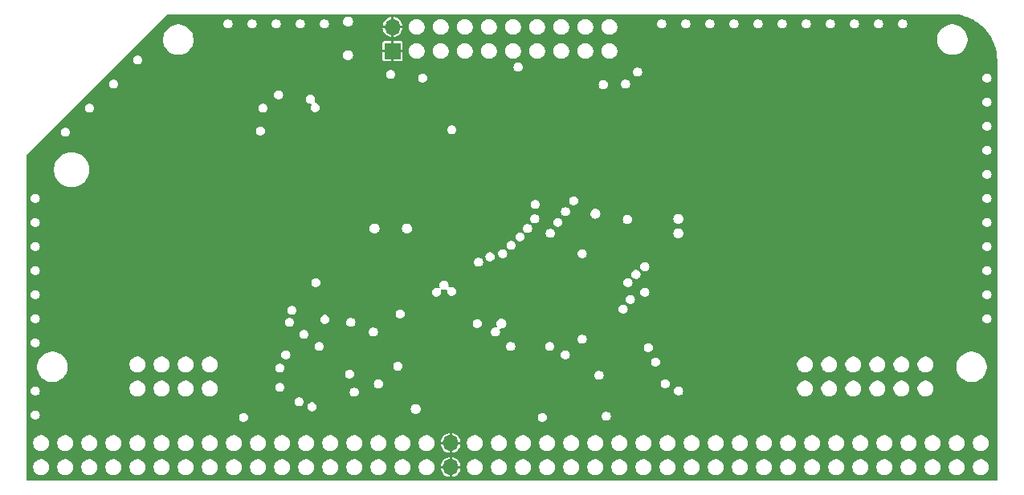
<source format=gbr>
%TF.GenerationSoftware,KiCad,Pcbnew,8.0.4*%
%TF.CreationDate,2024-07-26T11:17:42-07:00*%
%TF.ProjectId,ZORO,5a4f524f-2e6b-4696-9361-645f70636258,0*%
%TF.SameCoordinates,Original*%
%TF.FileFunction,Copper,L3,Inr*%
%TF.FilePolarity,Positive*%
%FSLAX46Y46*%
G04 Gerber Fmt 4.6, Leading zero omitted, Abs format (unit mm)*
G04 Created by KiCad (PCBNEW 8.0.4) date 2024-07-26 11:17:42*
%MOMM*%
%LPD*%
G01*
G04 APERTURE LIST*
%TA.AperFunction,ComponentPad*%
%ADD10R,1.700000X1.700000*%
%TD*%
%TA.AperFunction,ComponentPad*%
%ADD11O,1.700000X1.700000*%
%TD*%
%TA.AperFunction,ViaPad*%
%ADD12C,0.800000*%
%TD*%
%TA.AperFunction,ViaPad*%
%ADD13C,0.500000*%
%TD*%
G04 APERTURE END LIST*
D10*
%TO.N,+3.3V*%
%TO.C,J3*%
X38867000Y45658000D03*
D11*
X38867000Y48198000D03*
%TD*%
%TO.N,+3.3V*%
%TO.C,J2*%
X44983400Y1752600D03*
X44983400Y4292600D03*
%TD*%
D12*
%TO.N,+3.3V*%
X46146720Y7931200D03*
X64561720Y26936700D03*
X35941000Y48768000D03*
D13*
X46908720Y12966700D03*
X45638720Y42811700D03*
X31750000Y24257000D03*
D12*
X64942720Y27952700D03*
D13*
X31750000Y25781000D03*
X49784000Y43053000D03*
X55417720Y42811700D03*
X57449720Y42811700D03*
X53423000Y43053000D03*
X31750000Y19685000D03*
X40177720Y12966700D03*
X43688000Y42811700D03*
D12*
X35941000Y45212000D03*
D13*
X31750000Y21209000D03*
%TD*%
%TA.AperFunction,Conductor*%
%TO.N,+3.3V*%
G36*
X97732550Y49559580D02*
G01*
X98149581Y49541374D01*
X98160532Y49540416D01*
X98253475Y49528181D01*
X98571677Y49486289D01*
X98582485Y49484383D01*
X98987359Y49394626D01*
X98997940Y49391791D01*
X99393449Y49267089D01*
X99403769Y49263333D01*
X99786896Y49104638D01*
X99796858Y49099992D01*
X100164672Y48908521D01*
X100174191Y48903026D01*
X100352765Y48789263D01*
X100449638Y48727548D01*
X100523934Y48680217D01*
X100532938Y48673913D01*
X100853432Y48427990D01*
X100861935Y48421466D01*
X100870352Y48414403D01*
X100940690Y48349950D01*
X101176079Y48134256D01*
X101183852Y48126483D01*
X101464017Y47820737D01*
X101471082Y47812317D01*
X101723517Y47483339D01*
X101729822Y47474335D01*
X101935037Y47152213D01*
X101952631Y47124597D01*
X101958127Y47115077D01*
X102149605Y46747252D01*
X102154251Y46737290D01*
X102312945Y46354169D01*
X102316704Y46343840D01*
X102441399Y45948357D01*
X102444244Y45937740D01*
X102533997Y45532893D01*
X102535906Y45522067D01*
X102590033Y45110932D01*
X102590991Y45099982D01*
X102609180Y44683407D01*
X102609300Y44677911D01*
X102609300Y44632604D01*
X102609348Y44632300D01*
X102610900Y44612587D01*
X102610900Y426500D01*
X102590898Y358379D01*
X102537242Y311886D01*
X102484900Y300500D01*
X426500Y300500D01*
X358379Y320502D01*
X311886Y374158D01*
X300500Y426500D01*
X300500Y1834417D01*
X972700Y1834417D01*
X972700Y1670783D01*
X1004624Y1510294D01*
X1067244Y1359116D01*
X1158153Y1223060D01*
X1158154Y1223059D01*
X1158159Y1223053D01*
X1273852Y1107360D01*
X1273858Y1107355D01*
X1273860Y1107353D01*
X1409916Y1016444D01*
X1561094Y953824D01*
X1721583Y921900D01*
X1721588Y921900D01*
X1885212Y921900D01*
X1885217Y921900D01*
X2045706Y953824D01*
X2196884Y1016444D01*
X2332940Y1107353D01*
X2448647Y1223060D01*
X2539556Y1359116D01*
X2602176Y1510294D01*
X2634100Y1670783D01*
X2634100Y1834417D01*
X3512700Y1834417D01*
X3512700Y1670783D01*
X3544624Y1510294D01*
X3607244Y1359116D01*
X3698153Y1223060D01*
X3698154Y1223059D01*
X3698159Y1223053D01*
X3813852Y1107360D01*
X3813858Y1107355D01*
X3813860Y1107353D01*
X3949916Y1016444D01*
X4101094Y953824D01*
X4261583Y921900D01*
X4261588Y921900D01*
X4425212Y921900D01*
X4425217Y921900D01*
X4585706Y953824D01*
X4736884Y1016444D01*
X4872940Y1107353D01*
X4988647Y1223060D01*
X5079556Y1359116D01*
X5142176Y1510294D01*
X5174100Y1670783D01*
X5174100Y1834417D01*
X6052700Y1834417D01*
X6052700Y1670783D01*
X6084624Y1510294D01*
X6147244Y1359116D01*
X6238153Y1223060D01*
X6238154Y1223059D01*
X6238159Y1223053D01*
X6353852Y1107360D01*
X6353858Y1107355D01*
X6353860Y1107353D01*
X6489916Y1016444D01*
X6641094Y953824D01*
X6801583Y921900D01*
X6801588Y921900D01*
X6965212Y921900D01*
X6965217Y921900D01*
X7125706Y953824D01*
X7276884Y1016444D01*
X7412940Y1107353D01*
X7528647Y1223060D01*
X7619556Y1359116D01*
X7682176Y1510294D01*
X7714100Y1670783D01*
X7714100Y1834417D01*
X8592700Y1834417D01*
X8592700Y1670783D01*
X8624624Y1510294D01*
X8687244Y1359116D01*
X8778153Y1223060D01*
X8778154Y1223059D01*
X8778159Y1223053D01*
X8893852Y1107360D01*
X8893858Y1107355D01*
X8893860Y1107353D01*
X9029916Y1016444D01*
X9181094Y953824D01*
X9341583Y921900D01*
X9341588Y921900D01*
X9505212Y921900D01*
X9505217Y921900D01*
X9665706Y953824D01*
X9816884Y1016444D01*
X9952940Y1107353D01*
X10068647Y1223060D01*
X10159556Y1359116D01*
X10222176Y1510294D01*
X10254100Y1670783D01*
X10254100Y1834417D01*
X11132700Y1834417D01*
X11132700Y1670783D01*
X11164624Y1510294D01*
X11227244Y1359116D01*
X11318153Y1223060D01*
X11318154Y1223059D01*
X11318159Y1223053D01*
X11433852Y1107360D01*
X11433858Y1107355D01*
X11433860Y1107353D01*
X11569916Y1016444D01*
X11721094Y953824D01*
X11881583Y921900D01*
X11881588Y921900D01*
X12045212Y921900D01*
X12045217Y921900D01*
X12205706Y953824D01*
X12356884Y1016444D01*
X12492940Y1107353D01*
X12608647Y1223060D01*
X12699556Y1359116D01*
X12762176Y1510294D01*
X12794100Y1670783D01*
X12794100Y1834417D01*
X13672700Y1834417D01*
X13672700Y1670783D01*
X13704624Y1510294D01*
X13767244Y1359116D01*
X13858153Y1223060D01*
X13858154Y1223059D01*
X13858159Y1223053D01*
X13973852Y1107360D01*
X13973858Y1107355D01*
X13973860Y1107353D01*
X14109916Y1016444D01*
X14261094Y953824D01*
X14421583Y921900D01*
X14421588Y921900D01*
X14585212Y921900D01*
X14585217Y921900D01*
X14745706Y953824D01*
X14896884Y1016444D01*
X15032940Y1107353D01*
X15148647Y1223060D01*
X15239556Y1359116D01*
X15302176Y1510294D01*
X15334100Y1670783D01*
X15334100Y1834417D01*
X16212700Y1834417D01*
X16212700Y1670783D01*
X16244624Y1510294D01*
X16307244Y1359116D01*
X16398153Y1223060D01*
X16398154Y1223059D01*
X16398159Y1223053D01*
X16513852Y1107360D01*
X16513858Y1107355D01*
X16513860Y1107353D01*
X16649916Y1016444D01*
X16801094Y953824D01*
X16961583Y921900D01*
X16961588Y921900D01*
X17125212Y921900D01*
X17125217Y921900D01*
X17285706Y953824D01*
X17436884Y1016444D01*
X17572940Y1107353D01*
X17688647Y1223060D01*
X17779556Y1359116D01*
X17842176Y1510294D01*
X17874100Y1670783D01*
X17874100Y1834417D01*
X18752700Y1834417D01*
X18752700Y1670783D01*
X18784624Y1510294D01*
X18847244Y1359116D01*
X18938153Y1223060D01*
X18938154Y1223059D01*
X18938159Y1223053D01*
X19053852Y1107360D01*
X19053858Y1107355D01*
X19053860Y1107353D01*
X19189916Y1016444D01*
X19341094Y953824D01*
X19501583Y921900D01*
X19501588Y921900D01*
X19665212Y921900D01*
X19665217Y921900D01*
X19825706Y953824D01*
X19976884Y1016444D01*
X20112940Y1107353D01*
X20228647Y1223060D01*
X20319556Y1359116D01*
X20382176Y1510294D01*
X20414100Y1670783D01*
X20414100Y1834417D01*
X21292700Y1834417D01*
X21292700Y1670783D01*
X21324624Y1510294D01*
X21387244Y1359116D01*
X21478153Y1223060D01*
X21478154Y1223059D01*
X21478159Y1223053D01*
X21593852Y1107360D01*
X21593858Y1107355D01*
X21593860Y1107353D01*
X21729916Y1016444D01*
X21881094Y953824D01*
X22041583Y921900D01*
X22041588Y921900D01*
X22205212Y921900D01*
X22205217Y921900D01*
X22365706Y953824D01*
X22516884Y1016444D01*
X22652940Y1107353D01*
X22768647Y1223060D01*
X22859556Y1359116D01*
X22922176Y1510294D01*
X22954100Y1670783D01*
X22954100Y1834417D01*
X23832700Y1834417D01*
X23832700Y1670783D01*
X23864624Y1510294D01*
X23927244Y1359116D01*
X24018153Y1223060D01*
X24018154Y1223059D01*
X24018159Y1223053D01*
X24133852Y1107360D01*
X24133858Y1107355D01*
X24133860Y1107353D01*
X24269916Y1016444D01*
X24421094Y953824D01*
X24581583Y921900D01*
X24581588Y921900D01*
X24745212Y921900D01*
X24745217Y921900D01*
X24905706Y953824D01*
X25056884Y1016444D01*
X25192940Y1107353D01*
X25308647Y1223060D01*
X25399556Y1359116D01*
X25462176Y1510294D01*
X25494100Y1670783D01*
X25494100Y1834417D01*
X26372700Y1834417D01*
X26372700Y1670783D01*
X26404624Y1510294D01*
X26467244Y1359116D01*
X26558153Y1223060D01*
X26558154Y1223059D01*
X26558159Y1223053D01*
X26673852Y1107360D01*
X26673858Y1107355D01*
X26673860Y1107353D01*
X26809916Y1016444D01*
X26961094Y953824D01*
X27121583Y921900D01*
X27121588Y921900D01*
X27285212Y921900D01*
X27285217Y921900D01*
X27445706Y953824D01*
X27596884Y1016444D01*
X27732940Y1107353D01*
X27848647Y1223060D01*
X27939556Y1359116D01*
X28002176Y1510294D01*
X28034100Y1670783D01*
X28034100Y1834417D01*
X28912700Y1834417D01*
X28912700Y1670783D01*
X28944624Y1510294D01*
X29007244Y1359116D01*
X29098153Y1223060D01*
X29098154Y1223059D01*
X29098159Y1223053D01*
X29213852Y1107360D01*
X29213858Y1107355D01*
X29213860Y1107353D01*
X29349916Y1016444D01*
X29501094Y953824D01*
X29661583Y921900D01*
X29661588Y921900D01*
X29825212Y921900D01*
X29825217Y921900D01*
X29985706Y953824D01*
X30136884Y1016444D01*
X30272940Y1107353D01*
X30388647Y1223060D01*
X30479556Y1359116D01*
X30542176Y1510294D01*
X30574100Y1670783D01*
X30574100Y1834417D01*
X31452700Y1834417D01*
X31452700Y1670783D01*
X31484624Y1510294D01*
X31547244Y1359116D01*
X31638153Y1223060D01*
X31638154Y1223059D01*
X31638159Y1223053D01*
X31753852Y1107360D01*
X31753858Y1107355D01*
X31753860Y1107353D01*
X31889916Y1016444D01*
X32041094Y953824D01*
X32201583Y921900D01*
X32201588Y921900D01*
X32365212Y921900D01*
X32365217Y921900D01*
X32525706Y953824D01*
X32676884Y1016444D01*
X32812940Y1107353D01*
X32928647Y1223060D01*
X33019556Y1359116D01*
X33082176Y1510294D01*
X33114100Y1670783D01*
X33114100Y1834417D01*
X33992700Y1834417D01*
X33992700Y1670783D01*
X34024624Y1510294D01*
X34087244Y1359116D01*
X34178153Y1223060D01*
X34178154Y1223059D01*
X34178159Y1223053D01*
X34293852Y1107360D01*
X34293858Y1107355D01*
X34293860Y1107353D01*
X34429916Y1016444D01*
X34581094Y953824D01*
X34741583Y921900D01*
X34741588Y921900D01*
X34905212Y921900D01*
X34905217Y921900D01*
X35065706Y953824D01*
X35216884Y1016444D01*
X35352940Y1107353D01*
X35468647Y1223060D01*
X35559556Y1359116D01*
X35622176Y1510294D01*
X35654100Y1670783D01*
X35654100Y1834417D01*
X36532700Y1834417D01*
X36532700Y1670783D01*
X36564624Y1510294D01*
X36627244Y1359116D01*
X36718153Y1223060D01*
X36718154Y1223059D01*
X36718159Y1223053D01*
X36833852Y1107360D01*
X36833858Y1107355D01*
X36833860Y1107353D01*
X36969916Y1016444D01*
X37121094Y953824D01*
X37281583Y921900D01*
X37281588Y921900D01*
X37445212Y921900D01*
X37445217Y921900D01*
X37605706Y953824D01*
X37756884Y1016444D01*
X37892940Y1107353D01*
X38008647Y1223060D01*
X38099556Y1359116D01*
X38162176Y1510294D01*
X38194100Y1670783D01*
X38194100Y1834417D01*
X39072700Y1834417D01*
X39072700Y1670783D01*
X39104624Y1510294D01*
X39167244Y1359116D01*
X39258153Y1223060D01*
X39258154Y1223059D01*
X39258159Y1223053D01*
X39373852Y1107360D01*
X39373858Y1107355D01*
X39373860Y1107353D01*
X39509916Y1016444D01*
X39661094Y953824D01*
X39821583Y921900D01*
X39821588Y921900D01*
X39985212Y921900D01*
X39985217Y921900D01*
X40145706Y953824D01*
X40296884Y1016444D01*
X40432940Y1107353D01*
X40548647Y1223060D01*
X40639556Y1359116D01*
X40702176Y1510294D01*
X40734100Y1670783D01*
X40734100Y1834417D01*
X41612700Y1834417D01*
X41612700Y1670783D01*
X41644624Y1510294D01*
X41707244Y1359116D01*
X41798153Y1223060D01*
X41798154Y1223059D01*
X41798159Y1223053D01*
X41913852Y1107360D01*
X41913858Y1107355D01*
X41913860Y1107353D01*
X42049916Y1016444D01*
X42201094Y953824D01*
X42361583Y921900D01*
X42361588Y921900D01*
X42525212Y921900D01*
X42525217Y921900D01*
X42685706Y953824D01*
X42836884Y1016444D01*
X42972940Y1107353D01*
X43088647Y1223060D01*
X43179556Y1359116D01*
X43242176Y1510294D01*
X43274100Y1670783D01*
X43274100Y1834417D01*
X43265112Y1879601D01*
X43937612Y1879601D01*
X43937613Y1879600D01*
X44499792Y1879600D01*
X44483400Y1818426D01*
X44483400Y1686774D01*
X44499792Y1625600D01*
X43937613Y1625600D01*
X43945437Y1546145D01*
X44005662Y1347608D01*
X44103459Y1164642D01*
X44235072Y1004273D01*
X44395441Y872660D01*
X44578407Y774863D01*
X44776944Y714638D01*
X44856399Y706813D01*
X44856400Y706814D01*
X44856400Y1268992D01*
X44917574Y1252600D01*
X45049226Y1252600D01*
X45110400Y1268992D01*
X45110400Y706813D01*
X45189855Y714638D01*
X45388392Y774863D01*
X45571358Y872660D01*
X45731727Y1004273D01*
X45863340Y1164642D01*
X45961137Y1347608D01*
X46021362Y1546145D01*
X46029187Y1625600D01*
X45467008Y1625600D01*
X45483400Y1686774D01*
X45483400Y1818426D01*
X45479115Y1834417D01*
X46692700Y1834417D01*
X46692700Y1670783D01*
X46724624Y1510294D01*
X46787244Y1359116D01*
X46878153Y1223060D01*
X46878154Y1223059D01*
X46878159Y1223053D01*
X46993852Y1107360D01*
X46993858Y1107355D01*
X46993860Y1107353D01*
X47129916Y1016444D01*
X47281094Y953824D01*
X47441583Y921900D01*
X47441588Y921900D01*
X47605212Y921900D01*
X47605217Y921900D01*
X47765706Y953824D01*
X47916884Y1016444D01*
X48052940Y1107353D01*
X48168647Y1223060D01*
X48259556Y1359116D01*
X48322176Y1510294D01*
X48354100Y1670783D01*
X48354100Y1834417D01*
X49232700Y1834417D01*
X49232700Y1670783D01*
X49264624Y1510294D01*
X49327244Y1359116D01*
X49418153Y1223060D01*
X49418154Y1223059D01*
X49418159Y1223053D01*
X49533852Y1107360D01*
X49533858Y1107355D01*
X49533860Y1107353D01*
X49669916Y1016444D01*
X49821094Y953824D01*
X49981583Y921900D01*
X49981588Y921900D01*
X50145212Y921900D01*
X50145217Y921900D01*
X50305706Y953824D01*
X50456884Y1016444D01*
X50592940Y1107353D01*
X50708647Y1223060D01*
X50799556Y1359116D01*
X50862176Y1510294D01*
X50894100Y1670783D01*
X50894100Y1834417D01*
X51772700Y1834417D01*
X51772700Y1670783D01*
X51804624Y1510294D01*
X51867244Y1359116D01*
X51958153Y1223060D01*
X51958154Y1223059D01*
X51958159Y1223053D01*
X52073852Y1107360D01*
X52073858Y1107355D01*
X52073860Y1107353D01*
X52209916Y1016444D01*
X52361094Y953824D01*
X52521583Y921900D01*
X52521588Y921900D01*
X52685212Y921900D01*
X52685217Y921900D01*
X52845706Y953824D01*
X52996884Y1016444D01*
X53132940Y1107353D01*
X53248647Y1223060D01*
X53339556Y1359116D01*
X53402176Y1510294D01*
X53434100Y1670783D01*
X53434100Y1834417D01*
X54312700Y1834417D01*
X54312700Y1670783D01*
X54344624Y1510294D01*
X54407244Y1359116D01*
X54498153Y1223060D01*
X54498154Y1223059D01*
X54498159Y1223053D01*
X54613852Y1107360D01*
X54613858Y1107355D01*
X54613860Y1107353D01*
X54749916Y1016444D01*
X54901094Y953824D01*
X55061583Y921900D01*
X55061588Y921900D01*
X55225212Y921900D01*
X55225217Y921900D01*
X55385706Y953824D01*
X55536884Y1016444D01*
X55672940Y1107353D01*
X55788647Y1223060D01*
X55879556Y1359116D01*
X55942176Y1510294D01*
X55974100Y1670783D01*
X55974100Y1834417D01*
X56852700Y1834417D01*
X56852700Y1670783D01*
X56884624Y1510294D01*
X56947244Y1359116D01*
X57038153Y1223060D01*
X57038154Y1223059D01*
X57038159Y1223053D01*
X57153852Y1107360D01*
X57153858Y1107355D01*
X57153860Y1107353D01*
X57289916Y1016444D01*
X57441094Y953824D01*
X57601583Y921900D01*
X57601588Y921900D01*
X57765212Y921900D01*
X57765217Y921900D01*
X57925706Y953824D01*
X58076884Y1016444D01*
X58212940Y1107353D01*
X58328647Y1223060D01*
X58419556Y1359116D01*
X58482176Y1510294D01*
X58514100Y1670783D01*
X58514100Y1834417D01*
X59392700Y1834417D01*
X59392700Y1670783D01*
X59424624Y1510294D01*
X59487244Y1359116D01*
X59578153Y1223060D01*
X59578154Y1223059D01*
X59578159Y1223053D01*
X59693852Y1107360D01*
X59693858Y1107355D01*
X59693860Y1107353D01*
X59829916Y1016444D01*
X59981094Y953824D01*
X60141583Y921900D01*
X60141588Y921900D01*
X60305212Y921900D01*
X60305217Y921900D01*
X60465706Y953824D01*
X60616884Y1016444D01*
X60752940Y1107353D01*
X60868647Y1223060D01*
X60959556Y1359116D01*
X61022176Y1510294D01*
X61054100Y1670783D01*
X61054100Y1834417D01*
X61932700Y1834417D01*
X61932700Y1670783D01*
X61964624Y1510294D01*
X62027244Y1359116D01*
X62118153Y1223060D01*
X62118154Y1223059D01*
X62118159Y1223053D01*
X62233852Y1107360D01*
X62233858Y1107355D01*
X62233860Y1107353D01*
X62369916Y1016444D01*
X62521094Y953824D01*
X62681583Y921900D01*
X62681588Y921900D01*
X62845212Y921900D01*
X62845217Y921900D01*
X63005706Y953824D01*
X63156884Y1016444D01*
X63292940Y1107353D01*
X63408647Y1223060D01*
X63499556Y1359116D01*
X63562176Y1510294D01*
X63594100Y1670783D01*
X63594100Y1834417D01*
X64472700Y1834417D01*
X64472700Y1670783D01*
X64504624Y1510294D01*
X64567244Y1359116D01*
X64658153Y1223060D01*
X64658154Y1223059D01*
X64658159Y1223053D01*
X64773852Y1107360D01*
X64773858Y1107355D01*
X64773860Y1107353D01*
X64909916Y1016444D01*
X65061094Y953824D01*
X65221583Y921900D01*
X65221588Y921900D01*
X65385212Y921900D01*
X65385217Y921900D01*
X65545706Y953824D01*
X65696884Y1016444D01*
X65832940Y1107353D01*
X65948647Y1223060D01*
X66039556Y1359116D01*
X66102176Y1510294D01*
X66134100Y1670783D01*
X66134100Y1834417D01*
X67012700Y1834417D01*
X67012700Y1670783D01*
X67044624Y1510294D01*
X67107244Y1359116D01*
X67198153Y1223060D01*
X67198154Y1223059D01*
X67198159Y1223053D01*
X67313852Y1107360D01*
X67313858Y1107355D01*
X67313860Y1107353D01*
X67449916Y1016444D01*
X67601094Y953824D01*
X67761583Y921900D01*
X67761588Y921900D01*
X67925212Y921900D01*
X67925217Y921900D01*
X68085706Y953824D01*
X68236884Y1016444D01*
X68372940Y1107353D01*
X68488647Y1223060D01*
X68579556Y1359116D01*
X68642176Y1510294D01*
X68674100Y1670783D01*
X68674100Y1834417D01*
X69552700Y1834417D01*
X69552700Y1670783D01*
X69584624Y1510294D01*
X69647244Y1359116D01*
X69738153Y1223060D01*
X69738154Y1223059D01*
X69738159Y1223053D01*
X69853852Y1107360D01*
X69853858Y1107355D01*
X69853860Y1107353D01*
X69989916Y1016444D01*
X70141094Y953824D01*
X70301583Y921900D01*
X70301588Y921900D01*
X70465212Y921900D01*
X70465217Y921900D01*
X70625706Y953824D01*
X70776884Y1016444D01*
X70912940Y1107353D01*
X71028647Y1223060D01*
X71119556Y1359116D01*
X71182176Y1510294D01*
X71214100Y1670783D01*
X71214100Y1834417D01*
X72092700Y1834417D01*
X72092700Y1670783D01*
X72124624Y1510294D01*
X72187244Y1359116D01*
X72278153Y1223060D01*
X72278154Y1223059D01*
X72278159Y1223053D01*
X72393852Y1107360D01*
X72393858Y1107355D01*
X72393860Y1107353D01*
X72529916Y1016444D01*
X72681094Y953824D01*
X72841583Y921900D01*
X72841588Y921900D01*
X73005212Y921900D01*
X73005217Y921900D01*
X73165706Y953824D01*
X73316884Y1016444D01*
X73452940Y1107353D01*
X73568647Y1223060D01*
X73659556Y1359116D01*
X73722176Y1510294D01*
X73754100Y1670783D01*
X73754100Y1834417D01*
X74632700Y1834417D01*
X74632700Y1670783D01*
X74664624Y1510294D01*
X74727244Y1359116D01*
X74818153Y1223060D01*
X74818154Y1223059D01*
X74818159Y1223053D01*
X74933852Y1107360D01*
X74933858Y1107355D01*
X74933860Y1107353D01*
X75069916Y1016444D01*
X75221094Y953824D01*
X75381583Y921900D01*
X75381588Y921900D01*
X75545212Y921900D01*
X75545217Y921900D01*
X75705706Y953824D01*
X75856884Y1016444D01*
X75992940Y1107353D01*
X76108647Y1223060D01*
X76199556Y1359116D01*
X76262176Y1510294D01*
X76294100Y1670783D01*
X76294100Y1834417D01*
X77172700Y1834417D01*
X77172700Y1670783D01*
X77204624Y1510294D01*
X77267244Y1359116D01*
X77358153Y1223060D01*
X77358154Y1223059D01*
X77358159Y1223053D01*
X77473852Y1107360D01*
X77473858Y1107355D01*
X77473860Y1107353D01*
X77609916Y1016444D01*
X77761094Y953824D01*
X77921583Y921900D01*
X77921588Y921900D01*
X78085212Y921900D01*
X78085217Y921900D01*
X78245706Y953824D01*
X78396884Y1016444D01*
X78532940Y1107353D01*
X78648647Y1223060D01*
X78739556Y1359116D01*
X78802176Y1510294D01*
X78834100Y1670783D01*
X78834100Y1834417D01*
X79712700Y1834417D01*
X79712700Y1670783D01*
X79744624Y1510294D01*
X79807244Y1359116D01*
X79898153Y1223060D01*
X79898154Y1223059D01*
X79898159Y1223053D01*
X80013852Y1107360D01*
X80013858Y1107355D01*
X80013860Y1107353D01*
X80149916Y1016444D01*
X80301094Y953824D01*
X80461583Y921900D01*
X80461588Y921900D01*
X80625212Y921900D01*
X80625217Y921900D01*
X80785706Y953824D01*
X80936884Y1016444D01*
X81072940Y1107353D01*
X81188647Y1223060D01*
X81279556Y1359116D01*
X81342176Y1510294D01*
X81374100Y1670783D01*
X81374100Y1834417D01*
X82252700Y1834417D01*
X82252700Y1670783D01*
X82284624Y1510294D01*
X82347244Y1359116D01*
X82438153Y1223060D01*
X82438154Y1223059D01*
X82438159Y1223053D01*
X82553852Y1107360D01*
X82553858Y1107355D01*
X82553860Y1107353D01*
X82689916Y1016444D01*
X82841094Y953824D01*
X83001583Y921900D01*
X83001588Y921900D01*
X83165212Y921900D01*
X83165217Y921900D01*
X83325706Y953824D01*
X83476884Y1016444D01*
X83612940Y1107353D01*
X83728647Y1223060D01*
X83819556Y1359116D01*
X83882176Y1510294D01*
X83914100Y1670783D01*
X83914100Y1834417D01*
X84792700Y1834417D01*
X84792700Y1670783D01*
X84824624Y1510294D01*
X84887244Y1359116D01*
X84978153Y1223060D01*
X84978154Y1223059D01*
X84978159Y1223053D01*
X85093852Y1107360D01*
X85093858Y1107355D01*
X85093860Y1107353D01*
X85229916Y1016444D01*
X85381094Y953824D01*
X85541583Y921900D01*
X85541588Y921900D01*
X85705212Y921900D01*
X85705217Y921900D01*
X85865706Y953824D01*
X86016884Y1016444D01*
X86152940Y1107353D01*
X86268647Y1223060D01*
X86359556Y1359116D01*
X86422176Y1510294D01*
X86454100Y1670783D01*
X86454100Y1834417D01*
X87332700Y1834417D01*
X87332700Y1670783D01*
X87364624Y1510294D01*
X87427244Y1359116D01*
X87518153Y1223060D01*
X87518154Y1223059D01*
X87518159Y1223053D01*
X87633852Y1107360D01*
X87633858Y1107355D01*
X87633860Y1107353D01*
X87769916Y1016444D01*
X87921094Y953824D01*
X88081583Y921900D01*
X88081588Y921900D01*
X88245212Y921900D01*
X88245217Y921900D01*
X88405706Y953824D01*
X88556884Y1016444D01*
X88692940Y1107353D01*
X88808647Y1223060D01*
X88899556Y1359116D01*
X88962176Y1510294D01*
X88994100Y1670783D01*
X88994100Y1834417D01*
X89872700Y1834417D01*
X89872700Y1670783D01*
X89904624Y1510294D01*
X89967244Y1359116D01*
X90058153Y1223060D01*
X90058154Y1223059D01*
X90058159Y1223053D01*
X90173852Y1107360D01*
X90173858Y1107355D01*
X90173860Y1107353D01*
X90309916Y1016444D01*
X90461094Y953824D01*
X90621583Y921900D01*
X90621588Y921900D01*
X90785212Y921900D01*
X90785217Y921900D01*
X90945706Y953824D01*
X91096884Y1016444D01*
X91232940Y1107353D01*
X91348647Y1223060D01*
X91439556Y1359116D01*
X91502176Y1510294D01*
X91534100Y1670783D01*
X91534100Y1834417D01*
X92412700Y1834417D01*
X92412700Y1670783D01*
X92444624Y1510294D01*
X92507244Y1359116D01*
X92598153Y1223060D01*
X92598154Y1223059D01*
X92598159Y1223053D01*
X92713852Y1107360D01*
X92713858Y1107355D01*
X92713860Y1107353D01*
X92849916Y1016444D01*
X93001094Y953824D01*
X93161583Y921900D01*
X93161588Y921900D01*
X93325212Y921900D01*
X93325217Y921900D01*
X93485706Y953824D01*
X93636884Y1016444D01*
X93772940Y1107353D01*
X93888647Y1223060D01*
X93979556Y1359116D01*
X94042176Y1510294D01*
X94074100Y1670783D01*
X94074100Y1834417D01*
X94952700Y1834417D01*
X94952700Y1670783D01*
X94984624Y1510294D01*
X95047244Y1359116D01*
X95138153Y1223060D01*
X95138154Y1223059D01*
X95138159Y1223053D01*
X95253852Y1107360D01*
X95253858Y1107355D01*
X95253860Y1107353D01*
X95389916Y1016444D01*
X95541094Y953824D01*
X95701583Y921900D01*
X95701588Y921900D01*
X95865212Y921900D01*
X95865217Y921900D01*
X96025706Y953824D01*
X96176884Y1016444D01*
X96312940Y1107353D01*
X96428647Y1223060D01*
X96519556Y1359116D01*
X96582176Y1510294D01*
X96614100Y1670783D01*
X96614100Y1834417D01*
X97492700Y1834417D01*
X97492700Y1670783D01*
X97524624Y1510294D01*
X97587244Y1359116D01*
X97678153Y1223060D01*
X97678154Y1223059D01*
X97678159Y1223053D01*
X97793852Y1107360D01*
X97793858Y1107355D01*
X97793860Y1107353D01*
X97929916Y1016444D01*
X98081094Y953824D01*
X98241583Y921900D01*
X98241588Y921900D01*
X98405212Y921900D01*
X98405217Y921900D01*
X98565706Y953824D01*
X98716884Y1016444D01*
X98852940Y1107353D01*
X98968647Y1223060D01*
X99059556Y1359116D01*
X99122176Y1510294D01*
X99154100Y1670783D01*
X99154100Y1834417D01*
X100032700Y1834417D01*
X100032700Y1670783D01*
X100064624Y1510294D01*
X100127244Y1359116D01*
X100218153Y1223060D01*
X100218154Y1223059D01*
X100218159Y1223053D01*
X100333852Y1107360D01*
X100333858Y1107355D01*
X100333860Y1107353D01*
X100469916Y1016444D01*
X100621094Y953824D01*
X100781583Y921900D01*
X100781588Y921900D01*
X100945212Y921900D01*
X100945217Y921900D01*
X101105706Y953824D01*
X101256884Y1016444D01*
X101392940Y1107353D01*
X101508647Y1223060D01*
X101599556Y1359116D01*
X101662176Y1510294D01*
X101694100Y1670783D01*
X101694100Y1834417D01*
X101662176Y1994906D01*
X101599556Y2146084D01*
X101508647Y2282140D01*
X101508645Y2282142D01*
X101508640Y2282148D01*
X101392947Y2397841D01*
X101392941Y2397846D01*
X101392940Y2397847D01*
X101256884Y2488756D01*
X101161552Y2528244D01*
X101105709Y2551375D01*
X101105706Y2551376D01*
X100945217Y2583300D01*
X100781583Y2583300D01*
X100701338Y2567338D01*
X100621093Y2551376D01*
X100621090Y2551375D01*
X100469916Y2488756D01*
X100333858Y2397846D01*
X100333852Y2397841D01*
X100218159Y2282148D01*
X100218154Y2282142D01*
X100127244Y2146084D01*
X100064625Y1994910D01*
X100064624Y1994907D01*
X100064624Y1994906D01*
X100032700Y1834417D01*
X99154100Y1834417D01*
X99122176Y1994906D01*
X99059556Y2146084D01*
X98968647Y2282140D01*
X98968645Y2282142D01*
X98968640Y2282148D01*
X98852947Y2397841D01*
X98852941Y2397846D01*
X98852940Y2397847D01*
X98716884Y2488756D01*
X98621552Y2528244D01*
X98565709Y2551375D01*
X98565706Y2551376D01*
X98405217Y2583300D01*
X98241583Y2583300D01*
X98161338Y2567338D01*
X98081093Y2551376D01*
X98081090Y2551375D01*
X97929916Y2488756D01*
X97793858Y2397846D01*
X97793852Y2397841D01*
X97678159Y2282148D01*
X97678154Y2282142D01*
X97587244Y2146084D01*
X97524625Y1994910D01*
X97524624Y1994907D01*
X97524624Y1994906D01*
X97492700Y1834417D01*
X96614100Y1834417D01*
X96582176Y1994906D01*
X96519556Y2146084D01*
X96428647Y2282140D01*
X96428645Y2282142D01*
X96428640Y2282148D01*
X96312947Y2397841D01*
X96312941Y2397846D01*
X96312940Y2397847D01*
X96176884Y2488756D01*
X96081552Y2528244D01*
X96025709Y2551375D01*
X96025706Y2551376D01*
X95865217Y2583300D01*
X95701583Y2583300D01*
X95621338Y2567338D01*
X95541093Y2551376D01*
X95541090Y2551375D01*
X95389916Y2488756D01*
X95253858Y2397846D01*
X95253852Y2397841D01*
X95138159Y2282148D01*
X95138154Y2282142D01*
X95047244Y2146084D01*
X94984625Y1994910D01*
X94984624Y1994907D01*
X94984624Y1994906D01*
X94952700Y1834417D01*
X94074100Y1834417D01*
X94042176Y1994906D01*
X93979556Y2146084D01*
X93888647Y2282140D01*
X93888645Y2282142D01*
X93888640Y2282148D01*
X93772947Y2397841D01*
X93772941Y2397846D01*
X93772940Y2397847D01*
X93636884Y2488756D01*
X93541552Y2528244D01*
X93485709Y2551375D01*
X93485706Y2551376D01*
X93325217Y2583300D01*
X93161583Y2583300D01*
X93081338Y2567338D01*
X93001093Y2551376D01*
X93001090Y2551375D01*
X92849916Y2488756D01*
X92713858Y2397846D01*
X92713852Y2397841D01*
X92598159Y2282148D01*
X92598154Y2282142D01*
X92507244Y2146084D01*
X92444625Y1994910D01*
X92444624Y1994907D01*
X92444624Y1994906D01*
X92412700Y1834417D01*
X91534100Y1834417D01*
X91502176Y1994906D01*
X91439556Y2146084D01*
X91348647Y2282140D01*
X91348645Y2282142D01*
X91348640Y2282148D01*
X91232947Y2397841D01*
X91232941Y2397846D01*
X91232940Y2397847D01*
X91096884Y2488756D01*
X91001552Y2528244D01*
X90945709Y2551375D01*
X90945706Y2551376D01*
X90785217Y2583300D01*
X90621583Y2583300D01*
X90541338Y2567338D01*
X90461093Y2551376D01*
X90461090Y2551375D01*
X90309916Y2488756D01*
X90173858Y2397846D01*
X90173852Y2397841D01*
X90058159Y2282148D01*
X90058154Y2282142D01*
X89967244Y2146084D01*
X89904625Y1994910D01*
X89904624Y1994907D01*
X89904624Y1994906D01*
X89872700Y1834417D01*
X88994100Y1834417D01*
X88962176Y1994906D01*
X88899556Y2146084D01*
X88808647Y2282140D01*
X88808645Y2282142D01*
X88808640Y2282148D01*
X88692947Y2397841D01*
X88692941Y2397846D01*
X88692940Y2397847D01*
X88556884Y2488756D01*
X88461552Y2528244D01*
X88405709Y2551375D01*
X88405706Y2551376D01*
X88245217Y2583300D01*
X88081583Y2583300D01*
X88001338Y2567338D01*
X87921093Y2551376D01*
X87921090Y2551375D01*
X87769916Y2488756D01*
X87633858Y2397846D01*
X87633852Y2397841D01*
X87518159Y2282148D01*
X87518154Y2282142D01*
X87427244Y2146084D01*
X87364625Y1994910D01*
X87364624Y1994907D01*
X87364624Y1994906D01*
X87332700Y1834417D01*
X86454100Y1834417D01*
X86422176Y1994906D01*
X86359556Y2146084D01*
X86268647Y2282140D01*
X86268645Y2282142D01*
X86268640Y2282148D01*
X86152947Y2397841D01*
X86152941Y2397846D01*
X86152940Y2397847D01*
X86016884Y2488756D01*
X85921552Y2528244D01*
X85865709Y2551375D01*
X85865706Y2551376D01*
X85705217Y2583300D01*
X85541583Y2583300D01*
X85461338Y2567338D01*
X85381093Y2551376D01*
X85381090Y2551375D01*
X85229916Y2488756D01*
X85093858Y2397846D01*
X85093852Y2397841D01*
X84978159Y2282148D01*
X84978154Y2282142D01*
X84887244Y2146084D01*
X84824625Y1994910D01*
X84824624Y1994907D01*
X84824624Y1994906D01*
X84792700Y1834417D01*
X83914100Y1834417D01*
X83882176Y1994906D01*
X83819556Y2146084D01*
X83728647Y2282140D01*
X83728645Y2282142D01*
X83728640Y2282148D01*
X83612947Y2397841D01*
X83612941Y2397846D01*
X83612940Y2397847D01*
X83476884Y2488756D01*
X83381552Y2528244D01*
X83325709Y2551375D01*
X83325706Y2551376D01*
X83165217Y2583300D01*
X83001583Y2583300D01*
X82921338Y2567338D01*
X82841093Y2551376D01*
X82841090Y2551375D01*
X82689916Y2488756D01*
X82553858Y2397846D01*
X82553852Y2397841D01*
X82438159Y2282148D01*
X82438154Y2282142D01*
X82347244Y2146084D01*
X82284625Y1994910D01*
X82284624Y1994907D01*
X82284624Y1994906D01*
X82252700Y1834417D01*
X81374100Y1834417D01*
X81342176Y1994906D01*
X81279556Y2146084D01*
X81188647Y2282140D01*
X81188645Y2282142D01*
X81188640Y2282148D01*
X81072947Y2397841D01*
X81072941Y2397846D01*
X81072940Y2397847D01*
X80936884Y2488756D01*
X80841552Y2528244D01*
X80785709Y2551375D01*
X80785706Y2551376D01*
X80625217Y2583300D01*
X80461583Y2583300D01*
X80381338Y2567338D01*
X80301093Y2551376D01*
X80301090Y2551375D01*
X80149916Y2488756D01*
X80013858Y2397846D01*
X80013852Y2397841D01*
X79898159Y2282148D01*
X79898154Y2282142D01*
X79807244Y2146084D01*
X79744625Y1994910D01*
X79744624Y1994907D01*
X79744624Y1994906D01*
X79712700Y1834417D01*
X78834100Y1834417D01*
X78802176Y1994906D01*
X78739556Y2146084D01*
X78648647Y2282140D01*
X78648645Y2282142D01*
X78648640Y2282148D01*
X78532947Y2397841D01*
X78532941Y2397846D01*
X78532940Y2397847D01*
X78396884Y2488756D01*
X78301552Y2528244D01*
X78245709Y2551375D01*
X78245706Y2551376D01*
X78085217Y2583300D01*
X77921583Y2583300D01*
X77841338Y2567338D01*
X77761093Y2551376D01*
X77761090Y2551375D01*
X77609916Y2488756D01*
X77473858Y2397846D01*
X77473852Y2397841D01*
X77358159Y2282148D01*
X77358154Y2282142D01*
X77267244Y2146084D01*
X77204625Y1994910D01*
X77204624Y1994907D01*
X77204624Y1994906D01*
X77172700Y1834417D01*
X76294100Y1834417D01*
X76262176Y1994906D01*
X76199556Y2146084D01*
X76108647Y2282140D01*
X76108645Y2282142D01*
X76108640Y2282148D01*
X75992947Y2397841D01*
X75992941Y2397846D01*
X75992940Y2397847D01*
X75856884Y2488756D01*
X75761552Y2528244D01*
X75705709Y2551375D01*
X75705706Y2551376D01*
X75545217Y2583300D01*
X75381583Y2583300D01*
X75301338Y2567338D01*
X75221093Y2551376D01*
X75221090Y2551375D01*
X75069916Y2488756D01*
X74933858Y2397846D01*
X74933852Y2397841D01*
X74818159Y2282148D01*
X74818154Y2282142D01*
X74727244Y2146084D01*
X74664625Y1994910D01*
X74664624Y1994907D01*
X74664624Y1994906D01*
X74632700Y1834417D01*
X73754100Y1834417D01*
X73722176Y1994906D01*
X73659556Y2146084D01*
X73568647Y2282140D01*
X73568645Y2282142D01*
X73568640Y2282148D01*
X73452947Y2397841D01*
X73452941Y2397846D01*
X73452940Y2397847D01*
X73316884Y2488756D01*
X73221552Y2528244D01*
X73165709Y2551375D01*
X73165706Y2551376D01*
X73005217Y2583300D01*
X72841583Y2583300D01*
X72761338Y2567338D01*
X72681093Y2551376D01*
X72681090Y2551375D01*
X72529916Y2488756D01*
X72393858Y2397846D01*
X72393852Y2397841D01*
X72278159Y2282148D01*
X72278154Y2282142D01*
X72187244Y2146084D01*
X72124625Y1994910D01*
X72124624Y1994907D01*
X72124624Y1994906D01*
X72092700Y1834417D01*
X71214100Y1834417D01*
X71182176Y1994906D01*
X71119556Y2146084D01*
X71028647Y2282140D01*
X71028645Y2282142D01*
X71028640Y2282148D01*
X70912947Y2397841D01*
X70912941Y2397846D01*
X70912940Y2397847D01*
X70776884Y2488756D01*
X70681552Y2528244D01*
X70625709Y2551375D01*
X70625706Y2551376D01*
X70465217Y2583300D01*
X70301583Y2583300D01*
X70221338Y2567338D01*
X70141093Y2551376D01*
X70141090Y2551375D01*
X69989916Y2488756D01*
X69853858Y2397846D01*
X69853852Y2397841D01*
X69738159Y2282148D01*
X69738154Y2282142D01*
X69647244Y2146084D01*
X69584625Y1994910D01*
X69584624Y1994907D01*
X69584624Y1994906D01*
X69552700Y1834417D01*
X68674100Y1834417D01*
X68642176Y1994906D01*
X68579556Y2146084D01*
X68488647Y2282140D01*
X68488645Y2282142D01*
X68488640Y2282148D01*
X68372947Y2397841D01*
X68372941Y2397846D01*
X68372940Y2397847D01*
X68236884Y2488756D01*
X68141552Y2528244D01*
X68085709Y2551375D01*
X68085706Y2551376D01*
X67925217Y2583300D01*
X67761583Y2583300D01*
X67681338Y2567338D01*
X67601093Y2551376D01*
X67601090Y2551375D01*
X67449916Y2488756D01*
X67313858Y2397846D01*
X67313852Y2397841D01*
X67198159Y2282148D01*
X67198154Y2282142D01*
X67107244Y2146084D01*
X67044625Y1994910D01*
X67044624Y1994907D01*
X67044624Y1994906D01*
X67012700Y1834417D01*
X66134100Y1834417D01*
X66102176Y1994906D01*
X66039556Y2146084D01*
X65948647Y2282140D01*
X65948645Y2282142D01*
X65948640Y2282148D01*
X65832947Y2397841D01*
X65832941Y2397846D01*
X65832940Y2397847D01*
X65696884Y2488756D01*
X65601552Y2528244D01*
X65545709Y2551375D01*
X65545706Y2551376D01*
X65385217Y2583300D01*
X65221583Y2583300D01*
X65141338Y2567338D01*
X65061093Y2551376D01*
X65061090Y2551375D01*
X64909916Y2488756D01*
X64773858Y2397846D01*
X64773852Y2397841D01*
X64658159Y2282148D01*
X64658154Y2282142D01*
X64567244Y2146084D01*
X64504625Y1994910D01*
X64504624Y1994907D01*
X64504624Y1994906D01*
X64472700Y1834417D01*
X63594100Y1834417D01*
X63562176Y1994906D01*
X63499556Y2146084D01*
X63408647Y2282140D01*
X63408645Y2282142D01*
X63408640Y2282148D01*
X63292947Y2397841D01*
X63292941Y2397846D01*
X63292940Y2397847D01*
X63156884Y2488756D01*
X63061552Y2528244D01*
X63005709Y2551375D01*
X63005706Y2551376D01*
X62845217Y2583300D01*
X62681583Y2583300D01*
X62601338Y2567338D01*
X62521093Y2551376D01*
X62521090Y2551375D01*
X62369916Y2488756D01*
X62233858Y2397846D01*
X62233852Y2397841D01*
X62118159Y2282148D01*
X62118154Y2282142D01*
X62027244Y2146084D01*
X61964625Y1994910D01*
X61964624Y1994907D01*
X61964624Y1994906D01*
X61932700Y1834417D01*
X61054100Y1834417D01*
X61022176Y1994906D01*
X60959556Y2146084D01*
X60868647Y2282140D01*
X60868645Y2282142D01*
X60868640Y2282148D01*
X60752947Y2397841D01*
X60752941Y2397846D01*
X60752940Y2397847D01*
X60616884Y2488756D01*
X60521552Y2528244D01*
X60465709Y2551375D01*
X60465706Y2551376D01*
X60305217Y2583300D01*
X60141583Y2583300D01*
X60061338Y2567338D01*
X59981093Y2551376D01*
X59981090Y2551375D01*
X59829916Y2488756D01*
X59693858Y2397846D01*
X59693852Y2397841D01*
X59578159Y2282148D01*
X59578154Y2282142D01*
X59487244Y2146084D01*
X59424625Y1994910D01*
X59424624Y1994907D01*
X59424624Y1994906D01*
X59392700Y1834417D01*
X58514100Y1834417D01*
X58482176Y1994906D01*
X58419556Y2146084D01*
X58328647Y2282140D01*
X58328645Y2282142D01*
X58328640Y2282148D01*
X58212947Y2397841D01*
X58212941Y2397846D01*
X58212940Y2397847D01*
X58076884Y2488756D01*
X57981552Y2528244D01*
X57925709Y2551375D01*
X57925706Y2551376D01*
X57765217Y2583300D01*
X57601583Y2583300D01*
X57521338Y2567338D01*
X57441093Y2551376D01*
X57441090Y2551375D01*
X57289916Y2488756D01*
X57153858Y2397846D01*
X57153852Y2397841D01*
X57038159Y2282148D01*
X57038154Y2282142D01*
X56947244Y2146084D01*
X56884625Y1994910D01*
X56884624Y1994907D01*
X56884624Y1994906D01*
X56852700Y1834417D01*
X55974100Y1834417D01*
X55942176Y1994906D01*
X55879556Y2146084D01*
X55788647Y2282140D01*
X55788645Y2282142D01*
X55788640Y2282148D01*
X55672947Y2397841D01*
X55672941Y2397846D01*
X55672940Y2397847D01*
X55536884Y2488756D01*
X55441552Y2528244D01*
X55385709Y2551375D01*
X55385706Y2551376D01*
X55225217Y2583300D01*
X55061583Y2583300D01*
X54981338Y2567338D01*
X54901093Y2551376D01*
X54901090Y2551375D01*
X54749916Y2488756D01*
X54613858Y2397846D01*
X54613852Y2397841D01*
X54498159Y2282148D01*
X54498154Y2282142D01*
X54407244Y2146084D01*
X54344625Y1994910D01*
X54344624Y1994907D01*
X54344624Y1994906D01*
X54312700Y1834417D01*
X53434100Y1834417D01*
X53402176Y1994906D01*
X53339556Y2146084D01*
X53248647Y2282140D01*
X53248645Y2282142D01*
X53248640Y2282148D01*
X53132947Y2397841D01*
X53132941Y2397846D01*
X53132940Y2397847D01*
X52996884Y2488756D01*
X52901552Y2528244D01*
X52845709Y2551375D01*
X52845706Y2551376D01*
X52685217Y2583300D01*
X52521583Y2583300D01*
X52441338Y2567338D01*
X52361093Y2551376D01*
X52361090Y2551375D01*
X52209916Y2488756D01*
X52073858Y2397846D01*
X52073852Y2397841D01*
X51958159Y2282148D01*
X51958154Y2282142D01*
X51867244Y2146084D01*
X51804625Y1994910D01*
X51804624Y1994907D01*
X51804624Y1994906D01*
X51772700Y1834417D01*
X50894100Y1834417D01*
X50862176Y1994906D01*
X50799556Y2146084D01*
X50708647Y2282140D01*
X50708645Y2282142D01*
X50708640Y2282148D01*
X50592947Y2397841D01*
X50592941Y2397846D01*
X50592940Y2397847D01*
X50456884Y2488756D01*
X50361552Y2528244D01*
X50305709Y2551375D01*
X50305706Y2551376D01*
X50145217Y2583300D01*
X49981583Y2583300D01*
X49901338Y2567338D01*
X49821093Y2551376D01*
X49821090Y2551375D01*
X49669916Y2488756D01*
X49533858Y2397846D01*
X49533852Y2397841D01*
X49418159Y2282148D01*
X49418154Y2282142D01*
X49327244Y2146084D01*
X49264625Y1994910D01*
X49264624Y1994907D01*
X49264624Y1994906D01*
X49232700Y1834417D01*
X48354100Y1834417D01*
X48322176Y1994906D01*
X48259556Y2146084D01*
X48168647Y2282140D01*
X48168645Y2282142D01*
X48168640Y2282148D01*
X48052947Y2397841D01*
X48052941Y2397846D01*
X48052940Y2397847D01*
X47916884Y2488756D01*
X47821552Y2528244D01*
X47765709Y2551375D01*
X47765706Y2551376D01*
X47605217Y2583300D01*
X47441583Y2583300D01*
X47361338Y2567338D01*
X47281093Y2551376D01*
X47281090Y2551375D01*
X47129916Y2488756D01*
X46993858Y2397846D01*
X46993852Y2397841D01*
X46878159Y2282148D01*
X46878154Y2282142D01*
X46787244Y2146084D01*
X46724625Y1994910D01*
X46724624Y1994907D01*
X46724624Y1994906D01*
X46692700Y1834417D01*
X45479115Y1834417D01*
X45467008Y1879600D01*
X46029187Y1879600D01*
X46029187Y1879601D01*
X46021362Y1959056D01*
X45961137Y2157593D01*
X45863340Y2340559D01*
X45731727Y2500928D01*
X45571358Y2632541D01*
X45388393Y2730338D01*
X45189860Y2790561D01*
X45110400Y2798388D01*
X45110400Y2236209D01*
X45049226Y2252600D01*
X44917574Y2252600D01*
X44856400Y2236209D01*
X44856400Y2798388D01*
X44776939Y2790561D01*
X44578406Y2730338D01*
X44395441Y2632541D01*
X44235072Y2500928D01*
X44103459Y2340559D01*
X44005662Y2157593D01*
X43945437Y1959056D01*
X43937612Y1879601D01*
X43265112Y1879601D01*
X43242176Y1994906D01*
X43179556Y2146084D01*
X43088647Y2282140D01*
X43088645Y2282142D01*
X43088640Y2282148D01*
X42972947Y2397841D01*
X42972941Y2397846D01*
X42972940Y2397847D01*
X42836884Y2488756D01*
X42741552Y2528244D01*
X42685709Y2551375D01*
X42685706Y2551376D01*
X42525217Y2583300D01*
X42361583Y2583300D01*
X42281338Y2567338D01*
X42201093Y2551376D01*
X42201090Y2551375D01*
X42049916Y2488756D01*
X41913858Y2397846D01*
X41913852Y2397841D01*
X41798159Y2282148D01*
X41798154Y2282142D01*
X41707244Y2146084D01*
X41644625Y1994910D01*
X41644624Y1994907D01*
X41644624Y1994906D01*
X41612700Y1834417D01*
X40734100Y1834417D01*
X40702176Y1994906D01*
X40639556Y2146084D01*
X40548647Y2282140D01*
X40548645Y2282142D01*
X40548640Y2282148D01*
X40432947Y2397841D01*
X40432941Y2397846D01*
X40432940Y2397847D01*
X40296884Y2488756D01*
X40201552Y2528244D01*
X40145709Y2551375D01*
X40145706Y2551376D01*
X39985217Y2583300D01*
X39821583Y2583300D01*
X39741338Y2567338D01*
X39661093Y2551376D01*
X39661090Y2551375D01*
X39509916Y2488756D01*
X39373858Y2397846D01*
X39373852Y2397841D01*
X39258159Y2282148D01*
X39258154Y2282142D01*
X39167244Y2146084D01*
X39104625Y1994910D01*
X39104624Y1994907D01*
X39104624Y1994906D01*
X39072700Y1834417D01*
X38194100Y1834417D01*
X38162176Y1994906D01*
X38099556Y2146084D01*
X38008647Y2282140D01*
X38008645Y2282142D01*
X38008640Y2282148D01*
X37892947Y2397841D01*
X37892941Y2397846D01*
X37892940Y2397847D01*
X37756884Y2488756D01*
X37661552Y2528244D01*
X37605709Y2551375D01*
X37605706Y2551376D01*
X37445217Y2583300D01*
X37281583Y2583300D01*
X37201338Y2567338D01*
X37121093Y2551376D01*
X37121090Y2551375D01*
X36969916Y2488756D01*
X36833858Y2397846D01*
X36833852Y2397841D01*
X36718159Y2282148D01*
X36718154Y2282142D01*
X36627244Y2146084D01*
X36564625Y1994910D01*
X36564624Y1994907D01*
X36564624Y1994906D01*
X36532700Y1834417D01*
X35654100Y1834417D01*
X35622176Y1994906D01*
X35559556Y2146084D01*
X35468647Y2282140D01*
X35468645Y2282142D01*
X35468640Y2282148D01*
X35352947Y2397841D01*
X35352941Y2397846D01*
X35352940Y2397847D01*
X35216884Y2488756D01*
X35121552Y2528244D01*
X35065709Y2551375D01*
X35065706Y2551376D01*
X34905217Y2583300D01*
X34741583Y2583300D01*
X34661338Y2567338D01*
X34581093Y2551376D01*
X34581090Y2551375D01*
X34429916Y2488756D01*
X34293858Y2397846D01*
X34293852Y2397841D01*
X34178159Y2282148D01*
X34178154Y2282142D01*
X34087244Y2146084D01*
X34024625Y1994910D01*
X34024624Y1994907D01*
X34024624Y1994906D01*
X33992700Y1834417D01*
X33114100Y1834417D01*
X33082176Y1994906D01*
X33019556Y2146084D01*
X32928647Y2282140D01*
X32928645Y2282142D01*
X32928640Y2282148D01*
X32812947Y2397841D01*
X32812941Y2397846D01*
X32812940Y2397847D01*
X32676884Y2488756D01*
X32581552Y2528244D01*
X32525709Y2551375D01*
X32525706Y2551376D01*
X32365217Y2583300D01*
X32201583Y2583300D01*
X32121338Y2567338D01*
X32041093Y2551376D01*
X32041090Y2551375D01*
X31889916Y2488756D01*
X31753858Y2397846D01*
X31753852Y2397841D01*
X31638159Y2282148D01*
X31638154Y2282142D01*
X31547244Y2146084D01*
X31484625Y1994910D01*
X31484624Y1994907D01*
X31484624Y1994906D01*
X31452700Y1834417D01*
X30574100Y1834417D01*
X30542176Y1994906D01*
X30479556Y2146084D01*
X30388647Y2282140D01*
X30388645Y2282142D01*
X30388640Y2282148D01*
X30272947Y2397841D01*
X30272941Y2397846D01*
X30272940Y2397847D01*
X30136884Y2488756D01*
X30041552Y2528244D01*
X29985709Y2551375D01*
X29985706Y2551376D01*
X29825217Y2583300D01*
X29661583Y2583300D01*
X29581338Y2567338D01*
X29501093Y2551376D01*
X29501090Y2551375D01*
X29349916Y2488756D01*
X29213858Y2397846D01*
X29213852Y2397841D01*
X29098159Y2282148D01*
X29098154Y2282142D01*
X29007244Y2146084D01*
X28944625Y1994910D01*
X28944624Y1994907D01*
X28944624Y1994906D01*
X28912700Y1834417D01*
X28034100Y1834417D01*
X28002176Y1994906D01*
X27939556Y2146084D01*
X27848647Y2282140D01*
X27848645Y2282142D01*
X27848640Y2282148D01*
X27732947Y2397841D01*
X27732941Y2397846D01*
X27732940Y2397847D01*
X27596884Y2488756D01*
X27501552Y2528244D01*
X27445709Y2551375D01*
X27445706Y2551376D01*
X27285217Y2583300D01*
X27121583Y2583300D01*
X27041338Y2567338D01*
X26961093Y2551376D01*
X26961090Y2551375D01*
X26809916Y2488756D01*
X26673858Y2397846D01*
X26673852Y2397841D01*
X26558159Y2282148D01*
X26558154Y2282142D01*
X26467244Y2146084D01*
X26404625Y1994910D01*
X26404624Y1994907D01*
X26404624Y1994906D01*
X26372700Y1834417D01*
X25494100Y1834417D01*
X25462176Y1994906D01*
X25399556Y2146084D01*
X25308647Y2282140D01*
X25308645Y2282142D01*
X25308640Y2282148D01*
X25192947Y2397841D01*
X25192941Y2397846D01*
X25192940Y2397847D01*
X25056884Y2488756D01*
X24961552Y2528244D01*
X24905709Y2551375D01*
X24905706Y2551376D01*
X24745217Y2583300D01*
X24581583Y2583300D01*
X24501338Y2567338D01*
X24421093Y2551376D01*
X24421090Y2551375D01*
X24269916Y2488756D01*
X24133858Y2397846D01*
X24133852Y2397841D01*
X24018159Y2282148D01*
X24018154Y2282142D01*
X23927244Y2146084D01*
X23864625Y1994910D01*
X23864624Y1994907D01*
X23864624Y1994906D01*
X23832700Y1834417D01*
X22954100Y1834417D01*
X22922176Y1994906D01*
X22859556Y2146084D01*
X22768647Y2282140D01*
X22768645Y2282142D01*
X22768640Y2282148D01*
X22652947Y2397841D01*
X22652941Y2397846D01*
X22652940Y2397847D01*
X22516884Y2488756D01*
X22421552Y2528244D01*
X22365709Y2551375D01*
X22365706Y2551376D01*
X22205217Y2583300D01*
X22041583Y2583300D01*
X21961338Y2567338D01*
X21881093Y2551376D01*
X21881090Y2551375D01*
X21729916Y2488756D01*
X21593858Y2397846D01*
X21593852Y2397841D01*
X21478159Y2282148D01*
X21478154Y2282142D01*
X21387244Y2146084D01*
X21324625Y1994910D01*
X21324624Y1994907D01*
X21324624Y1994906D01*
X21292700Y1834417D01*
X20414100Y1834417D01*
X20382176Y1994906D01*
X20319556Y2146084D01*
X20228647Y2282140D01*
X20228645Y2282142D01*
X20228640Y2282148D01*
X20112947Y2397841D01*
X20112941Y2397846D01*
X20112940Y2397847D01*
X19976884Y2488756D01*
X19881552Y2528244D01*
X19825709Y2551375D01*
X19825706Y2551376D01*
X19665217Y2583300D01*
X19501583Y2583300D01*
X19421338Y2567338D01*
X19341093Y2551376D01*
X19341090Y2551375D01*
X19189916Y2488756D01*
X19053858Y2397846D01*
X19053852Y2397841D01*
X18938159Y2282148D01*
X18938154Y2282142D01*
X18847244Y2146084D01*
X18784625Y1994910D01*
X18784624Y1994907D01*
X18784624Y1994906D01*
X18752700Y1834417D01*
X17874100Y1834417D01*
X17842176Y1994906D01*
X17779556Y2146084D01*
X17688647Y2282140D01*
X17688645Y2282142D01*
X17688640Y2282148D01*
X17572947Y2397841D01*
X17572941Y2397846D01*
X17572940Y2397847D01*
X17436884Y2488756D01*
X17341552Y2528244D01*
X17285709Y2551375D01*
X17285706Y2551376D01*
X17125217Y2583300D01*
X16961583Y2583300D01*
X16881338Y2567338D01*
X16801093Y2551376D01*
X16801090Y2551375D01*
X16649916Y2488756D01*
X16513858Y2397846D01*
X16513852Y2397841D01*
X16398159Y2282148D01*
X16398154Y2282142D01*
X16307244Y2146084D01*
X16244625Y1994910D01*
X16244624Y1994907D01*
X16244624Y1994906D01*
X16212700Y1834417D01*
X15334100Y1834417D01*
X15302176Y1994906D01*
X15239556Y2146084D01*
X15148647Y2282140D01*
X15148645Y2282142D01*
X15148640Y2282148D01*
X15032947Y2397841D01*
X15032941Y2397846D01*
X15032940Y2397847D01*
X14896884Y2488756D01*
X14801552Y2528244D01*
X14745709Y2551375D01*
X14745706Y2551376D01*
X14585217Y2583300D01*
X14421583Y2583300D01*
X14341338Y2567338D01*
X14261093Y2551376D01*
X14261090Y2551375D01*
X14109916Y2488756D01*
X13973858Y2397846D01*
X13973852Y2397841D01*
X13858159Y2282148D01*
X13858154Y2282142D01*
X13767244Y2146084D01*
X13704625Y1994910D01*
X13704624Y1994907D01*
X13704624Y1994906D01*
X13672700Y1834417D01*
X12794100Y1834417D01*
X12762176Y1994906D01*
X12699556Y2146084D01*
X12608647Y2282140D01*
X12608645Y2282142D01*
X12608640Y2282148D01*
X12492947Y2397841D01*
X12492941Y2397846D01*
X12492940Y2397847D01*
X12356884Y2488756D01*
X12261552Y2528244D01*
X12205709Y2551375D01*
X12205706Y2551376D01*
X12045217Y2583300D01*
X11881583Y2583300D01*
X11801338Y2567338D01*
X11721093Y2551376D01*
X11721090Y2551375D01*
X11569916Y2488756D01*
X11433858Y2397846D01*
X11433852Y2397841D01*
X11318159Y2282148D01*
X11318154Y2282142D01*
X11227244Y2146084D01*
X11164625Y1994910D01*
X11164624Y1994907D01*
X11164624Y1994906D01*
X11132700Y1834417D01*
X10254100Y1834417D01*
X10222176Y1994906D01*
X10159556Y2146084D01*
X10068647Y2282140D01*
X10068645Y2282142D01*
X10068640Y2282148D01*
X9952947Y2397841D01*
X9952941Y2397846D01*
X9952940Y2397847D01*
X9816884Y2488756D01*
X9721552Y2528244D01*
X9665709Y2551375D01*
X9665706Y2551376D01*
X9505217Y2583300D01*
X9341583Y2583300D01*
X9261338Y2567338D01*
X9181093Y2551376D01*
X9181090Y2551375D01*
X9029916Y2488756D01*
X8893858Y2397846D01*
X8893852Y2397841D01*
X8778159Y2282148D01*
X8778154Y2282142D01*
X8687244Y2146084D01*
X8624625Y1994910D01*
X8624624Y1994907D01*
X8624624Y1994906D01*
X8592700Y1834417D01*
X7714100Y1834417D01*
X7682176Y1994906D01*
X7619556Y2146084D01*
X7528647Y2282140D01*
X7528645Y2282142D01*
X7528640Y2282148D01*
X7412947Y2397841D01*
X7412941Y2397846D01*
X7412940Y2397847D01*
X7276884Y2488756D01*
X7181552Y2528244D01*
X7125709Y2551375D01*
X7125706Y2551376D01*
X6965217Y2583300D01*
X6801583Y2583300D01*
X6721338Y2567338D01*
X6641093Y2551376D01*
X6641090Y2551375D01*
X6489916Y2488756D01*
X6353858Y2397846D01*
X6353852Y2397841D01*
X6238159Y2282148D01*
X6238154Y2282142D01*
X6147244Y2146084D01*
X6084625Y1994910D01*
X6084624Y1994907D01*
X6084624Y1994906D01*
X6052700Y1834417D01*
X5174100Y1834417D01*
X5142176Y1994906D01*
X5079556Y2146084D01*
X4988647Y2282140D01*
X4988645Y2282142D01*
X4988640Y2282148D01*
X4872947Y2397841D01*
X4872941Y2397846D01*
X4872940Y2397847D01*
X4736884Y2488756D01*
X4641552Y2528244D01*
X4585709Y2551375D01*
X4585706Y2551376D01*
X4425217Y2583300D01*
X4261583Y2583300D01*
X4181338Y2567338D01*
X4101093Y2551376D01*
X4101090Y2551375D01*
X3949916Y2488756D01*
X3813858Y2397846D01*
X3813852Y2397841D01*
X3698159Y2282148D01*
X3698154Y2282142D01*
X3607244Y2146084D01*
X3544625Y1994910D01*
X3544624Y1994907D01*
X3544624Y1994906D01*
X3512700Y1834417D01*
X2634100Y1834417D01*
X2602176Y1994906D01*
X2539556Y2146084D01*
X2448647Y2282140D01*
X2448645Y2282142D01*
X2448640Y2282148D01*
X2332947Y2397841D01*
X2332941Y2397846D01*
X2332940Y2397847D01*
X2196884Y2488756D01*
X2101552Y2528244D01*
X2045709Y2551375D01*
X2045706Y2551376D01*
X1885217Y2583300D01*
X1721583Y2583300D01*
X1641338Y2567338D01*
X1561093Y2551376D01*
X1561090Y2551375D01*
X1409916Y2488756D01*
X1273858Y2397846D01*
X1273852Y2397841D01*
X1158159Y2282148D01*
X1158154Y2282142D01*
X1067244Y2146084D01*
X1004625Y1994910D01*
X1004624Y1994907D01*
X1004624Y1994906D01*
X972700Y1834417D01*
X300500Y1834417D01*
X300500Y4374417D01*
X972700Y4374417D01*
X972700Y4210783D01*
X1004624Y4050294D01*
X1067244Y3899116D01*
X1158153Y3763060D01*
X1158154Y3763059D01*
X1158159Y3763053D01*
X1273852Y3647360D01*
X1273858Y3647355D01*
X1273860Y3647353D01*
X1409916Y3556444D01*
X1561094Y3493824D01*
X1721583Y3461900D01*
X1721588Y3461900D01*
X1885212Y3461900D01*
X1885217Y3461900D01*
X2045706Y3493824D01*
X2196884Y3556444D01*
X2332940Y3647353D01*
X2448647Y3763060D01*
X2539556Y3899116D01*
X2602176Y4050294D01*
X2634100Y4210783D01*
X2634100Y4374417D01*
X3512700Y4374417D01*
X3512700Y4210783D01*
X3544624Y4050294D01*
X3607244Y3899116D01*
X3698153Y3763060D01*
X3698154Y3763059D01*
X3698159Y3763053D01*
X3813852Y3647360D01*
X3813858Y3647355D01*
X3813860Y3647353D01*
X3949916Y3556444D01*
X4101094Y3493824D01*
X4261583Y3461900D01*
X4261588Y3461900D01*
X4425212Y3461900D01*
X4425217Y3461900D01*
X4585706Y3493824D01*
X4736884Y3556444D01*
X4872940Y3647353D01*
X4988647Y3763060D01*
X5079556Y3899116D01*
X5142176Y4050294D01*
X5174100Y4210783D01*
X5174100Y4374417D01*
X6052700Y4374417D01*
X6052700Y4210783D01*
X6084624Y4050294D01*
X6147244Y3899116D01*
X6238153Y3763060D01*
X6238154Y3763059D01*
X6238159Y3763053D01*
X6353852Y3647360D01*
X6353858Y3647355D01*
X6353860Y3647353D01*
X6489916Y3556444D01*
X6641094Y3493824D01*
X6801583Y3461900D01*
X6801588Y3461900D01*
X6965212Y3461900D01*
X6965217Y3461900D01*
X7125706Y3493824D01*
X7276884Y3556444D01*
X7412940Y3647353D01*
X7528647Y3763060D01*
X7619556Y3899116D01*
X7682176Y4050294D01*
X7714100Y4210783D01*
X7714100Y4374417D01*
X8592700Y4374417D01*
X8592700Y4210783D01*
X8624624Y4050294D01*
X8687244Y3899116D01*
X8778153Y3763060D01*
X8778154Y3763059D01*
X8778159Y3763053D01*
X8893852Y3647360D01*
X8893858Y3647355D01*
X8893860Y3647353D01*
X9029916Y3556444D01*
X9181094Y3493824D01*
X9341583Y3461900D01*
X9341588Y3461900D01*
X9505212Y3461900D01*
X9505217Y3461900D01*
X9665706Y3493824D01*
X9816884Y3556444D01*
X9952940Y3647353D01*
X10068647Y3763060D01*
X10159556Y3899116D01*
X10222176Y4050294D01*
X10254100Y4210783D01*
X10254100Y4374417D01*
X11132700Y4374417D01*
X11132700Y4210783D01*
X11164624Y4050294D01*
X11227244Y3899116D01*
X11318153Y3763060D01*
X11318154Y3763059D01*
X11318159Y3763053D01*
X11433852Y3647360D01*
X11433858Y3647355D01*
X11433860Y3647353D01*
X11569916Y3556444D01*
X11721094Y3493824D01*
X11881583Y3461900D01*
X11881588Y3461900D01*
X12045212Y3461900D01*
X12045217Y3461900D01*
X12205706Y3493824D01*
X12356884Y3556444D01*
X12492940Y3647353D01*
X12608647Y3763060D01*
X12699556Y3899116D01*
X12762176Y4050294D01*
X12794100Y4210783D01*
X12794100Y4374417D01*
X13672700Y4374417D01*
X13672700Y4210783D01*
X13704624Y4050294D01*
X13767244Y3899116D01*
X13858153Y3763060D01*
X13858154Y3763059D01*
X13858159Y3763053D01*
X13973852Y3647360D01*
X13973858Y3647355D01*
X13973860Y3647353D01*
X14109916Y3556444D01*
X14261094Y3493824D01*
X14421583Y3461900D01*
X14421588Y3461900D01*
X14585212Y3461900D01*
X14585217Y3461900D01*
X14745706Y3493824D01*
X14896884Y3556444D01*
X15032940Y3647353D01*
X15148647Y3763060D01*
X15239556Y3899116D01*
X15302176Y4050294D01*
X15334100Y4210783D01*
X15334100Y4374417D01*
X16212700Y4374417D01*
X16212700Y4210783D01*
X16244624Y4050294D01*
X16307244Y3899116D01*
X16398153Y3763060D01*
X16398154Y3763059D01*
X16398159Y3763053D01*
X16513852Y3647360D01*
X16513858Y3647355D01*
X16513860Y3647353D01*
X16649916Y3556444D01*
X16801094Y3493824D01*
X16961583Y3461900D01*
X16961588Y3461900D01*
X17125212Y3461900D01*
X17125217Y3461900D01*
X17285706Y3493824D01*
X17436884Y3556444D01*
X17572940Y3647353D01*
X17688647Y3763060D01*
X17779556Y3899116D01*
X17842176Y4050294D01*
X17874100Y4210783D01*
X17874100Y4374417D01*
X18752700Y4374417D01*
X18752700Y4210783D01*
X18784624Y4050294D01*
X18847244Y3899116D01*
X18938153Y3763060D01*
X18938154Y3763059D01*
X18938159Y3763053D01*
X19053852Y3647360D01*
X19053858Y3647355D01*
X19053860Y3647353D01*
X19189916Y3556444D01*
X19341094Y3493824D01*
X19501583Y3461900D01*
X19501588Y3461900D01*
X19665212Y3461900D01*
X19665217Y3461900D01*
X19825706Y3493824D01*
X19976884Y3556444D01*
X20112940Y3647353D01*
X20228647Y3763060D01*
X20319556Y3899116D01*
X20382176Y4050294D01*
X20414100Y4210783D01*
X20414100Y4374417D01*
X21292700Y4374417D01*
X21292700Y4210783D01*
X21324624Y4050294D01*
X21387244Y3899116D01*
X21478153Y3763060D01*
X21478154Y3763059D01*
X21478159Y3763053D01*
X21593852Y3647360D01*
X21593858Y3647355D01*
X21593860Y3647353D01*
X21729916Y3556444D01*
X21881094Y3493824D01*
X22041583Y3461900D01*
X22041588Y3461900D01*
X22205212Y3461900D01*
X22205217Y3461900D01*
X22365706Y3493824D01*
X22516884Y3556444D01*
X22652940Y3647353D01*
X22768647Y3763060D01*
X22859556Y3899116D01*
X22922176Y4050294D01*
X22954100Y4210783D01*
X22954100Y4374417D01*
X23832700Y4374417D01*
X23832700Y4210783D01*
X23864624Y4050294D01*
X23927244Y3899116D01*
X24018153Y3763060D01*
X24018154Y3763059D01*
X24018159Y3763053D01*
X24133852Y3647360D01*
X24133858Y3647355D01*
X24133860Y3647353D01*
X24269916Y3556444D01*
X24421094Y3493824D01*
X24581583Y3461900D01*
X24581588Y3461900D01*
X24745212Y3461900D01*
X24745217Y3461900D01*
X24905706Y3493824D01*
X25056884Y3556444D01*
X25192940Y3647353D01*
X25308647Y3763060D01*
X25399556Y3899116D01*
X25462176Y4050294D01*
X25494100Y4210783D01*
X25494100Y4374417D01*
X26372700Y4374417D01*
X26372700Y4210783D01*
X26404624Y4050294D01*
X26467244Y3899116D01*
X26558153Y3763060D01*
X26558154Y3763059D01*
X26558159Y3763053D01*
X26673852Y3647360D01*
X26673858Y3647355D01*
X26673860Y3647353D01*
X26809916Y3556444D01*
X26961094Y3493824D01*
X27121583Y3461900D01*
X27121588Y3461900D01*
X27285212Y3461900D01*
X27285217Y3461900D01*
X27445706Y3493824D01*
X27596884Y3556444D01*
X27732940Y3647353D01*
X27848647Y3763060D01*
X27939556Y3899116D01*
X28002176Y4050294D01*
X28034100Y4210783D01*
X28034100Y4374417D01*
X28912700Y4374417D01*
X28912700Y4210783D01*
X28944624Y4050294D01*
X29007244Y3899116D01*
X29098153Y3763060D01*
X29098154Y3763059D01*
X29098159Y3763053D01*
X29213852Y3647360D01*
X29213858Y3647355D01*
X29213860Y3647353D01*
X29349916Y3556444D01*
X29501094Y3493824D01*
X29661583Y3461900D01*
X29661588Y3461900D01*
X29825212Y3461900D01*
X29825217Y3461900D01*
X29985706Y3493824D01*
X30136884Y3556444D01*
X30272940Y3647353D01*
X30388647Y3763060D01*
X30479556Y3899116D01*
X30542176Y4050294D01*
X30574100Y4210783D01*
X30574100Y4374417D01*
X31452700Y4374417D01*
X31452700Y4210783D01*
X31484624Y4050294D01*
X31547244Y3899116D01*
X31638153Y3763060D01*
X31638154Y3763059D01*
X31638159Y3763053D01*
X31753852Y3647360D01*
X31753858Y3647355D01*
X31753860Y3647353D01*
X31889916Y3556444D01*
X32041094Y3493824D01*
X32201583Y3461900D01*
X32201588Y3461900D01*
X32365212Y3461900D01*
X32365217Y3461900D01*
X32525706Y3493824D01*
X32676884Y3556444D01*
X32812940Y3647353D01*
X32928647Y3763060D01*
X33019556Y3899116D01*
X33082176Y4050294D01*
X33114100Y4210783D01*
X33114100Y4374417D01*
X33992700Y4374417D01*
X33992700Y4210783D01*
X34024624Y4050294D01*
X34087244Y3899116D01*
X34178153Y3763060D01*
X34178154Y3763059D01*
X34178159Y3763053D01*
X34293852Y3647360D01*
X34293858Y3647355D01*
X34293860Y3647353D01*
X34429916Y3556444D01*
X34581094Y3493824D01*
X34741583Y3461900D01*
X34741588Y3461900D01*
X34905212Y3461900D01*
X34905217Y3461900D01*
X35065706Y3493824D01*
X35216884Y3556444D01*
X35352940Y3647353D01*
X35468647Y3763060D01*
X35559556Y3899116D01*
X35622176Y4050294D01*
X35654100Y4210783D01*
X35654100Y4374417D01*
X36532700Y4374417D01*
X36532700Y4210783D01*
X36564624Y4050294D01*
X36627244Y3899116D01*
X36718153Y3763060D01*
X36718154Y3763059D01*
X36718159Y3763053D01*
X36833852Y3647360D01*
X36833858Y3647355D01*
X36833860Y3647353D01*
X36969916Y3556444D01*
X37121094Y3493824D01*
X37281583Y3461900D01*
X37281588Y3461900D01*
X37445212Y3461900D01*
X37445217Y3461900D01*
X37605706Y3493824D01*
X37756884Y3556444D01*
X37892940Y3647353D01*
X38008647Y3763060D01*
X38099556Y3899116D01*
X38162176Y4050294D01*
X38194100Y4210783D01*
X38194100Y4374417D01*
X39072700Y4374417D01*
X39072700Y4210783D01*
X39104624Y4050294D01*
X39167244Y3899116D01*
X39258153Y3763060D01*
X39258154Y3763059D01*
X39258159Y3763053D01*
X39373852Y3647360D01*
X39373858Y3647355D01*
X39373860Y3647353D01*
X39509916Y3556444D01*
X39661094Y3493824D01*
X39821583Y3461900D01*
X39821588Y3461900D01*
X39985212Y3461900D01*
X39985217Y3461900D01*
X40145706Y3493824D01*
X40296884Y3556444D01*
X40432940Y3647353D01*
X40548647Y3763060D01*
X40639556Y3899116D01*
X40702176Y4050294D01*
X40734100Y4210783D01*
X40734100Y4374417D01*
X41612700Y4374417D01*
X41612700Y4210783D01*
X41644624Y4050294D01*
X41707244Y3899116D01*
X41798153Y3763060D01*
X41798154Y3763059D01*
X41798159Y3763053D01*
X41913852Y3647360D01*
X41913858Y3647355D01*
X41913860Y3647353D01*
X42049916Y3556444D01*
X42201094Y3493824D01*
X42361583Y3461900D01*
X42361588Y3461900D01*
X42525212Y3461900D01*
X42525217Y3461900D01*
X42685706Y3493824D01*
X42836884Y3556444D01*
X42972940Y3647353D01*
X43088647Y3763060D01*
X43179556Y3899116D01*
X43242176Y4050294D01*
X43274100Y4210783D01*
X43274100Y4374417D01*
X43265112Y4419601D01*
X43937612Y4419601D01*
X43937613Y4419600D01*
X44499792Y4419600D01*
X44483400Y4358426D01*
X44483400Y4226774D01*
X44499792Y4165600D01*
X43937613Y4165600D01*
X43945437Y4086145D01*
X44005662Y3887608D01*
X44103459Y3704642D01*
X44235072Y3544273D01*
X44395441Y3412660D01*
X44578407Y3314863D01*
X44776944Y3254638D01*
X44856399Y3246813D01*
X44856400Y3246814D01*
X44856400Y3808992D01*
X44917574Y3792600D01*
X45049226Y3792600D01*
X45110400Y3808992D01*
X45110400Y3246813D01*
X45189855Y3254638D01*
X45388392Y3314863D01*
X45571358Y3412660D01*
X45731727Y3544273D01*
X45863340Y3704642D01*
X45961137Y3887608D01*
X46021362Y4086145D01*
X46029187Y4165600D01*
X45467008Y4165600D01*
X45483400Y4226774D01*
X45483400Y4358426D01*
X45479115Y4374417D01*
X46692700Y4374417D01*
X46692700Y4210783D01*
X46724624Y4050294D01*
X46787244Y3899116D01*
X46878153Y3763060D01*
X46878154Y3763059D01*
X46878159Y3763053D01*
X46993852Y3647360D01*
X46993858Y3647355D01*
X46993860Y3647353D01*
X47129916Y3556444D01*
X47281094Y3493824D01*
X47441583Y3461900D01*
X47441588Y3461900D01*
X47605212Y3461900D01*
X47605217Y3461900D01*
X47765706Y3493824D01*
X47916884Y3556444D01*
X48052940Y3647353D01*
X48168647Y3763060D01*
X48259556Y3899116D01*
X48322176Y4050294D01*
X48354100Y4210783D01*
X48354100Y4374417D01*
X49232700Y4374417D01*
X49232700Y4210783D01*
X49264624Y4050294D01*
X49327244Y3899116D01*
X49418153Y3763060D01*
X49418154Y3763059D01*
X49418159Y3763053D01*
X49533852Y3647360D01*
X49533858Y3647355D01*
X49533860Y3647353D01*
X49669916Y3556444D01*
X49821094Y3493824D01*
X49981583Y3461900D01*
X49981588Y3461900D01*
X50145212Y3461900D01*
X50145217Y3461900D01*
X50305706Y3493824D01*
X50456884Y3556444D01*
X50592940Y3647353D01*
X50708647Y3763060D01*
X50799556Y3899116D01*
X50862176Y4050294D01*
X50894100Y4210783D01*
X50894100Y4374417D01*
X51772700Y4374417D01*
X51772700Y4210783D01*
X51804624Y4050294D01*
X51867244Y3899116D01*
X51958153Y3763060D01*
X51958154Y3763059D01*
X51958159Y3763053D01*
X52073852Y3647360D01*
X52073858Y3647355D01*
X52073860Y3647353D01*
X52209916Y3556444D01*
X52361094Y3493824D01*
X52521583Y3461900D01*
X52521588Y3461900D01*
X52685212Y3461900D01*
X52685217Y3461900D01*
X52845706Y3493824D01*
X52996884Y3556444D01*
X53132940Y3647353D01*
X53248647Y3763060D01*
X53339556Y3899116D01*
X53402176Y4050294D01*
X53434100Y4210783D01*
X53434100Y4374417D01*
X54312700Y4374417D01*
X54312700Y4210783D01*
X54344624Y4050294D01*
X54407244Y3899116D01*
X54498153Y3763060D01*
X54498154Y3763059D01*
X54498159Y3763053D01*
X54613852Y3647360D01*
X54613858Y3647355D01*
X54613860Y3647353D01*
X54749916Y3556444D01*
X54901094Y3493824D01*
X55061583Y3461900D01*
X55061588Y3461900D01*
X55225212Y3461900D01*
X55225217Y3461900D01*
X55385706Y3493824D01*
X55536884Y3556444D01*
X55672940Y3647353D01*
X55788647Y3763060D01*
X55879556Y3899116D01*
X55942176Y4050294D01*
X55974100Y4210783D01*
X55974100Y4374417D01*
X56852700Y4374417D01*
X56852700Y4210783D01*
X56884624Y4050294D01*
X56947244Y3899116D01*
X57038153Y3763060D01*
X57038154Y3763059D01*
X57038159Y3763053D01*
X57153852Y3647360D01*
X57153858Y3647355D01*
X57153860Y3647353D01*
X57289916Y3556444D01*
X57441094Y3493824D01*
X57601583Y3461900D01*
X57601588Y3461900D01*
X57765212Y3461900D01*
X57765217Y3461900D01*
X57925706Y3493824D01*
X58076884Y3556444D01*
X58212940Y3647353D01*
X58328647Y3763060D01*
X58419556Y3899116D01*
X58482176Y4050294D01*
X58514100Y4210783D01*
X58514100Y4374417D01*
X59392700Y4374417D01*
X59392700Y4210783D01*
X59424624Y4050294D01*
X59487244Y3899116D01*
X59578153Y3763060D01*
X59578154Y3763059D01*
X59578159Y3763053D01*
X59693852Y3647360D01*
X59693858Y3647355D01*
X59693860Y3647353D01*
X59829916Y3556444D01*
X59981094Y3493824D01*
X60141583Y3461900D01*
X60141588Y3461900D01*
X60305212Y3461900D01*
X60305217Y3461900D01*
X60465706Y3493824D01*
X60616884Y3556444D01*
X60752940Y3647353D01*
X60868647Y3763060D01*
X60959556Y3899116D01*
X61022176Y4050294D01*
X61054100Y4210783D01*
X61054100Y4374417D01*
X61932700Y4374417D01*
X61932700Y4210783D01*
X61964624Y4050294D01*
X62027244Y3899116D01*
X62118153Y3763060D01*
X62118154Y3763059D01*
X62118159Y3763053D01*
X62233852Y3647360D01*
X62233858Y3647355D01*
X62233860Y3647353D01*
X62369916Y3556444D01*
X62521094Y3493824D01*
X62681583Y3461900D01*
X62681588Y3461900D01*
X62845212Y3461900D01*
X62845217Y3461900D01*
X63005706Y3493824D01*
X63156884Y3556444D01*
X63292940Y3647353D01*
X63408647Y3763060D01*
X63499556Y3899116D01*
X63562176Y4050294D01*
X63594100Y4210783D01*
X63594100Y4374417D01*
X64472700Y4374417D01*
X64472700Y4210783D01*
X64504624Y4050294D01*
X64567244Y3899116D01*
X64658153Y3763060D01*
X64658154Y3763059D01*
X64658159Y3763053D01*
X64773852Y3647360D01*
X64773858Y3647355D01*
X64773860Y3647353D01*
X64909916Y3556444D01*
X65061094Y3493824D01*
X65221583Y3461900D01*
X65221588Y3461900D01*
X65385212Y3461900D01*
X65385217Y3461900D01*
X65545706Y3493824D01*
X65696884Y3556444D01*
X65832940Y3647353D01*
X65948647Y3763060D01*
X66039556Y3899116D01*
X66102176Y4050294D01*
X66134100Y4210783D01*
X66134100Y4374417D01*
X67012700Y4374417D01*
X67012700Y4210783D01*
X67044624Y4050294D01*
X67107244Y3899116D01*
X67198153Y3763060D01*
X67198154Y3763059D01*
X67198159Y3763053D01*
X67313852Y3647360D01*
X67313858Y3647355D01*
X67313860Y3647353D01*
X67449916Y3556444D01*
X67601094Y3493824D01*
X67761583Y3461900D01*
X67761588Y3461900D01*
X67925212Y3461900D01*
X67925217Y3461900D01*
X68085706Y3493824D01*
X68236884Y3556444D01*
X68372940Y3647353D01*
X68488647Y3763060D01*
X68579556Y3899116D01*
X68642176Y4050294D01*
X68674100Y4210783D01*
X68674100Y4374417D01*
X69552700Y4374417D01*
X69552700Y4210783D01*
X69584624Y4050294D01*
X69647244Y3899116D01*
X69738153Y3763060D01*
X69738154Y3763059D01*
X69738159Y3763053D01*
X69853852Y3647360D01*
X69853858Y3647355D01*
X69853860Y3647353D01*
X69989916Y3556444D01*
X70141094Y3493824D01*
X70301583Y3461900D01*
X70301588Y3461900D01*
X70465212Y3461900D01*
X70465217Y3461900D01*
X70625706Y3493824D01*
X70776884Y3556444D01*
X70912940Y3647353D01*
X71028647Y3763060D01*
X71119556Y3899116D01*
X71182176Y4050294D01*
X71214100Y4210783D01*
X71214100Y4374417D01*
X72092700Y4374417D01*
X72092700Y4210783D01*
X72124624Y4050294D01*
X72187244Y3899116D01*
X72278153Y3763060D01*
X72278154Y3763059D01*
X72278159Y3763053D01*
X72393852Y3647360D01*
X72393858Y3647355D01*
X72393860Y3647353D01*
X72529916Y3556444D01*
X72681094Y3493824D01*
X72841583Y3461900D01*
X72841588Y3461900D01*
X73005212Y3461900D01*
X73005217Y3461900D01*
X73165706Y3493824D01*
X73316884Y3556444D01*
X73452940Y3647353D01*
X73568647Y3763060D01*
X73659556Y3899116D01*
X73722176Y4050294D01*
X73754100Y4210783D01*
X73754100Y4374417D01*
X74632700Y4374417D01*
X74632700Y4210783D01*
X74664624Y4050294D01*
X74727244Y3899116D01*
X74818153Y3763060D01*
X74818154Y3763059D01*
X74818159Y3763053D01*
X74933852Y3647360D01*
X74933858Y3647355D01*
X74933860Y3647353D01*
X75069916Y3556444D01*
X75221094Y3493824D01*
X75381583Y3461900D01*
X75381588Y3461900D01*
X75545212Y3461900D01*
X75545217Y3461900D01*
X75705706Y3493824D01*
X75856884Y3556444D01*
X75992940Y3647353D01*
X76108647Y3763060D01*
X76199556Y3899116D01*
X76262176Y4050294D01*
X76294100Y4210783D01*
X76294100Y4374417D01*
X77172700Y4374417D01*
X77172700Y4210783D01*
X77204624Y4050294D01*
X77267244Y3899116D01*
X77358153Y3763060D01*
X77358154Y3763059D01*
X77358159Y3763053D01*
X77473852Y3647360D01*
X77473858Y3647355D01*
X77473860Y3647353D01*
X77609916Y3556444D01*
X77761094Y3493824D01*
X77921583Y3461900D01*
X77921588Y3461900D01*
X78085212Y3461900D01*
X78085217Y3461900D01*
X78245706Y3493824D01*
X78396884Y3556444D01*
X78532940Y3647353D01*
X78648647Y3763060D01*
X78739556Y3899116D01*
X78802176Y4050294D01*
X78834100Y4210783D01*
X78834100Y4374417D01*
X79712700Y4374417D01*
X79712700Y4210783D01*
X79744624Y4050294D01*
X79807244Y3899116D01*
X79898153Y3763060D01*
X79898154Y3763059D01*
X79898159Y3763053D01*
X80013852Y3647360D01*
X80013858Y3647355D01*
X80013860Y3647353D01*
X80149916Y3556444D01*
X80301094Y3493824D01*
X80461583Y3461900D01*
X80461588Y3461900D01*
X80625212Y3461900D01*
X80625217Y3461900D01*
X80785706Y3493824D01*
X80936884Y3556444D01*
X81072940Y3647353D01*
X81188647Y3763060D01*
X81279556Y3899116D01*
X81342176Y4050294D01*
X81374100Y4210783D01*
X81374100Y4374417D01*
X82252700Y4374417D01*
X82252700Y4210783D01*
X82284624Y4050294D01*
X82347244Y3899116D01*
X82438153Y3763060D01*
X82438154Y3763059D01*
X82438159Y3763053D01*
X82553852Y3647360D01*
X82553858Y3647355D01*
X82553860Y3647353D01*
X82689916Y3556444D01*
X82841094Y3493824D01*
X83001583Y3461900D01*
X83001588Y3461900D01*
X83165212Y3461900D01*
X83165217Y3461900D01*
X83325706Y3493824D01*
X83476884Y3556444D01*
X83612940Y3647353D01*
X83728647Y3763060D01*
X83819556Y3899116D01*
X83882176Y4050294D01*
X83914100Y4210783D01*
X83914100Y4374417D01*
X84792700Y4374417D01*
X84792700Y4210783D01*
X84824624Y4050294D01*
X84887244Y3899116D01*
X84978153Y3763060D01*
X84978154Y3763059D01*
X84978159Y3763053D01*
X85093852Y3647360D01*
X85093858Y3647355D01*
X85093860Y3647353D01*
X85229916Y3556444D01*
X85381094Y3493824D01*
X85541583Y3461900D01*
X85541588Y3461900D01*
X85705212Y3461900D01*
X85705217Y3461900D01*
X85865706Y3493824D01*
X86016884Y3556444D01*
X86152940Y3647353D01*
X86268647Y3763060D01*
X86359556Y3899116D01*
X86422176Y4050294D01*
X86454100Y4210783D01*
X86454100Y4374417D01*
X87332700Y4374417D01*
X87332700Y4210783D01*
X87364624Y4050294D01*
X87427244Y3899116D01*
X87518153Y3763060D01*
X87518154Y3763059D01*
X87518159Y3763053D01*
X87633852Y3647360D01*
X87633858Y3647355D01*
X87633860Y3647353D01*
X87769916Y3556444D01*
X87921094Y3493824D01*
X88081583Y3461900D01*
X88081588Y3461900D01*
X88245212Y3461900D01*
X88245217Y3461900D01*
X88405706Y3493824D01*
X88556884Y3556444D01*
X88692940Y3647353D01*
X88808647Y3763060D01*
X88899556Y3899116D01*
X88962176Y4050294D01*
X88994100Y4210783D01*
X88994100Y4374417D01*
X89872700Y4374417D01*
X89872700Y4210783D01*
X89904624Y4050294D01*
X89967244Y3899116D01*
X90058153Y3763060D01*
X90058154Y3763059D01*
X90058159Y3763053D01*
X90173852Y3647360D01*
X90173858Y3647355D01*
X90173860Y3647353D01*
X90309916Y3556444D01*
X90461094Y3493824D01*
X90621583Y3461900D01*
X90621588Y3461900D01*
X90785212Y3461900D01*
X90785217Y3461900D01*
X90945706Y3493824D01*
X91096884Y3556444D01*
X91232940Y3647353D01*
X91348647Y3763060D01*
X91439556Y3899116D01*
X91502176Y4050294D01*
X91534100Y4210783D01*
X91534100Y4374417D01*
X92412700Y4374417D01*
X92412700Y4210783D01*
X92444624Y4050294D01*
X92507244Y3899116D01*
X92598153Y3763060D01*
X92598154Y3763059D01*
X92598159Y3763053D01*
X92713852Y3647360D01*
X92713858Y3647355D01*
X92713860Y3647353D01*
X92849916Y3556444D01*
X93001094Y3493824D01*
X93161583Y3461900D01*
X93161588Y3461900D01*
X93325212Y3461900D01*
X93325217Y3461900D01*
X93485706Y3493824D01*
X93636884Y3556444D01*
X93772940Y3647353D01*
X93888647Y3763060D01*
X93979556Y3899116D01*
X94042176Y4050294D01*
X94074100Y4210783D01*
X94074100Y4374417D01*
X94952700Y4374417D01*
X94952700Y4210783D01*
X94984624Y4050294D01*
X95047244Y3899116D01*
X95138153Y3763060D01*
X95138154Y3763059D01*
X95138159Y3763053D01*
X95253852Y3647360D01*
X95253858Y3647355D01*
X95253860Y3647353D01*
X95389916Y3556444D01*
X95541094Y3493824D01*
X95701583Y3461900D01*
X95701588Y3461900D01*
X95865212Y3461900D01*
X95865217Y3461900D01*
X96025706Y3493824D01*
X96176884Y3556444D01*
X96312940Y3647353D01*
X96428647Y3763060D01*
X96519556Y3899116D01*
X96582176Y4050294D01*
X96614100Y4210783D01*
X96614100Y4374417D01*
X97492700Y4374417D01*
X97492700Y4210783D01*
X97524624Y4050294D01*
X97587244Y3899116D01*
X97678153Y3763060D01*
X97678154Y3763059D01*
X97678159Y3763053D01*
X97793852Y3647360D01*
X97793858Y3647355D01*
X97793860Y3647353D01*
X97929916Y3556444D01*
X98081094Y3493824D01*
X98241583Y3461900D01*
X98241588Y3461900D01*
X98405212Y3461900D01*
X98405217Y3461900D01*
X98565706Y3493824D01*
X98716884Y3556444D01*
X98852940Y3647353D01*
X98968647Y3763060D01*
X99059556Y3899116D01*
X99122176Y4050294D01*
X99154100Y4210783D01*
X99154100Y4374417D01*
X100032700Y4374417D01*
X100032700Y4210783D01*
X100064624Y4050294D01*
X100127244Y3899116D01*
X100218153Y3763060D01*
X100218154Y3763059D01*
X100218159Y3763053D01*
X100333852Y3647360D01*
X100333858Y3647355D01*
X100333860Y3647353D01*
X100469916Y3556444D01*
X100621094Y3493824D01*
X100781583Y3461900D01*
X100781588Y3461900D01*
X100945212Y3461900D01*
X100945217Y3461900D01*
X101105706Y3493824D01*
X101256884Y3556444D01*
X101392940Y3647353D01*
X101508647Y3763060D01*
X101599556Y3899116D01*
X101662176Y4050294D01*
X101694100Y4210783D01*
X101694100Y4374417D01*
X101662176Y4534906D01*
X101599556Y4686084D01*
X101508647Y4822140D01*
X101508645Y4822142D01*
X101508640Y4822148D01*
X101392947Y4937841D01*
X101392941Y4937846D01*
X101392940Y4937847D01*
X101256884Y5028756D01*
X101161552Y5068244D01*
X101105709Y5091375D01*
X101105706Y5091376D01*
X100945217Y5123300D01*
X100781583Y5123300D01*
X100701338Y5107338D01*
X100621093Y5091376D01*
X100621090Y5091375D01*
X100469916Y5028756D01*
X100333858Y4937846D01*
X100333852Y4937841D01*
X100218159Y4822148D01*
X100218154Y4822142D01*
X100127244Y4686084D01*
X100064625Y4534910D01*
X100064624Y4534907D01*
X100064624Y4534906D01*
X100032700Y4374417D01*
X99154100Y4374417D01*
X99122176Y4534906D01*
X99059556Y4686084D01*
X98968647Y4822140D01*
X98968645Y4822142D01*
X98968640Y4822148D01*
X98852947Y4937841D01*
X98852941Y4937846D01*
X98852940Y4937847D01*
X98716884Y5028756D01*
X98621552Y5068244D01*
X98565709Y5091375D01*
X98565706Y5091376D01*
X98405217Y5123300D01*
X98241583Y5123300D01*
X98161338Y5107338D01*
X98081093Y5091376D01*
X98081090Y5091375D01*
X97929916Y5028756D01*
X97793858Y4937846D01*
X97793852Y4937841D01*
X97678159Y4822148D01*
X97678154Y4822142D01*
X97587244Y4686084D01*
X97524625Y4534910D01*
X97524624Y4534907D01*
X97524624Y4534906D01*
X97492700Y4374417D01*
X96614100Y4374417D01*
X96582176Y4534906D01*
X96519556Y4686084D01*
X96428647Y4822140D01*
X96428645Y4822142D01*
X96428640Y4822148D01*
X96312947Y4937841D01*
X96312941Y4937846D01*
X96312940Y4937847D01*
X96176884Y5028756D01*
X96081552Y5068244D01*
X96025709Y5091375D01*
X96025706Y5091376D01*
X95865217Y5123300D01*
X95701583Y5123300D01*
X95621338Y5107338D01*
X95541093Y5091376D01*
X95541090Y5091375D01*
X95389916Y5028756D01*
X95253858Y4937846D01*
X95253852Y4937841D01*
X95138159Y4822148D01*
X95138154Y4822142D01*
X95047244Y4686084D01*
X94984625Y4534910D01*
X94984624Y4534907D01*
X94984624Y4534906D01*
X94952700Y4374417D01*
X94074100Y4374417D01*
X94042176Y4534906D01*
X93979556Y4686084D01*
X93888647Y4822140D01*
X93888645Y4822142D01*
X93888640Y4822148D01*
X93772947Y4937841D01*
X93772941Y4937846D01*
X93772940Y4937847D01*
X93636884Y5028756D01*
X93541552Y5068244D01*
X93485709Y5091375D01*
X93485706Y5091376D01*
X93325217Y5123300D01*
X93161583Y5123300D01*
X93081338Y5107338D01*
X93001093Y5091376D01*
X93001090Y5091375D01*
X92849916Y5028756D01*
X92713858Y4937846D01*
X92713852Y4937841D01*
X92598159Y4822148D01*
X92598154Y4822142D01*
X92507244Y4686084D01*
X92444625Y4534910D01*
X92444624Y4534907D01*
X92444624Y4534906D01*
X92412700Y4374417D01*
X91534100Y4374417D01*
X91502176Y4534906D01*
X91439556Y4686084D01*
X91348647Y4822140D01*
X91348645Y4822142D01*
X91348640Y4822148D01*
X91232947Y4937841D01*
X91232941Y4937846D01*
X91232940Y4937847D01*
X91096884Y5028756D01*
X91001552Y5068244D01*
X90945709Y5091375D01*
X90945706Y5091376D01*
X90785217Y5123300D01*
X90621583Y5123300D01*
X90541338Y5107338D01*
X90461093Y5091376D01*
X90461090Y5091375D01*
X90309916Y5028756D01*
X90173858Y4937846D01*
X90173852Y4937841D01*
X90058159Y4822148D01*
X90058154Y4822142D01*
X89967244Y4686084D01*
X89904625Y4534910D01*
X89904624Y4534907D01*
X89904624Y4534906D01*
X89872700Y4374417D01*
X88994100Y4374417D01*
X88962176Y4534906D01*
X88899556Y4686084D01*
X88808647Y4822140D01*
X88808645Y4822142D01*
X88808640Y4822148D01*
X88692947Y4937841D01*
X88692941Y4937846D01*
X88692940Y4937847D01*
X88556884Y5028756D01*
X88461552Y5068244D01*
X88405709Y5091375D01*
X88405706Y5091376D01*
X88245217Y5123300D01*
X88081583Y5123300D01*
X88001338Y5107338D01*
X87921093Y5091376D01*
X87921090Y5091375D01*
X87769916Y5028756D01*
X87633858Y4937846D01*
X87633852Y4937841D01*
X87518159Y4822148D01*
X87518154Y4822142D01*
X87427244Y4686084D01*
X87364625Y4534910D01*
X87364624Y4534907D01*
X87364624Y4534906D01*
X87332700Y4374417D01*
X86454100Y4374417D01*
X86422176Y4534906D01*
X86359556Y4686084D01*
X86268647Y4822140D01*
X86268645Y4822142D01*
X86268640Y4822148D01*
X86152947Y4937841D01*
X86152941Y4937846D01*
X86152940Y4937847D01*
X86016884Y5028756D01*
X85921552Y5068244D01*
X85865709Y5091375D01*
X85865706Y5091376D01*
X85705217Y5123300D01*
X85541583Y5123300D01*
X85461338Y5107338D01*
X85381093Y5091376D01*
X85381090Y5091375D01*
X85229916Y5028756D01*
X85093858Y4937846D01*
X85093852Y4937841D01*
X84978159Y4822148D01*
X84978154Y4822142D01*
X84887244Y4686084D01*
X84824625Y4534910D01*
X84824624Y4534907D01*
X84824624Y4534906D01*
X84792700Y4374417D01*
X83914100Y4374417D01*
X83882176Y4534906D01*
X83819556Y4686084D01*
X83728647Y4822140D01*
X83728645Y4822142D01*
X83728640Y4822148D01*
X83612947Y4937841D01*
X83612941Y4937846D01*
X83612940Y4937847D01*
X83476884Y5028756D01*
X83381552Y5068244D01*
X83325709Y5091375D01*
X83325706Y5091376D01*
X83165217Y5123300D01*
X83001583Y5123300D01*
X82921338Y5107338D01*
X82841093Y5091376D01*
X82841090Y5091375D01*
X82689916Y5028756D01*
X82553858Y4937846D01*
X82553852Y4937841D01*
X82438159Y4822148D01*
X82438154Y4822142D01*
X82347244Y4686084D01*
X82284625Y4534910D01*
X82284624Y4534907D01*
X82284624Y4534906D01*
X82252700Y4374417D01*
X81374100Y4374417D01*
X81342176Y4534906D01*
X81279556Y4686084D01*
X81188647Y4822140D01*
X81188645Y4822142D01*
X81188640Y4822148D01*
X81072947Y4937841D01*
X81072941Y4937846D01*
X81072940Y4937847D01*
X80936884Y5028756D01*
X80841552Y5068244D01*
X80785709Y5091375D01*
X80785706Y5091376D01*
X80625217Y5123300D01*
X80461583Y5123300D01*
X80381338Y5107338D01*
X80301093Y5091376D01*
X80301090Y5091375D01*
X80149916Y5028756D01*
X80013858Y4937846D01*
X80013852Y4937841D01*
X79898159Y4822148D01*
X79898154Y4822142D01*
X79807244Y4686084D01*
X79744625Y4534910D01*
X79744624Y4534907D01*
X79744624Y4534906D01*
X79712700Y4374417D01*
X78834100Y4374417D01*
X78802176Y4534906D01*
X78739556Y4686084D01*
X78648647Y4822140D01*
X78648645Y4822142D01*
X78648640Y4822148D01*
X78532947Y4937841D01*
X78532941Y4937846D01*
X78532940Y4937847D01*
X78396884Y5028756D01*
X78301552Y5068244D01*
X78245709Y5091375D01*
X78245706Y5091376D01*
X78085217Y5123300D01*
X77921583Y5123300D01*
X77841338Y5107338D01*
X77761093Y5091376D01*
X77761090Y5091375D01*
X77609916Y5028756D01*
X77473858Y4937846D01*
X77473852Y4937841D01*
X77358159Y4822148D01*
X77358154Y4822142D01*
X77267244Y4686084D01*
X77204625Y4534910D01*
X77204624Y4534907D01*
X77204624Y4534906D01*
X77172700Y4374417D01*
X76294100Y4374417D01*
X76262176Y4534906D01*
X76199556Y4686084D01*
X76108647Y4822140D01*
X76108645Y4822142D01*
X76108640Y4822148D01*
X75992947Y4937841D01*
X75992941Y4937846D01*
X75992940Y4937847D01*
X75856884Y5028756D01*
X75761552Y5068244D01*
X75705709Y5091375D01*
X75705706Y5091376D01*
X75545217Y5123300D01*
X75381583Y5123300D01*
X75301338Y5107338D01*
X75221093Y5091376D01*
X75221090Y5091375D01*
X75069916Y5028756D01*
X74933858Y4937846D01*
X74933852Y4937841D01*
X74818159Y4822148D01*
X74818154Y4822142D01*
X74727244Y4686084D01*
X74664625Y4534910D01*
X74664624Y4534907D01*
X74664624Y4534906D01*
X74632700Y4374417D01*
X73754100Y4374417D01*
X73722176Y4534906D01*
X73659556Y4686084D01*
X73568647Y4822140D01*
X73568645Y4822142D01*
X73568640Y4822148D01*
X73452947Y4937841D01*
X73452941Y4937846D01*
X73452940Y4937847D01*
X73316884Y5028756D01*
X73221552Y5068244D01*
X73165709Y5091375D01*
X73165706Y5091376D01*
X73005217Y5123300D01*
X72841583Y5123300D01*
X72761338Y5107338D01*
X72681093Y5091376D01*
X72681090Y5091375D01*
X72529916Y5028756D01*
X72393858Y4937846D01*
X72393852Y4937841D01*
X72278159Y4822148D01*
X72278154Y4822142D01*
X72187244Y4686084D01*
X72124625Y4534910D01*
X72124624Y4534907D01*
X72124624Y4534906D01*
X72092700Y4374417D01*
X71214100Y4374417D01*
X71182176Y4534906D01*
X71119556Y4686084D01*
X71028647Y4822140D01*
X71028645Y4822142D01*
X71028640Y4822148D01*
X70912947Y4937841D01*
X70912941Y4937846D01*
X70912940Y4937847D01*
X70776884Y5028756D01*
X70681552Y5068244D01*
X70625709Y5091375D01*
X70625706Y5091376D01*
X70465217Y5123300D01*
X70301583Y5123300D01*
X70221338Y5107338D01*
X70141093Y5091376D01*
X70141090Y5091375D01*
X69989916Y5028756D01*
X69853858Y4937846D01*
X69853852Y4937841D01*
X69738159Y4822148D01*
X69738154Y4822142D01*
X69647244Y4686084D01*
X69584625Y4534910D01*
X69584624Y4534907D01*
X69584624Y4534906D01*
X69552700Y4374417D01*
X68674100Y4374417D01*
X68642176Y4534906D01*
X68579556Y4686084D01*
X68488647Y4822140D01*
X68488645Y4822142D01*
X68488640Y4822148D01*
X68372947Y4937841D01*
X68372941Y4937846D01*
X68372940Y4937847D01*
X68236884Y5028756D01*
X68141552Y5068244D01*
X68085709Y5091375D01*
X68085706Y5091376D01*
X67925217Y5123300D01*
X67761583Y5123300D01*
X67681338Y5107338D01*
X67601093Y5091376D01*
X67601090Y5091375D01*
X67449916Y5028756D01*
X67313858Y4937846D01*
X67313852Y4937841D01*
X67198159Y4822148D01*
X67198154Y4822142D01*
X67107244Y4686084D01*
X67044625Y4534910D01*
X67044624Y4534907D01*
X67044624Y4534906D01*
X67012700Y4374417D01*
X66134100Y4374417D01*
X66102176Y4534906D01*
X66039556Y4686084D01*
X65948647Y4822140D01*
X65948645Y4822142D01*
X65948640Y4822148D01*
X65832947Y4937841D01*
X65832941Y4937846D01*
X65832940Y4937847D01*
X65696884Y5028756D01*
X65601552Y5068244D01*
X65545709Y5091375D01*
X65545706Y5091376D01*
X65385217Y5123300D01*
X65221583Y5123300D01*
X65141338Y5107338D01*
X65061093Y5091376D01*
X65061090Y5091375D01*
X64909916Y5028756D01*
X64773858Y4937846D01*
X64773852Y4937841D01*
X64658159Y4822148D01*
X64658154Y4822142D01*
X64567244Y4686084D01*
X64504625Y4534910D01*
X64504624Y4534907D01*
X64504624Y4534906D01*
X64472700Y4374417D01*
X63594100Y4374417D01*
X63562176Y4534906D01*
X63499556Y4686084D01*
X63408647Y4822140D01*
X63408645Y4822142D01*
X63408640Y4822148D01*
X63292947Y4937841D01*
X63292941Y4937846D01*
X63292940Y4937847D01*
X63156884Y5028756D01*
X63061552Y5068244D01*
X63005709Y5091375D01*
X63005706Y5091376D01*
X62845217Y5123300D01*
X62681583Y5123300D01*
X62601338Y5107338D01*
X62521093Y5091376D01*
X62521090Y5091375D01*
X62369916Y5028756D01*
X62233858Y4937846D01*
X62233852Y4937841D01*
X62118159Y4822148D01*
X62118154Y4822142D01*
X62027244Y4686084D01*
X61964625Y4534910D01*
X61964624Y4534907D01*
X61964624Y4534906D01*
X61932700Y4374417D01*
X61054100Y4374417D01*
X61022176Y4534906D01*
X60959556Y4686084D01*
X60868647Y4822140D01*
X60868645Y4822142D01*
X60868640Y4822148D01*
X60752947Y4937841D01*
X60752941Y4937846D01*
X60752940Y4937847D01*
X60616884Y5028756D01*
X60521552Y5068244D01*
X60465709Y5091375D01*
X60465706Y5091376D01*
X60305217Y5123300D01*
X60141583Y5123300D01*
X60061338Y5107338D01*
X59981093Y5091376D01*
X59981090Y5091375D01*
X59829916Y5028756D01*
X59693858Y4937846D01*
X59693852Y4937841D01*
X59578159Y4822148D01*
X59578154Y4822142D01*
X59487244Y4686084D01*
X59424625Y4534910D01*
X59424624Y4534907D01*
X59424624Y4534906D01*
X59392700Y4374417D01*
X58514100Y4374417D01*
X58482176Y4534906D01*
X58419556Y4686084D01*
X58328647Y4822140D01*
X58328645Y4822142D01*
X58328640Y4822148D01*
X58212947Y4937841D01*
X58212941Y4937846D01*
X58212940Y4937847D01*
X58076884Y5028756D01*
X57981552Y5068244D01*
X57925709Y5091375D01*
X57925706Y5091376D01*
X57765217Y5123300D01*
X57601583Y5123300D01*
X57521338Y5107338D01*
X57441093Y5091376D01*
X57441090Y5091375D01*
X57289916Y5028756D01*
X57153858Y4937846D01*
X57153852Y4937841D01*
X57038159Y4822148D01*
X57038154Y4822142D01*
X56947244Y4686084D01*
X56884625Y4534910D01*
X56884624Y4534907D01*
X56884624Y4534906D01*
X56852700Y4374417D01*
X55974100Y4374417D01*
X55942176Y4534906D01*
X55879556Y4686084D01*
X55788647Y4822140D01*
X55788645Y4822142D01*
X55788640Y4822148D01*
X55672947Y4937841D01*
X55672941Y4937846D01*
X55672940Y4937847D01*
X55536884Y5028756D01*
X55441552Y5068244D01*
X55385709Y5091375D01*
X55385706Y5091376D01*
X55225217Y5123300D01*
X55061583Y5123300D01*
X54981338Y5107338D01*
X54901093Y5091376D01*
X54901090Y5091375D01*
X54749916Y5028756D01*
X54613858Y4937846D01*
X54613852Y4937841D01*
X54498159Y4822148D01*
X54498154Y4822142D01*
X54407244Y4686084D01*
X54344625Y4534910D01*
X54344624Y4534907D01*
X54344624Y4534906D01*
X54312700Y4374417D01*
X53434100Y4374417D01*
X53402176Y4534906D01*
X53339556Y4686084D01*
X53248647Y4822140D01*
X53248645Y4822142D01*
X53248640Y4822148D01*
X53132947Y4937841D01*
X53132941Y4937846D01*
X53132940Y4937847D01*
X52996884Y5028756D01*
X52901552Y5068244D01*
X52845709Y5091375D01*
X52845706Y5091376D01*
X52685217Y5123300D01*
X52521583Y5123300D01*
X52441338Y5107338D01*
X52361093Y5091376D01*
X52361090Y5091375D01*
X52209916Y5028756D01*
X52073858Y4937846D01*
X52073852Y4937841D01*
X51958159Y4822148D01*
X51958154Y4822142D01*
X51867244Y4686084D01*
X51804625Y4534910D01*
X51804624Y4534907D01*
X51804624Y4534906D01*
X51772700Y4374417D01*
X50894100Y4374417D01*
X50862176Y4534906D01*
X50799556Y4686084D01*
X50708647Y4822140D01*
X50708645Y4822142D01*
X50708640Y4822148D01*
X50592947Y4937841D01*
X50592941Y4937846D01*
X50592940Y4937847D01*
X50456884Y5028756D01*
X50361552Y5068244D01*
X50305709Y5091375D01*
X50305706Y5091376D01*
X50145217Y5123300D01*
X49981583Y5123300D01*
X49901338Y5107338D01*
X49821093Y5091376D01*
X49821090Y5091375D01*
X49669916Y5028756D01*
X49533858Y4937846D01*
X49533852Y4937841D01*
X49418159Y4822148D01*
X49418154Y4822142D01*
X49327244Y4686084D01*
X49264625Y4534910D01*
X49264624Y4534907D01*
X49264624Y4534906D01*
X49232700Y4374417D01*
X48354100Y4374417D01*
X48322176Y4534906D01*
X48259556Y4686084D01*
X48168647Y4822140D01*
X48168645Y4822142D01*
X48168640Y4822148D01*
X48052947Y4937841D01*
X48052941Y4937846D01*
X48052940Y4937847D01*
X47916884Y5028756D01*
X47821552Y5068244D01*
X47765709Y5091375D01*
X47765706Y5091376D01*
X47605217Y5123300D01*
X47441583Y5123300D01*
X47361338Y5107338D01*
X47281093Y5091376D01*
X47281090Y5091375D01*
X47129916Y5028756D01*
X46993858Y4937846D01*
X46993852Y4937841D01*
X46878159Y4822148D01*
X46878154Y4822142D01*
X46787244Y4686084D01*
X46724625Y4534910D01*
X46724624Y4534907D01*
X46724624Y4534906D01*
X46692700Y4374417D01*
X45479115Y4374417D01*
X45467008Y4419600D01*
X46029187Y4419600D01*
X46029187Y4419601D01*
X46021362Y4499056D01*
X45961137Y4697593D01*
X45863340Y4880559D01*
X45731727Y5040928D01*
X45571358Y5172541D01*
X45388393Y5270338D01*
X45189860Y5330561D01*
X45110400Y5338388D01*
X45110400Y4776209D01*
X45049226Y4792600D01*
X44917574Y4792600D01*
X44856400Y4776209D01*
X44856400Y5338388D01*
X44776939Y5330561D01*
X44578406Y5270338D01*
X44395441Y5172541D01*
X44235072Y5040928D01*
X44103459Y4880559D01*
X44005662Y4697593D01*
X43945437Y4499056D01*
X43937612Y4419601D01*
X43265112Y4419601D01*
X43242176Y4534906D01*
X43179556Y4686084D01*
X43088647Y4822140D01*
X43088645Y4822142D01*
X43088640Y4822148D01*
X42972947Y4937841D01*
X42972941Y4937846D01*
X42972940Y4937847D01*
X42836884Y5028756D01*
X42741552Y5068244D01*
X42685709Y5091375D01*
X42685706Y5091376D01*
X42525217Y5123300D01*
X42361583Y5123300D01*
X42281338Y5107338D01*
X42201093Y5091376D01*
X42201090Y5091375D01*
X42049916Y5028756D01*
X41913858Y4937846D01*
X41913852Y4937841D01*
X41798159Y4822148D01*
X41798154Y4822142D01*
X41707244Y4686084D01*
X41644625Y4534910D01*
X41644624Y4534907D01*
X41644624Y4534906D01*
X41612700Y4374417D01*
X40734100Y4374417D01*
X40702176Y4534906D01*
X40639556Y4686084D01*
X40548647Y4822140D01*
X40548645Y4822142D01*
X40548640Y4822148D01*
X40432947Y4937841D01*
X40432941Y4937846D01*
X40432940Y4937847D01*
X40296884Y5028756D01*
X40201552Y5068244D01*
X40145709Y5091375D01*
X40145706Y5091376D01*
X39985217Y5123300D01*
X39821583Y5123300D01*
X39741338Y5107338D01*
X39661093Y5091376D01*
X39661090Y5091375D01*
X39509916Y5028756D01*
X39373858Y4937846D01*
X39373852Y4937841D01*
X39258159Y4822148D01*
X39258154Y4822142D01*
X39167244Y4686084D01*
X39104625Y4534910D01*
X39104624Y4534907D01*
X39104624Y4534906D01*
X39072700Y4374417D01*
X38194100Y4374417D01*
X38162176Y4534906D01*
X38099556Y4686084D01*
X38008647Y4822140D01*
X38008645Y4822142D01*
X38008640Y4822148D01*
X37892947Y4937841D01*
X37892941Y4937846D01*
X37892940Y4937847D01*
X37756884Y5028756D01*
X37661552Y5068244D01*
X37605709Y5091375D01*
X37605706Y5091376D01*
X37445217Y5123300D01*
X37281583Y5123300D01*
X37201338Y5107338D01*
X37121093Y5091376D01*
X37121090Y5091375D01*
X36969916Y5028756D01*
X36833858Y4937846D01*
X36833852Y4937841D01*
X36718159Y4822148D01*
X36718154Y4822142D01*
X36627244Y4686084D01*
X36564625Y4534910D01*
X36564624Y4534907D01*
X36564624Y4534906D01*
X36532700Y4374417D01*
X35654100Y4374417D01*
X35622176Y4534906D01*
X35559556Y4686084D01*
X35468647Y4822140D01*
X35468645Y4822142D01*
X35468640Y4822148D01*
X35352947Y4937841D01*
X35352941Y4937846D01*
X35352940Y4937847D01*
X35216884Y5028756D01*
X35121552Y5068244D01*
X35065709Y5091375D01*
X35065706Y5091376D01*
X34905217Y5123300D01*
X34741583Y5123300D01*
X34661338Y5107338D01*
X34581093Y5091376D01*
X34581090Y5091375D01*
X34429916Y5028756D01*
X34293858Y4937846D01*
X34293852Y4937841D01*
X34178159Y4822148D01*
X34178154Y4822142D01*
X34087244Y4686084D01*
X34024625Y4534910D01*
X34024624Y4534907D01*
X34024624Y4534906D01*
X33992700Y4374417D01*
X33114100Y4374417D01*
X33082176Y4534906D01*
X33019556Y4686084D01*
X32928647Y4822140D01*
X32928645Y4822142D01*
X32928640Y4822148D01*
X32812947Y4937841D01*
X32812941Y4937846D01*
X32812940Y4937847D01*
X32676884Y5028756D01*
X32581552Y5068244D01*
X32525709Y5091375D01*
X32525706Y5091376D01*
X32365217Y5123300D01*
X32201583Y5123300D01*
X32121338Y5107338D01*
X32041093Y5091376D01*
X32041090Y5091375D01*
X31889916Y5028756D01*
X31753858Y4937846D01*
X31753852Y4937841D01*
X31638159Y4822148D01*
X31638154Y4822142D01*
X31547244Y4686084D01*
X31484625Y4534910D01*
X31484624Y4534907D01*
X31484624Y4534906D01*
X31452700Y4374417D01*
X30574100Y4374417D01*
X30542176Y4534906D01*
X30479556Y4686084D01*
X30388647Y4822140D01*
X30388645Y4822142D01*
X30388640Y4822148D01*
X30272947Y4937841D01*
X30272941Y4937846D01*
X30272940Y4937847D01*
X30136884Y5028756D01*
X30041552Y5068244D01*
X29985709Y5091375D01*
X29985706Y5091376D01*
X29825217Y5123300D01*
X29661583Y5123300D01*
X29581338Y5107338D01*
X29501093Y5091376D01*
X29501090Y5091375D01*
X29349916Y5028756D01*
X29213858Y4937846D01*
X29213852Y4937841D01*
X29098159Y4822148D01*
X29098154Y4822142D01*
X29007244Y4686084D01*
X28944625Y4534910D01*
X28944624Y4534907D01*
X28944624Y4534906D01*
X28912700Y4374417D01*
X28034100Y4374417D01*
X28002176Y4534906D01*
X27939556Y4686084D01*
X27848647Y4822140D01*
X27848645Y4822142D01*
X27848640Y4822148D01*
X27732947Y4937841D01*
X27732941Y4937846D01*
X27732940Y4937847D01*
X27596884Y5028756D01*
X27501552Y5068244D01*
X27445709Y5091375D01*
X27445706Y5091376D01*
X27285217Y5123300D01*
X27121583Y5123300D01*
X27041338Y5107338D01*
X26961093Y5091376D01*
X26961090Y5091375D01*
X26809916Y5028756D01*
X26673858Y4937846D01*
X26673852Y4937841D01*
X26558159Y4822148D01*
X26558154Y4822142D01*
X26467244Y4686084D01*
X26404625Y4534910D01*
X26404624Y4534907D01*
X26404624Y4534906D01*
X26372700Y4374417D01*
X25494100Y4374417D01*
X25462176Y4534906D01*
X25399556Y4686084D01*
X25308647Y4822140D01*
X25308645Y4822142D01*
X25308640Y4822148D01*
X25192947Y4937841D01*
X25192941Y4937846D01*
X25192940Y4937847D01*
X25056884Y5028756D01*
X24961552Y5068244D01*
X24905709Y5091375D01*
X24905706Y5091376D01*
X24745217Y5123300D01*
X24581583Y5123300D01*
X24501338Y5107338D01*
X24421093Y5091376D01*
X24421090Y5091375D01*
X24269916Y5028756D01*
X24133858Y4937846D01*
X24133852Y4937841D01*
X24018159Y4822148D01*
X24018154Y4822142D01*
X23927244Y4686084D01*
X23864625Y4534910D01*
X23864624Y4534907D01*
X23864624Y4534906D01*
X23832700Y4374417D01*
X22954100Y4374417D01*
X22922176Y4534906D01*
X22859556Y4686084D01*
X22768647Y4822140D01*
X22768645Y4822142D01*
X22768640Y4822148D01*
X22652947Y4937841D01*
X22652941Y4937846D01*
X22652940Y4937847D01*
X22516884Y5028756D01*
X22421552Y5068244D01*
X22365709Y5091375D01*
X22365706Y5091376D01*
X22205217Y5123300D01*
X22041583Y5123300D01*
X21961338Y5107338D01*
X21881093Y5091376D01*
X21881090Y5091375D01*
X21729916Y5028756D01*
X21593858Y4937846D01*
X21593852Y4937841D01*
X21478159Y4822148D01*
X21478154Y4822142D01*
X21387244Y4686084D01*
X21324625Y4534910D01*
X21324624Y4534907D01*
X21324624Y4534906D01*
X21292700Y4374417D01*
X20414100Y4374417D01*
X20382176Y4534906D01*
X20319556Y4686084D01*
X20228647Y4822140D01*
X20228645Y4822142D01*
X20228640Y4822148D01*
X20112947Y4937841D01*
X20112941Y4937846D01*
X20112940Y4937847D01*
X19976884Y5028756D01*
X19881552Y5068244D01*
X19825709Y5091375D01*
X19825706Y5091376D01*
X19665217Y5123300D01*
X19501583Y5123300D01*
X19421338Y5107338D01*
X19341093Y5091376D01*
X19341090Y5091375D01*
X19189916Y5028756D01*
X19053858Y4937846D01*
X19053852Y4937841D01*
X18938159Y4822148D01*
X18938154Y4822142D01*
X18847244Y4686084D01*
X18784625Y4534910D01*
X18784624Y4534907D01*
X18784624Y4534906D01*
X18752700Y4374417D01*
X17874100Y4374417D01*
X17842176Y4534906D01*
X17779556Y4686084D01*
X17688647Y4822140D01*
X17688645Y4822142D01*
X17688640Y4822148D01*
X17572947Y4937841D01*
X17572941Y4937846D01*
X17572940Y4937847D01*
X17436884Y5028756D01*
X17341552Y5068244D01*
X17285709Y5091375D01*
X17285706Y5091376D01*
X17125217Y5123300D01*
X16961583Y5123300D01*
X16881338Y5107338D01*
X16801093Y5091376D01*
X16801090Y5091375D01*
X16649916Y5028756D01*
X16513858Y4937846D01*
X16513852Y4937841D01*
X16398159Y4822148D01*
X16398154Y4822142D01*
X16307244Y4686084D01*
X16244625Y4534910D01*
X16244624Y4534907D01*
X16244624Y4534906D01*
X16212700Y4374417D01*
X15334100Y4374417D01*
X15302176Y4534906D01*
X15239556Y4686084D01*
X15148647Y4822140D01*
X15148645Y4822142D01*
X15148640Y4822148D01*
X15032947Y4937841D01*
X15032941Y4937846D01*
X15032940Y4937847D01*
X14896884Y5028756D01*
X14801552Y5068244D01*
X14745709Y5091375D01*
X14745706Y5091376D01*
X14585217Y5123300D01*
X14421583Y5123300D01*
X14341338Y5107338D01*
X14261093Y5091376D01*
X14261090Y5091375D01*
X14109916Y5028756D01*
X13973858Y4937846D01*
X13973852Y4937841D01*
X13858159Y4822148D01*
X13858154Y4822142D01*
X13767244Y4686084D01*
X13704625Y4534910D01*
X13704624Y4534907D01*
X13704624Y4534906D01*
X13672700Y4374417D01*
X12794100Y4374417D01*
X12762176Y4534906D01*
X12699556Y4686084D01*
X12608647Y4822140D01*
X12608645Y4822142D01*
X12608640Y4822148D01*
X12492947Y4937841D01*
X12492941Y4937846D01*
X12492940Y4937847D01*
X12356884Y5028756D01*
X12261552Y5068244D01*
X12205709Y5091375D01*
X12205706Y5091376D01*
X12045217Y5123300D01*
X11881583Y5123300D01*
X11801338Y5107338D01*
X11721093Y5091376D01*
X11721090Y5091375D01*
X11569916Y5028756D01*
X11433858Y4937846D01*
X11433852Y4937841D01*
X11318159Y4822148D01*
X11318154Y4822142D01*
X11227244Y4686084D01*
X11164625Y4534910D01*
X11164624Y4534907D01*
X11164624Y4534906D01*
X11132700Y4374417D01*
X10254100Y4374417D01*
X10222176Y4534906D01*
X10159556Y4686084D01*
X10068647Y4822140D01*
X10068645Y4822142D01*
X10068640Y4822148D01*
X9952947Y4937841D01*
X9952941Y4937846D01*
X9952940Y4937847D01*
X9816884Y5028756D01*
X9721552Y5068244D01*
X9665709Y5091375D01*
X9665706Y5091376D01*
X9505217Y5123300D01*
X9341583Y5123300D01*
X9261338Y5107338D01*
X9181093Y5091376D01*
X9181090Y5091375D01*
X9029916Y5028756D01*
X8893858Y4937846D01*
X8893852Y4937841D01*
X8778159Y4822148D01*
X8778154Y4822142D01*
X8687244Y4686084D01*
X8624625Y4534910D01*
X8624624Y4534907D01*
X8624624Y4534906D01*
X8592700Y4374417D01*
X7714100Y4374417D01*
X7682176Y4534906D01*
X7619556Y4686084D01*
X7528647Y4822140D01*
X7528645Y4822142D01*
X7528640Y4822148D01*
X7412947Y4937841D01*
X7412941Y4937846D01*
X7412940Y4937847D01*
X7276884Y5028756D01*
X7181552Y5068244D01*
X7125709Y5091375D01*
X7125706Y5091376D01*
X6965217Y5123300D01*
X6801583Y5123300D01*
X6721338Y5107338D01*
X6641093Y5091376D01*
X6641090Y5091375D01*
X6489916Y5028756D01*
X6353858Y4937846D01*
X6353852Y4937841D01*
X6238159Y4822148D01*
X6238154Y4822142D01*
X6147244Y4686084D01*
X6084625Y4534910D01*
X6084624Y4534907D01*
X6084624Y4534906D01*
X6052700Y4374417D01*
X5174100Y4374417D01*
X5142176Y4534906D01*
X5079556Y4686084D01*
X4988647Y4822140D01*
X4988645Y4822142D01*
X4988640Y4822148D01*
X4872947Y4937841D01*
X4872941Y4937846D01*
X4872940Y4937847D01*
X4736884Y5028756D01*
X4641552Y5068244D01*
X4585709Y5091375D01*
X4585706Y5091376D01*
X4425217Y5123300D01*
X4261583Y5123300D01*
X4181338Y5107338D01*
X4101093Y5091376D01*
X4101090Y5091375D01*
X3949916Y5028756D01*
X3813858Y4937846D01*
X3813852Y4937841D01*
X3698159Y4822148D01*
X3698154Y4822142D01*
X3607244Y4686084D01*
X3544625Y4534910D01*
X3544624Y4534907D01*
X3544624Y4534906D01*
X3512700Y4374417D01*
X2634100Y4374417D01*
X2602176Y4534906D01*
X2539556Y4686084D01*
X2448647Y4822140D01*
X2448645Y4822142D01*
X2448640Y4822148D01*
X2332947Y4937841D01*
X2332941Y4937846D01*
X2332940Y4937847D01*
X2196884Y5028756D01*
X2101552Y5068244D01*
X2045709Y5091375D01*
X2045706Y5091376D01*
X1885217Y5123300D01*
X1721583Y5123300D01*
X1641338Y5107338D01*
X1561093Y5091376D01*
X1561090Y5091375D01*
X1409916Y5028756D01*
X1273858Y4937846D01*
X1273852Y4937841D01*
X1158159Y4822148D01*
X1158154Y4822142D01*
X1067244Y4686084D01*
X1004625Y4534910D01*
X1004624Y4534907D01*
X1004624Y4534906D01*
X972700Y4374417D01*
X300500Y4374417D01*
X300500Y7251704D01*
X703077Y7251704D01*
X703077Y7251697D01*
X722747Y7114886D01*
X722749Y7114880D01*
X780173Y6989138D01*
X870688Y6884678D01*
X870692Y6884675D01*
X907720Y6860879D01*
X986977Y6809944D01*
X1093325Y6778717D01*
X1119602Y6771001D01*
X1119603Y6771001D01*
X1119606Y6771000D01*
X1119609Y6771000D01*
X1257831Y6771000D01*
X1257834Y6771000D01*
X1390463Y6809944D01*
X1506749Y6884676D01*
X1596175Y6987879D01*
X1597266Y6989138D01*
X1597266Y6989140D01*
X1597269Y6989142D01*
X1601179Y6997704D01*
X22674077Y6997704D01*
X22674077Y6997697D01*
X22693747Y6860886D01*
X22693748Y6860881D01*
X22693749Y6860879D01*
X22740879Y6757678D01*
X22751173Y6735138D01*
X22841688Y6630678D01*
X22841692Y6630675D01*
X22899834Y6593310D01*
X22957977Y6555944D01*
X23064325Y6524717D01*
X23090602Y6517001D01*
X23090603Y6517001D01*
X23090606Y6517000D01*
X23090609Y6517000D01*
X23228831Y6517000D01*
X23228834Y6517000D01*
X23361463Y6555944D01*
X23477749Y6630676D01*
X23477751Y6630678D01*
X23568266Y6735138D01*
X23568266Y6735140D01*
X23568269Y6735142D01*
X23625691Y6860879D01*
X23645363Y6997700D01*
X23645363Y6997704D01*
X54170077Y6997704D01*
X54170077Y6997697D01*
X54189747Y6860886D01*
X54189748Y6860881D01*
X54189749Y6860879D01*
X54236879Y6757678D01*
X54247173Y6735138D01*
X54337688Y6630678D01*
X54337692Y6630675D01*
X54395834Y6593310D01*
X54453977Y6555944D01*
X54560325Y6524717D01*
X54586602Y6517001D01*
X54586603Y6517001D01*
X54586606Y6517000D01*
X54586609Y6517000D01*
X54724831Y6517000D01*
X54724834Y6517000D01*
X54857463Y6555944D01*
X54973749Y6630676D01*
X54973751Y6630678D01*
X55064266Y6735138D01*
X55064266Y6735140D01*
X55064269Y6735142D01*
X55121691Y6860879D01*
X55141363Y6997700D01*
X55141363Y6997704D01*
X55123103Y7124704D01*
X60901077Y7124704D01*
X60901077Y7124697D01*
X60920747Y6987886D01*
X60920749Y6987880D01*
X60978173Y6862138D01*
X61068688Y6757678D01*
X61068692Y6757675D01*
X61103755Y6735142D01*
X61184977Y6682944D01*
X61291325Y6651717D01*
X61317602Y6644001D01*
X61317603Y6644001D01*
X61317606Y6644000D01*
X61317609Y6644000D01*
X61455831Y6644000D01*
X61455834Y6644000D01*
X61588463Y6682944D01*
X61704749Y6757676D01*
X61704751Y6757678D01*
X61795266Y6862138D01*
X61795266Y6862140D01*
X61795269Y6862142D01*
X61852691Y6987879D01*
X61872363Y7124700D01*
X61872363Y7124704D01*
X61852692Y7261515D01*
X61852691Y7261516D01*
X61852691Y7261521D01*
X61795269Y7387258D01*
X61795267Y7387260D01*
X61795266Y7387263D01*
X61704751Y7491723D01*
X61704747Y7491726D01*
X61588463Y7566456D01*
X61455837Y7605400D01*
X61455834Y7605400D01*
X61317606Y7605400D01*
X61317602Y7605400D01*
X61184976Y7566456D01*
X61068692Y7491726D01*
X61068688Y7491723D01*
X60978173Y7387263D01*
X60920749Y7261521D01*
X60920747Y7261515D01*
X60901077Y7124704D01*
X55123103Y7124704D01*
X55121692Y7134515D01*
X55121691Y7134516D01*
X55121691Y7134521D01*
X55064269Y7260258D01*
X55064267Y7260260D01*
X55064266Y7260263D01*
X54973751Y7364723D01*
X54973747Y7364726D01*
X54857463Y7439456D01*
X54724837Y7478400D01*
X54724834Y7478400D01*
X54586606Y7478400D01*
X54586602Y7478400D01*
X54453976Y7439456D01*
X54337692Y7364726D01*
X54337688Y7364723D01*
X54247173Y7260263D01*
X54189749Y7134521D01*
X54189747Y7134515D01*
X54170077Y6997704D01*
X23645363Y6997704D01*
X23625692Y7134515D01*
X23625691Y7134516D01*
X23625691Y7134521D01*
X23568269Y7260258D01*
X23568267Y7260260D01*
X23568266Y7260263D01*
X23477751Y7364723D01*
X23477747Y7364726D01*
X23361463Y7439456D01*
X23228837Y7478400D01*
X23228834Y7478400D01*
X23090606Y7478400D01*
X23090602Y7478400D01*
X22957976Y7439456D01*
X22841692Y7364726D01*
X22841688Y7364723D01*
X22751173Y7260263D01*
X22693749Y7134521D01*
X22693747Y7134515D01*
X22674077Y6997704D01*
X1601179Y6997704D01*
X1654691Y7114879D01*
X1674363Y7251700D01*
X1674363Y7251704D01*
X1654692Y7388515D01*
X1654691Y7388516D01*
X1654691Y7388521D01*
X1597269Y7514258D01*
X1597267Y7514260D01*
X1597266Y7514263D01*
X1506751Y7618723D01*
X1506747Y7618726D01*
X1390463Y7693456D01*
X1257837Y7732400D01*
X1257834Y7732400D01*
X1119606Y7732400D01*
X1119602Y7732400D01*
X986976Y7693456D01*
X870692Y7618726D01*
X870688Y7618723D01*
X780173Y7514263D01*
X722749Y7388521D01*
X722747Y7388515D01*
X703077Y7251704D01*
X300500Y7251704D01*
X300500Y8128004D01*
X29867357Y8128004D01*
X29867357Y8127997D01*
X29887027Y7991186D01*
X29887028Y7991181D01*
X29887029Y7991179D01*
X29934743Y7886700D01*
X29944453Y7865438D01*
X30034968Y7760978D01*
X30034972Y7760975D01*
X30054910Y7748162D01*
X30151257Y7686244D01*
X30257605Y7655017D01*
X30283882Y7647301D01*
X30283883Y7647301D01*
X30283886Y7647300D01*
X30283889Y7647300D01*
X30422111Y7647300D01*
X30422114Y7647300D01*
X30554743Y7686244D01*
X30671029Y7760976D01*
X30761549Y7865442D01*
X30771258Y7886701D01*
X40785441Y7886701D01*
X40785441Y7886700D01*
X40803679Y7748162D01*
X40857154Y7619062D01*
X40857159Y7619054D01*
X40942220Y7508201D01*
X41031810Y7439456D01*
X41053080Y7423135D01*
X41182180Y7369660D01*
X41320720Y7351421D01*
X41459260Y7369660D01*
X41588360Y7423135D01*
X41699219Y7508201D01*
X41784285Y7619060D01*
X41837760Y7748160D01*
X41855999Y7886700D01*
X41837760Y8025240D01*
X41784285Y8154339D01*
X41699514Y8264815D01*
X41699219Y8265200D01*
X41588366Y8350261D01*
X41588358Y8350266D01*
X41459258Y8403741D01*
X41320720Y8421979D01*
X41182181Y8403741D01*
X41139695Y8386142D01*
X41053081Y8350265D01*
X41053080Y8350264D01*
X41053074Y8350261D01*
X40942220Y8265200D01*
X40857159Y8154346D01*
X40857156Y8154341D01*
X40857155Y8154339D01*
X40846247Y8128004D01*
X40803679Y8025239D01*
X40785441Y7886701D01*
X30771258Y7886701D01*
X30818971Y7991179D01*
X30838643Y8128000D01*
X30838643Y8128004D01*
X30818972Y8264815D01*
X30818971Y8264816D01*
X30818971Y8264821D01*
X30761549Y8390558D01*
X30761547Y8390560D01*
X30761546Y8390563D01*
X30671031Y8495023D01*
X30671027Y8495026D01*
X30554743Y8569756D01*
X30422117Y8608700D01*
X30422114Y8608700D01*
X30283886Y8608700D01*
X30283882Y8608700D01*
X30151256Y8569756D01*
X30034972Y8495026D01*
X30034968Y8495023D01*
X29944453Y8390563D01*
X29887029Y8264821D01*
X29887027Y8264815D01*
X29867357Y8128004D01*
X300500Y8128004D01*
X300500Y8648704D01*
X28516077Y8648704D01*
X28516077Y8648697D01*
X28535747Y8511886D01*
X28535748Y8511881D01*
X28535749Y8511879D01*
X28543447Y8495023D01*
X28593173Y8386138D01*
X28683688Y8281678D01*
X28683692Y8281675D01*
X28709328Y8265200D01*
X28799977Y8206944D01*
X28906325Y8175717D01*
X28932602Y8168001D01*
X28932603Y8168001D01*
X28932606Y8168000D01*
X28932609Y8168000D01*
X29070831Y8168000D01*
X29070834Y8168000D01*
X29203463Y8206944D01*
X29319749Y8281676D01*
X29379182Y8350265D01*
X29410266Y8386138D01*
X29410266Y8386140D01*
X29410269Y8386142D01*
X29467691Y8511879D01*
X29487363Y8648700D01*
X29487363Y8648704D01*
X29467692Y8785515D01*
X29467691Y8785516D01*
X29467691Y8785521D01*
X29410269Y8911258D01*
X29410267Y8911260D01*
X29410266Y8911263D01*
X29319751Y9015723D01*
X29319747Y9015726D01*
X29203463Y9090456D01*
X29070837Y9129400D01*
X29070834Y9129400D01*
X28932606Y9129400D01*
X28932602Y9129400D01*
X28799976Y9090456D01*
X28683692Y9015726D01*
X28683688Y9015723D01*
X28593173Y8911263D01*
X28535749Y8785521D01*
X28535747Y8785515D01*
X28516077Y8648704D01*
X300500Y8648704D01*
X300500Y9791704D01*
X703077Y9791704D01*
X703077Y9791697D01*
X722747Y9654886D01*
X722748Y9654881D01*
X722749Y9654879D01*
X780171Y9529142D01*
X780173Y9529138D01*
X870688Y9424678D01*
X870692Y9424675D01*
X905755Y9402142D01*
X986977Y9349944D01*
X1093325Y9318717D01*
X1119602Y9311001D01*
X1119603Y9311001D01*
X1119606Y9311000D01*
X1119609Y9311000D01*
X1257831Y9311000D01*
X1257834Y9311000D01*
X1390463Y9349944D01*
X1506749Y9424676D01*
X1586014Y9516153D01*
X1597266Y9529138D01*
X1597266Y9529140D01*
X1597269Y9529142D01*
X1654691Y9654879D01*
X1674363Y9791700D01*
X1674363Y9791704D01*
X1654692Y9928515D01*
X1654691Y9928516D01*
X1654691Y9928521D01*
X1597269Y10054258D01*
X1597267Y10054260D01*
X1597266Y10054263D01*
X1533791Y10127517D01*
X11132700Y10127517D01*
X11132700Y9963883D01*
X11164624Y9803394D01*
X11227244Y9652216D01*
X11310318Y9527886D01*
X11318154Y9516159D01*
X11318159Y9516153D01*
X11433852Y9400460D01*
X11433858Y9400455D01*
X11433860Y9400453D01*
X11569916Y9309544D01*
X11721094Y9246924D01*
X11881583Y9215000D01*
X11881588Y9215000D01*
X12045212Y9215000D01*
X12045217Y9215000D01*
X12205706Y9246924D01*
X12356884Y9309544D01*
X12492940Y9400453D01*
X12608647Y9516160D01*
X12699556Y9652216D01*
X12762176Y9803394D01*
X12794100Y9963883D01*
X12794100Y10127517D01*
X13672700Y10127517D01*
X13672700Y9963883D01*
X13704624Y9803394D01*
X13767244Y9652216D01*
X13850318Y9527886D01*
X13858154Y9516159D01*
X13858159Y9516153D01*
X13973852Y9400460D01*
X13973858Y9400455D01*
X13973860Y9400453D01*
X14109916Y9309544D01*
X14261094Y9246924D01*
X14421583Y9215000D01*
X14421588Y9215000D01*
X14585212Y9215000D01*
X14585217Y9215000D01*
X14745706Y9246924D01*
X14896884Y9309544D01*
X15032940Y9400453D01*
X15148647Y9516160D01*
X15239556Y9652216D01*
X15302176Y9803394D01*
X15334100Y9963883D01*
X15334100Y10127517D01*
X16212700Y10127517D01*
X16212700Y9963883D01*
X16244624Y9803394D01*
X16307244Y9652216D01*
X16390318Y9527886D01*
X16398154Y9516159D01*
X16398159Y9516153D01*
X16513852Y9400460D01*
X16513858Y9400455D01*
X16513860Y9400453D01*
X16649916Y9309544D01*
X16801094Y9246924D01*
X16961583Y9215000D01*
X16961588Y9215000D01*
X17125212Y9215000D01*
X17125217Y9215000D01*
X17285706Y9246924D01*
X17436884Y9309544D01*
X17572940Y9400453D01*
X17688647Y9516160D01*
X17779556Y9652216D01*
X17842176Y9803394D01*
X17874100Y9963883D01*
X17874100Y10127517D01*
X18752700Y10127517D01*
X18752700Y9963883D01*
X18784624Y9803394D01*
X18847244Y9652216D01*
X18930318Y9527886D01*
X18938154Y9516159D01*
X18938159Y9516153D01*
X19053852Y9400460D01*
X19053858Y9400455D01*
X19053860Y9400453D01*
X19189916Y9309544D01*
X19341094Y9246924D01*
X19501583Y9215000D01*
X19501588Y9215000D01*
X19665212Y9215000D01*
X19665217Y9215000D01*
X19825706Y9246924D01*
X19976884Y9309544D01*
X20112940Y9400453D01*
X20228647Y9516160D01*
X20319556Y9652216D01*
X20324729Y9664704D01*
X34337757Y9664704D01*
X34337757Y9664697D01*
X34357427Y9527886D01*
X34357428Y9527881D01*
X34357429Y9527879D01*
X34362784Y9516153D01*
X34414853Y9402138D01*
X34505368Y9297678D01*
X34505372Y9297675D01*
X34563514Y9260310D01*
X34621657Y9222944D01*
X34728005Y9191717D01*
X34754282Y9184001D01*
X34754283Y9184001D01*
X34754286Y9184000D01*
X34754289Y9184000D01*
X34892511Y9184000D01*
X34892514Y9184000D01*
X35025143Y9222944D01*
X35141429Y9297676D01*
X35151714Y9309545D01*
X35231946Y9402138D01*
X35231946Y9402140D01*
X35231949Y9402142D01*
X35289371Y9527879D01*
X35307248Y9652216D01*
X35309043Y9664697D01*
X35309043Y9664704D01*
X35290783Y9791704D01*
X68521077Y9791704D01*
X68521077Y9791697D01*
X68540747Y9654886D01*
X68540748Y9654881D01*
X68540749Y9654879D01*
X68598171Y9529142D01*
X68598173Y9529138D01*
X68688688Y9424678D01*
X68688692Y9424675D01*
X68723755Y9402142D01*
X68804977Y9349944D01*
X68911325Y9318717D01*
X68937602Y9311001D01*
X68937603Y9311001D01*
X68937606Y9311000D01*
X68937609Y9311000D01*
X69075831Y9311000D01*
X69075834Y9311000D01*
X69208463Y9349944D01*
X69324749Y9424676D01*
X69404014Y9516153D01*
X69415266Y9529138D01*
X69415266Y9529140D01*
X69415269Y9529142D01*
X69472691Y9654879D01*
X69492363Y9791700D01*
X69492363Y9791704D01*
X69472692Y9928515D01*
X69472691Y9928516D01*
X69472691Y9928521D01*
X69415269Y10054258D01*
X69415267Y10054260D01*
X69415266Y10054263D01*
X69351791Y10127517D01*
X81511020Y10127517D01*
X81511020Y9963883D01*
X81542944Y9803394D01*
X81605564Y9652216D01*
X81688638Y9527886D01*
X81696474Y9516159D01*
X81696479Y9516153D01*
X81812172Y9400460D01*
X81812178Y9400455D01*
X81812180Y9400453D01*
X81948236Y9309544D01*
X82099414Y9246924D01*
X82259903Y9215000D01*
X82259908Y9215000D01*
X82423532Y9215000D01*
X82423537Y9215000D01*
X82584026Y9246924D01*
X82735204Y9309544D01*
X82871260Y9400453D01*
X82986967Y9516160D01*
X83077876Y9652216D01*
X83140496Y9803394D01*
X83172420Y9963883D01*
X83172420Y10127517D01*
X84051020Y10127517D01*
X84051020Y9963883D01*
X84082944Y9803394D01*
X84145564Y9652216D01*
X84228638Y9527886D01*
X84236474Y9516159D01*
X84236479Y9516153D01*
X84352172Y9400460D01*
X84352178Y9400455D01*
X84352180Y9400453D01*
X84488236Y9309544D01*
X84639414Y9246924D01*
X84799903Y9215000D01*
X84799908Y9215000D01*
X84963532Y9215000D01*
X84963537Y9215000D01*
X85124026Y9246924D01*
X85275204Y9309544D01*
X85411260Y9400453D01*
X85526967Y9516160D01*
X85617876Y9652216D01*
X85680496Y9803394D01*
X85712420Y9963883D01*
X85712420Y10127517D01*
X86591020Y10127517D01*
X86591020Y9963883D01*
X86622944Y9803394D01*
X86685564Y9652216D01*
X86768638Y9527886D01*
X86776474Y9516159D01*
X86776479Y9516153D01*
X86892172Y9400460D01*
X86892178Y9400455D01*
X86892180Y9400453D01*
X87028236Y9309544D01*
X87179414Y9246924D01*
X87339903Y9215000D01*
X87339908Y9215000D01*
X87503532Y9215000D01*
X87503537Y9215000D01*
X87664026Y9246924D01*
X87815204Y9309544D01*
X87951260Y9400453D01*
X88066967Y9516160D01*
X88157876Y9652216D01*
X88220496Y9803394D01*
X88252420Y9963883D01*
X88252420Y10127517D01*
X89131020Y10127517D01*
X89131020Y9963883D01*
X89162944Y9803394D01*
X89225564Y9652216D01*
X89308638Y9527886D01*
X89316474Y9516159D01*
X89316479Y9516153D01*
X89432172Y9400460D01*
X89432178Y9400455D01*
X89432180Y9400453D01*
X89568236Y9309544D01*
X89719414Y9246924D01*
X89879903Y9215000D01*
X89879908Y9215000D01*
X90043532Y9215000D01*
X90043537Y9215000D01*
X90204026Y9246924D01*
X90355204Y9309544D01*
X90491260Y9400453D01*
X90606967Y9516160D01*
X90697876Y9652216D01*
X90760496Y9803394D01*
X90792420Y9963883D01*
X90792420Y10127517D01*
X91671020Y10127517D01*
X91671020Y9963883D01*
X91702944Y9803394D01*
X91765564Y9652216D01*
X91848638Y9527886D01*
X91856474Y9516159D01*
X91856479Y9516153D01*
X91972172Y9400460D01*
X91972178Y9400455D01*
X91972180Y9400453D01*
X92108236Y9309544D01*
X92259414Y9246924D01*
X92419903Y9215000D01*
X92419908Y9215000D01*
X92583532Y9215000D01*
X92583537Y9215000D01*
X92744026Y9246924D01*
X92895204Y9309544D01*
X93031260Y9400453D01*
X93146967Y9516160D01*
X93237876Y9652216D01*
X93300496Y9803394D01*
X93332420Y9963883D01*
X93332420Y10127517D01*
X94211020Y10127517D01*
X94211020Y9963883D01*
X94242944Y9803394D01*
X94305564Y9652216D01*
X94388638Y9527886D01*
X94396474Y9516159D01*
X94396479Y9516153D01*
X94512172Y9400460D01*
X94512178Y9400455D01*
X94512180Y9400453D01*
X94648236Y9309544D01*
X94799414Y9246924D01*
X94959903Y9215000D01*
X94959908Y9215000D01*
X95123532Y9215000D01*
X95123537Y9215000D01*
X95284026Y9246924D01*
X95435204Y9309544D01*
X95571260Y9400453D01*
X95686967Y9516160D01*
X95777876Y9652216D01*
X95840496Y9803394D01*
X95872420Y9963883D01*
X95872420Y10127517D01*
X95840496Y10288006D01*
X95777876Y10439184D01*
X95686967Y10575240D01*
X95686965Y10575242D01*
X95686960Y10575248D01*
X95571267Y10690941D01*
X95571261Y10690946D01*
X95571260Y10690947D01*
X95435204Y10781856D01*
X95339872Y10821344D01*
X95284029Y10844475D01*
X95284026Y10844476D01*
X95123537Y10876400D01*
X94959903Y10876400D01*
X94879658Y10860438D01*
X94799413Y10844476D01*
X94799410Y10844475D01*
X94648236Y10781856D01*
X94512178Y10690946D01*
X94512172Y10690941D01*
X94396479Y10575248D01*
X94396474Y10575242D01*
X94305564Y10439184D01*
X94242945Y10288010D01*
X94242944Y10288007D01*
X94242944Y10288006D01*
X94211020Y10127517D01*
X93332420Y10127517D01*
X93300496Y10288006D01*
X93237876Y10439184D01*
X93146967Y10575240D01*
X93146965Y10575242D01*
X93146960Y10575248D01*
X93031267Y10690941D01*
X93031261Y10690946D01*
X93031260Y10690947D01*
X92895204Y10781856D01*
X92799872Y10821344D01*
X92744029Y10844475D01*
X92744026Y10844476D01*
X92583537Y10876400D01*
X92419903Y10876400D01*
X92339658Y10860438D01*
X92259413Y10844476D01*
X92259410Y10844475D01*
X92108236Y10781856D01*
X91972178Y10690946D01*
X91972172Y10690941D01*
X91856479Y10575248D01*
X91856474Y10575242D01*
X91765564Y10439184D01*
X91702945Y10288010D01*
X91702944Y10288007D01*
X91702944Y10288006D01*
X91671020Y10127517D01*
X90792420Y10127517D01*
X90760496Y10288006D01*
X90697876Y10439184D01*
X90606967Y10575240D01*
X90606965Y10575242D01*
X90606960Y10575248D01*
X90491267Y10690941D01*
X90491261Y10690946D01*
X90491260Y10690947D01*
X90355204Y10781856D01*
X90259872Y10821344D01*
X90204029Y10844475D01*
X90204026Y10844476D01*
X90043537Y10876400D01*
X89879903Y10876400D01*
X89799658Y10860438D01*
X89719413Y10844476D01*
X89719410Y10844475D01*
X89568236Y10781856D01*
X89432178Y10690946D01*
X89432172Y10690941D01*
X89316479Y10575248D01*
X89316474Y10575242D01*
X89225564Y10439184D01*
X89162945Y10288010D01*
X89162944Y10288007D01*
X89162944Y10288006D01*
X89131020Y10127517D01*
X88252420Y10127517D01*
X88220496Y10288006D01*
X88157876Y10439184D01*
X88066967Y10575240D01*
X88066965Y10575242D01*
X88066960Y10575248D01*
X87951267Y10690941D01*
X87951261Y10690946D01*
X87951260Y10690947D01*
X87815204Y10781856D01*
X87719872Y10821344D01*
X87664029Y10844475D01*
X87664026Y10844476D01*
X87503537Y10876400D01*
X87339903Y10876400D01*
X87259658Y10860438D01*
X87179413Y10844476D01*
X87179410Y10844475D01*
X87028236Y10781856D01*
X86892178Y10690946D01*
X86892172Y10690941D01*
X86776479Y10575248D01*
X86776474Y10575242D01*
X86685564Y10439184D01*
X86622945Y10288010D01*
X86622944Y10288007D01*
X86622944Y10288006D01*
X86591020Y10127517D01*
X85712420Y10127517D01*
X85680496Y10288006D01*
X85617876Y10439184D01*
X85526967Y10575240D01*
X85526965Y10575242D01*
X85526960Y10575248D01*
X85411267Y10690941D01*
X85411261Y10690946D01*
X85411260Y10690947D01*
X85275204Y10781856D01*
X85179872Y10821344D01*
X85124029Y10844475D01*
X85124026Y10844476D01*
X84963537Y10876400D01*
X84799903Y10876400D01*
X84719658Y10860438D01*
X84639413Y10844476D01*
X84639410Y10844475D01*
X84488236Y10781856D01*
X84352178Y10690946D01*
X84352172Y10690941D01*
X84236479Y10575248D01*
X84236474Y10575242D01*
X84145564Y10439184D01*
X84082945Y10288010D01*
X84082944Y10288007D01*
X84082944Y10288006D01*
X84051020Y10127517D01*
X83172420Y10127517D01*
X83140496Y10288006D01*
X83077876Y10439184D01*
X82986967Y10575240D01*
X82986965Y10575242D01*
X82986960Y10575248D01*
X82871267Y10690941D01*
X82871261Y10690946D01*
X82871260Y10690947D01*
X82735204Y10781856D01*
X82639872Y10821344D01*
X82584029Y10844475D01*
X82584026Y10844476D01*
X82423537Y10876400D01*
X82259903Y10876400D01*
X82179658Y10860438D01*
X82099413Y10844476D01*
X82099410Y10844475D01*
X81948236Y10781856D01*
X81812178Y10690946D01*
X81812172Y10690941D01*
X81696479Y10575248D01*
X81696474Y10575242D01*
X81605564Y10439184D01*
X81542945Y10288010D01*
X81542944Y10288007D01*
X81542944Y10288006D01*
X81511020Y10127517D01*
X69351791Y10127517D01*
X69324751Y10158723D01*
X69324747Y10158726D01*
X69208463Y10233456D01*
X69075837Y10272400D01*
X69075834Y10272400D01*
X68937606Y10272400D01*
X68937602Y10272400D01*
X68804976Y10233456D01*
X68688692Y10158726D01*
X68688688Y10158723D01*
X68598173Y10054263D01*
X68540749Y9928521D01*
X68540747Y9928515D01*
X68521077Y9791704D01*
X35290783Y9791704D01*
X35289372Y9801515D01*
X35289371Y9801516D01*
X35289371Y9801521D01*
X35231949Y9927258D01*
X35231947Y9927260D01*
X35231946Y9927263D01*
X35141431Y10031723D01*
X35141427Y10031726D01*
X35025143Y10106456D01*
X34892517Y10145400D01*
X34892514Y10145400D01*
X34754286Y10145400D01*
X34754282Y10145400D01*
X34621656Y10106456D01*
X34505372Y10031726D01*
X34505368Y10031723D01*
X34414853Y9927263D01*
X34357429Y9801521D01*
X34357427Y9801515D01*
X34337757Y9664704D01*
X20324729Y9664704D01*
X20382176Y9803394D01*
X20414100Y9963883D01*
X20414100Y10127517D01*
X20405112Y10172704D01*
X26484077Y10172704D01*
X26484077Y10172697D01*
X26503747Y10035886D01*
X26503748Y10035881D01*
X26503749Y10035879D01*
X26561171Y9910142D01*
X26561173Y9910138D01*
X26651688Y9805678D01*
X26651692Y9805675D01*
X26673432Y9791704D01*
X26767977Y9730944D01*
X26874325Y9699717D01*
X26900602Y9692001D01*
X26900603Y9692001D01*
X26900606Y9692000D01*
X26900609Y9692000D01*
X27038831Y9692000D01*
X27038834Y9692000D01*
X27171463Y9730944D01*
X27287749Y9805676D01*
X27378269Y9910142D01*
X27435691Y10035879D01*
X27443706Y10091625D01*
X27455363Y10172697D01*
X27455363Y10172704D01*
X27435692Y10309515D01*
X27435691Y10309516D01*
X27435691Y10309521D01*
X27378269Y10435258D01*
X27378267Y10435260D01*
X27378266Y10435263D01*
X27293244Y10533384D01*
X36877757Y10533384D01*
X36877757Y10533377D01*
X36897427Y10396566D01*
X36897428Y10396561D01*
X36897429Y10396559D01*
X36954851Y10270822D01*
X36954853Y10270818D01*
X37045368Y10166358D01*
X37045372Y10166355D01*
X37057248Y10158723D01*
X37161657Y10091624D01*
X37225084Y10073000D01*
X37294282Y10052681D01*
X37294283Y10052681D01*
X37294286Y10052680D01*
X37294289Y10052680D01*
X37432511Y10052680D01*
X37432514Y10052680D01*
X37565143Y10091624D01*
X37681429Y10166356D01*
X37681431Y10166358D01*
X37771946Y10270818D01*
X37771946Y10270820D01*
X37771949Y10270822D01*
X37829371Y10396559D01*
X37849043Y10533380D01*
X37849043Y10533384D01*
X37846121Y10553704D01*
X67124077Y10553704D01*
X67124077Y10553697D01*
X67143747Y10416886D01*
X67143748Y10416881D01*
X67143749Y10416879D01*
X67201171Y10291142D01*
X67201173Y10291138D01*
X67291688Y10186678D01*
X67291692Y10186675D01*
X67323311Y10166355D01*
X67407977Y10111944D01*
X67514325Y10080717D01*
X67540602Y10073001D01*
X67540603Y10073001D01*
X67540606Y10073000D01*
X67540609Y10073000D01*
X67678831Y10073000D01*
X67678834Y10073000D01*
X67811463Y10111944D01*
X67927749Y10186676D01*
X67968284Y10233456D01*
X68018266Y10291138D01*
X68018266Y10291140D01*
X68018269Y10291142D01*
X68075691Y10416879D01*
X68092441Y10533377D01*
X68095363Y10553697D01*
X68095363Y10553704D01*
X68075692Y10690515D01*
X68075691Y10690516D01*
X68075691Y10690521D01*
X68018269Y10816258D01*
X68018267Y10816260D01*
X68018266Y10816263D01*
X67927751Y10920723D01*
X67927747Y10920726D01*
X67811463Y10995456D01*
X67678837Y11034400D01*
X67678834Y11034400D01*
X67540606Y11034400D01*
X67540602Y11034400D01*
X67407976Y10995456D01*
X67291692Y10920726D01*
X67291688Y10920723D01*
X67201173Y10816263D01*
X67143749Y10690521D01*
X67143747Y10690515D01*
X67124077Y10553704D01*
X37846121Y10553704D01*
X37829372Y10670195D01*
X37829371Y10670196D01*
X37829371Y10670201D01*
X37771949Y10795938D01*
X37771947Y10795940D01*
X37771946Y10795943D01*
X37681431Y10900403D01*
X37681427Y10900406D01*
X37565143Y10975136D01*
X37432517Y11014080D01*
X37432514Y11014080D01*
X37294286Y11014080D01*
X37294282Y11014080D01*
X37161656Y10975136D01*
X37045372Y10900406D01*
X37045368Y10900403D01*
X36954853Y10795943D01*
X36897429Y10670201D01*
X36897427Y10670195D01*
X36877757Y10533384D01*
X27293244Y10533384D01*
X27287751Y10539723D01*
X27287747Y10539726D01*
X27171463Y10614456D01*
X27038837Y10653400D01*
X27038834Y10653400D01*
X26900606Y10653400D01*
X26900602Y10653400D01*
X26767976Y10614456D01*
X26651692Y10539726D01*
X26651688Y10539723D01*
X26561173Y10435263D01*
X26503749Y10309521D01*
X26503747Y10309515D01*
X26484077Y10172704D01*
X20405112Y10172704D01*
X20382176Y10288006D01*
X20319556Y10439184D01*
X20228647Y10575240D01*
X20228645Y10575242D01*
X20228640Y10575248D01*
X20112947Y10690941D01*
X20112941Y10690946D01*
X20112940Y10690947D01*
X19976884Y10781856D01*
X19881552Y10821344D01*
X19825709Y10844475D01*
X19825706Y10844476D01*
X19665217Y10876400D01*
X19501583Y10876400D01*
X19421338Y10860438D01*
X19341093Y10844476D01*
X19341090Y10844475D01*
X19189916Y10781856D01*
X19053858Y10690946D01*
X19053852Y10690941D01*
X18938159Y10575248D01*
X18938154Y10575242D01*
X18847244Y10439184D01*
X18784625Y10288010D01*
X18784624Y10288007D01*
X18784624Y10288006D01*
X18752700Y10127517D01*
X17874100Y10127517D01*
X17842176Y10288006D01*
X17779556Y10439184D01*
X17688647Y10575240D01*
X17688645Y10575242D01*
X17688640Y10575248D01*
X17572947Y10690941D01*
X17572941Y10690946D01*
X17572940Y10690947D01*
X17436884Y10781856D01*
X17341552Y10821344D01*
X17285709Y10844475D01*
X17285706Y10844476D01*
X17125217Y10876400D01*
X16961583Y10876400D01*
X16881338Y10860438D01*
X16801093Y10844476D01*
X16801090Y10844475D01*
X16649916Y10781856D01*
X16513858Y10690946D01*
X16513852Y10690941D01*
X16398159Y10575248D01*
X16398154Y10575242D01*
X16307244Y10439184D01*
X16244625Y10288010D01*
X16244624Y10288007D01*
X16244624Y10288006D01*
X16212700Y10127517D01*
X15334100Y10127517D01*
X15302176Y10288006D01*
X15239556Y10439184D01*
X15148647Y10575240D01*
X15148645Y10575242D01*
X15148640Y10575248D01*
X15032947Y10690941D01*
X15032941Y10690946D01*
X15032940Y10690947D01*
X14896884Y10781856D01*
X14801552Y10821344D01*
X14745709Y10844475D01*
X14745706Y10844476D01*
X14585217Y10876400D01*
X14421583Y10876400D01*
X14341338Y10860438D01*
X14261093Y10844476D01*
X14261090Y10844475D01*
X14109916Y10781856D01*
X13973858Y10690946D01*
X13973852Y10690941D01*
X13858159Y10575248D01*
X13858154Y10575242D01*
X13767244Y10439184D01*
X13704625Y10288010D01*
X13704624Y10288007D01*
X13704624Y10288006D01*
X13672700Y10127517D01*
X12794100Y10127517D01*
X12762176Y10288006D01*
X12699556Y10439184D01*
X12608647Y10575240D01*
X12608645Y10575242D01*
X12608640Y10575248D01*
X12492947Y10690941D01*
X12492941Y10690946D01*
X12492940Y10690947D01*
X12356884Y10781856D01*
X12261552Y10821344D01*
X12205709Y10844475D01*
X12205706Y10844476D01*
X12045217Y10876400D01*
X11881583Y10876400D01*
X11801338Y10860438D01*
X11721093Y10844476D01*
X11721090Y10844475D01*
X11569916Y10781856D01*
X11433858Y10690946D01*
X11433852Y10690941D01*
X11318159Y10575248D01*
X11318154Y10575242D01*
X11227244Y10439184D01*
X11164625Y10288010D01*
X11164624Y10288007D01*
X11164624Y10288006D01*
X11132700Y10127517D01*
X1533791Y10127517D01*
X1506751Y10158723D01*
X1506747Y10158726D01*
X1390463Y10233456D01*
X1257837Y10272400D01*
X1257834Y10272400D01*
X1119606Y10272400D01*
X1119602Y10272400D01*
X986976Y10233456D01*
X870692Y10158726D01*
X870688Y10158723D01*
X780173Y10054263D01*
X722749Y9928521D01*
X722747Y9928515D01*
X703077Y9791704D01*
X300500Y9791704D01*
X300500Y12457977D01*
X1387620Y12457977D01*
X1387620Y12205423D01*
X1427129Y11955979D01*
X1427130Y11955975D01*
X1502502Y11724001D01*
X1505172Y11715786D01*
X1619829Y11490759D01*
X1768276Y11286439D01*
X1768278Y11286437D01*
X1768280Y11286434D01*
X1946853Y11107861D01*
X1946856Y11107859D01*
X1946859Y11107856D01*
X2151179Y10959409D01*
X2376206Y10844752D01*
X2616399Y10766709D01*
X2865843Y10727200D01*
X2865846Y10727200D01*
X3118394Y10727200D01*
X3118397Y10727200D01*
X3367841Y10766709D01*
X3608034Y10844752D01*
X3833061Y10959409D01*
X4037381Y11107856D01*
X4215964Y11286439D01*
X4364411Y11490759D01*
X4404635Y11569704D01*
X33850077Y11569704D01*
X33850077Y11569697D01*
X33869747Y11432886D01*
X33869749Y11432880D01*
X33927173Y11307138D01*
X34017688Y11202678D01*
X34017692Y11202675D01*
X34052755Y11180142D01*
X34133977Y11127944D01*
X34240325Y11096717D01*
X34266602Y11089001D01*
X34266603Y11089001D01*
X34266606Y11089000D01*
X34266609Y11089000D01*
X34404831Y11089000D01*
X34404834Y11089000D01*
X34537463Y11127944D01*
X34653749Y11202676D01*
X34653751Y11202678D01*
X34744266Y11307138D01*
X34744266Y11307140D01*
X34744269Y11307142D01*
X34801691Y11432879D01*
X34803104Y11442704D01*
X60139077Y11442704D01*
X60139077Y11442697D01*
X60158747Y11305886D01*
X60158748Y11305881D01*
X60158749Y11305879D01*
X60205879Y11202678D01*
X60216173Y11180138D01*
X60306688Y11075678D01*
X60306692Y11075675D01*
X60364834Y11038310D01*
X60422977Y11000944D01*
X60510870Y10975136D01*
X60555602Y10962001D01*
X60555603Y10962001D01*
X60555606Y10962000D01*
X60555609Y10962000D01*
X60693831Y10962000D01*
X60693834Y10962000D01*
X60826463Y11000944D01*
X60942749Y11075676D01*
X60942751Y11075678D01*
X61033266Y11180138D01*
X61033266Y11180140D01*
X61033269Y11180142D01*
X61090691Y11305879D01*
X61110363Y11442700D01*
X61110363Y11442704D01*
X61090692Y11579515D01*
X61090691Y11579516D01*
X61090691Y11579521D01*
X61033269Y11705258D01*
X61033267Y11705260D01*
X61033266Y11705263D01*
X60942751Y11809723D01*
X60942747Y11809726D01*
X60826463Y11884456D01*
X60693837Y11923400D01*
X60693834Y11923400D01*
X60555606Y11923400D01*
X60555602Y11923400D01*
X60422976Y11884456D01*
X60306692Y11809726D01*
X60306688Y11809723D01*
X60216173Y11705263D01*
X60158749Y11579521D01*
X60158747Y11579515D01*
X60139077Y11442704D01*
X34803104Y11442704D01*
X34821363Y11569700D01*
X34821363Y11569704D01*
X34801692Y11706515D01*
X34801691Y11706516D01*
X34801691Y11706521D01*
X34744269Y11832258D01*
X34744267Y11832260D01*
X34744266Y11832263D01*
X34653751Y11936723D01*
X34653747Y11936726D01*
X34537463Y12011456D01*
X34404837Y12050400D01*
X34404834Y12050400D01*
X34266606Y12050400D01*
X34266602Y12050400D01*
X34133976Y12011456D01*
X34017692Y11936726D01*
X34017688Y11936723D01*
X33927173Y11832263D01*
X33869749Y11706521D01*
X33869747Y11706515D01*
X33850077Y11569704D01*
X4404635Y11569704D01*
X4479068Y11715786D01*
X4557111Y11955979D01*
X4596620Y12205423D01*
X4596620Y12457977D01*
X4563431Y12667517D01*
X11132700Y12667517D01*
X11132700Y12503883D01*
X11164624Y12343394D01*
X11227244Y12192216D01*
X11265449Y12135038D01*
X11318154Y12056159D01*
X11318159Y12056153D01*
X11433852Y11940460D01*
X11433858Y11940455D01*
X11433860Y11940453D01*
X11569916Y11849544D01*
X11721094Y11786924D01*
X11881583Y11755000D01*
X11881588Y11755000D01*
X12045212Y11755000D01*
X12045217Y11755000D01*
X12205706Y11786924D01*
X12356884Y11849544D01*
X12492940Y11940453D01*
X12608647Y12056160D01*
X12699556Y12192216D01*
X12762176Y12343394D01*
X12794100Y12503883D01*
X12794100Y12667517D01*
X13672700Y12667517D01*
X13672700Y12503883D01*
X13704624Y12343394D01*
X13767244Y12192216D01*
X13805449Y12135038D01*
X13858154Y12056159D01*
X13858159Y12056153D01*
X13973852Y11940460D01*
X13973858Y11940455D01*
X13973860Y11940453D01*
X14109916Y11849544D01*
X14261094Y11786924D01*
X14421583Y11755000D01*
X14421588Y11755000D01*
X14585212Y11755000D01*
X14585217Y11755000D01*
X14745706Y11786924D01*
X14896884Y11849544D01*
X15032940Y11940453D01*
X15148647Y12056160D01*
X15239556Y12192216D01*
X15302176Y12343394D01*
X15334100Y12503883D01*
X15334100Y12667517D01*
X16212700Y12667517D01*
X16212700Y12503883D01*
X16244624Y12343394D01*
X16307244Y12192216D01*
X16345449Y12135038D01*
X16398154Y12056159D01*
X16398159Y12056153D01*
X16513852Y11940460D01*
X16513858Y11940455D01*
X16513860Y11940453D01*
X16649916Y11849544D01*
X16801094Y11786924D01*
X16961583Y11755000D01*
X16961588Y11755000D01*
X17125212Y11755000D01*
X17125217Y11755000D01*
X17285706Y11786924D01*
X17436884Y11849544D01*
X17572940Y11940453D01*
X17688647Y12056160D01*
X17779556Y12192216D01*
X17842176Y12343394D01*
X17874100Y12503883D01*
X17874100Y12667517D01*
X18752700Y12667517D01*
X18752700Y12503883D01*
X18784624Y12343394D01*
X18847244Y12192216D01*
X18885449Y12135038D01*
X18938154Y12056159D01*
X18938159Y12056153D01*
X19053852Y11940460D01*
X19053858Y11940455D01*
X19053860Y11940453D01*
X19189916Y11849544D01*
X19341094Y11786924D01*
X19501583Y11755000D01*
X19501588Y11755000D01*
X19665212Y11755000D01*
X19665217Y11755000D01*
X19825706Y11786924D01*
X19976884Y11849544D01*
X20112940Y11940453D01*
X20228647Y12056160D01*
X20319556Y12192216D01*
X20324729Y12204704D01*
X26484077Y12204704D01*
X26484077Y12204697D01*
X26503747Y12067886D01*
X26503748Y12067881D01*
X26503749Y12067879D01*
X26554852Y11955979D01*
X26561173Y11942138D01*
X26651688Y11837678D01*
X26651692Y11837675D01*
X26695182Y11809726D01*
X26767977Y11762944D01*
X26874325Y11731717D01*
X26900602Y11724001D01*
X26900603Y11724001D01*
X26900606Y11724000D01*
X26900609Y11724000D01*
X27038831Y11724000D01*
X27038834Y11724000D01*
X27171463Y11762944D01*
X27287749Y11837676D01*
X27362029Y11923400D01*
X27378266Y11942138D01*
X27378266Y11942140D01*
X27378269Y11942142D01*
X27435691Y12067879D01*
X27453568Y12192216D01*
X27455363Y12204697D01*
X27455363Y12204704D01*
X27435692Y12341515D01*
X27435691Y12341516D01*
X27435691Y12341521D01*
X27410079Y12397604D01*
X38930077Y12397604D01*
X38930077Y12397597D01*
X38949747Y12260786D01*
X38949748Y12260781D01*
X38949749Y12260779D01*
X38975361Y12204697D01*
X39007173Y12135038D01*
X39097688Y12030578D01*
X39097692Y12030575D01*
X39127442Y12011456D01*
X39213977Y11955844D01*
X39320325Y11924617D01*
X39346602Y11916901D01*
X39346603Y11916901D01*
X39346606Y11916900D01*
X39346609Y11916900D01*
X39484831Y11916900D01*
X39484834Y11916900D01*
X39617463Y11955844D01*
X39733749Y12030576D01*
X39766073Y12067880D01*
X39824266Y12135038D01*
X39824266Y12135040D01*
X39824269Y12135042D01*
X39881691Y12260779D01*
X39893569Y12343391D01*
X39901363Y12397597D01*
X39901363Y12397604D01*
X39881692Y12534415D01*
X39881691Y12534416D01*
X39881691Y12534421D01*
X39824269Y12660158D01*
X39824267Y12660160D01*
X39824266Y12660163D01*
X39733751Y12764623D01*
X39733747Y12764626D01*
X39617463Y12839356D01*
X39616278Y12839704D01*
X66108077Y12839704D01*
X66108077Y12839697D01*
X66127747Y12702886D01*
X66127748Y12702881D01*
X66127749Y12702879D01*
X66185171Y12577142D01*
X66185173Y12577138D01*
X66275688Y12472678D01*
X66275692Y12472675D01*
X66298563Y12457977D01*
X66391977Y12397944D01*
X66498325Y12366717D01*
X66524602Y12359001D01*
X66524603Y12359001D01*
X66524606Y12359000D01*
X66524609Y12359000D01*
X66662831Y12359000D01*
X66662834Y12359000D01*
X66795463Y12397944D01*
X66911749Y12472676D01*
X66938792Y12503885D01*
X67002266Y12577138D01*
X67002266Y12577140D01*
X67002269Y12577142D01*
X67043542Y12667517D01*
X81511020Y12667517D01*
X81511020Y12503883D01*
X81542944Y12343394D01*
X81605564Y12192216D01*
X81643769Y12135038D01*
X81696474Y12056159D01*
X81696479Y12056153D01*
X81812172Y11940460D01*
X81812178Y11940455D01*
X81812180Y11940453D01*
X81948236Y11849544D01*
X82099414Y11786924D01*
X82259903Y11755000D01*
X82259908Y11755000D01*
X82423532Y11755000D01*
X82423537Y11755000D01*
X82584026Y11786924D01*
X82735204Y11849544D01*
X82871260Y11940453D01*
X82986967Y12056160D01*
X83077876Y12192216D01*
X83140496Y12343394D01*
X83172420Y12503883D01*
X83172420Y12667517D01*
X84051020Y12667517D01*
X84051020Y12503883D01*
X84082944Y12343394D01*
X84145564Y12192216D01*
X84183769Y12135038D01*
X84236474Y12056159D01*
X84236479Y12056153D01*
X84352172Y11940460D01*
X84352178Y11940455D01*
X84352180Y11940453D01*
X84488236Y11849544D01*
X84639414Y11786924D01*
X84799903Y11755000D01*
X84799908Y11755000D01*
X84963532Y11755000D01*
X84963537Y11755000D01*
X85124026Y11786924D01*
X85275204Y11849544D01*
X85411260Y11940453D01*
X85526967Y12056160D01*
X85617876Y12192216D01*
X85680496Y12343394D01*
X85712420Y12503883D01*
X85712420Y12667517D01*
X86591020Y12667517D01*
X86591020Y12503883D01*
X86622944Y12343394D01*
X86685564Y12192216D01*
X86723769Y12135038D01*
X86776474Y12056159D01*
X86776479Y12056153D01*
X86892172Y11940460D01*
X86892178Y11940455D01*
X86892180Y11940453D01*
X87028236Y11849544D01*
X87179414Y11786924D01*
X87339903Y11755000D01*
X87339908Y11755000D01*
X87503532Y11755000D01*
X87503537Y11755000D01*
X87664026Y11786924D01*
X87815204Y11849544D01*
X87951260Y11940453D01*
X88066967Y12056160D01*
X88157876Y12192216D01*
X88220496Y12343394D01*
X88252420Y12503883D01*
X88252420Y12667517D01*
X89131020Y12667517D01*
X89131020Y12503883D01*
X89162944Y12343394D01*
X89225564Y12192216D01*
X89263769Y12135038D01*
X89316474Y12056159D01*
X89316479Y12056153D01*
X89432172Y11940460D01*
X89432178Y11940455D01*
X89432180Y11940453D01*
X89568236Y11849544D01*
X89719414Y11786924D01*
X89879903Y11755000D01*
X89879908Y11755000D01*
X90043532Y11755000D01*
X90043537Y11755000D01*
X90204026Y11786924D01*
X90355204Y11849544D01*
X90491260Y11940453D01*
X90606967Y12056160D01*
X90697876Y12192216D01*
X90760496Y12343394D01*
X90792420Y12503883D01*
X90792420Y12667517D01*
X91671020Y12667517D01*
X91671020Y12503883D01*
X91702944Y12343394D01*
X91765564Y12192216D01*
X91803769Y12135038D01*
X91856474Y12056159D01*
X91856479Y12056153D01*
X91972172Y11940460D01*
X91972178Y11940455D01*
X91972180Y11940453D01*
X92108236Y11849544D01*
X92259414Y11786924D01*
X92419903Y11755000D01*
X92419908Y11755000D01*
X92583532Y11755000D01*
X92583537Y11755000D01*
X92744026Y11786924D01*
X92895204Y11849544D01*
X93031260Y11940453D01*
X93146967Y12056160D01*
X93237876Y12192216D01*
X93300496Y12343394D01*
X93332420Y12503883D01*
X93332420Y12667517D01*
X94211020Y12667517D01*
X94211020Y12503883D01*
X94242944Y12343394D01*
X94305564Y12192216D01*
X94343769Y12135038D01*
X94396474Y12056159D01*
X94396479Y12056153D01*
X94512172Y11940460D01*
X94512178Y11940455D01*
X94512180Y11940453D01*
X94648236Y11849544D01*
X94799414Y11786924D01*
X94959903Y11755000D01*
X94959908Y11755000D01*
X95123532Y11755000D01*
X95123537Y11755000D01*
X95284026Y11786924D01*
X95435204Y11849544D01*
X95571260Y11940453D01*
X95686967Y12056160D01*
X95777876Y12192216D01*
X95840496Y12343394D01*
X95863289Y12457977D01*
X98314020Y12457977D01*
X98314020Y12205423D01*
X98353529Y11955979D01*
X98353530Y11955975D01*
X98428902Y11724001D01*
X98431572Y11715786D01*
X98546229Y11490759D01*
X98694676Y11286439D01*
X98694678Y11286437D01*
X98694680Y11286434D01*
X98873253Y11107861D01*
X98873256Y11107859D01*
X98873259Y11107856D01*
X99077579Y10959409D01*
X99302606Y10844752D01*
X99542799Y10766709D01*
X99792243Y10727200D01*
X99792246Y10727200D01*
X100044794Y10727200D01*
X100044797Y10727200D01*
X100294241Y10766709D01*
X100534434Y10844752D01*
X100759461Y10959409D01*
X100963781Y11107856D01*
X101142364Y11286439D01*
X101290811Y11490759D01*
X101405468Y11715786D01*
X101483511Y11955979D01*
X101523020Y12205423D01*
X101523020Y12457977D01*
X101483511Y12707421D01*
X101405468Y12947614D01*
X101290811Y13172641D01*
X101142364Y13376961D01*
X101142361Y13376964D01*
X101142359Y13376967D01*
X100963786Y13555540D01*
X100963783Y13555542D01*
X100963781Y13555544D01*
X100759461Y13703991D01*
X100534434Y13818648D01*
X100534431Y13818649D01*
X100534429Y13818650D01*
X100294245Y13896690D01*
X100294243Y13896691D01*
X100294241Y13896691D01*
X100044797Y13936200D01*
X99792243Y13936200D01*
X99542799Y13896691D01*
X99542797Y13896691D01*
X99542794Y13896690D01*
X99302610Y13818650D01*
X99302604Y13818647D01*
X99077575Y13703989D01*
X98873256Y13555542D01*
X98873253Y13555540D01*
X98694680Y13376967D01*
X98694678Y13376964D01*
X98546231Y13172645D01*
X98431573Y12947616D01*
X98431570Y12947610D01*
X98353530Y12707426D01*
X98353529Y12707423D01*
X98353529Y12707421D01*
X98314020Y12457977D01*
X95863289Y12457977D01*
X95872420Y12503883D01*
X95872420Y12667517D01*
X95840496Y12828006D01*
X95777876Y12979184D01*
X95686967Y13115240D01*
X95686965Y13115242D01*
X95686960Y13115248D01*
X95571267Y13230941D01*
X95571261Y13230946D01*
X95571260Y13230947D01*
X95435204Y13321856D01*
X95302162Y13376964D01*
X95284029Y13384475D01*
X95284026Y13384476D01*
X95123537Y13416400D01*
X94959903Y13416400D01*
X94879658Y13400438D01*
X94799413Y13384476D01*
X94799410Y13384475D01*
X94648236Y13321856D01*
X94512178Y13230946D01*
X94512172Y13230941D01*
X94396479Y13115248D01*
X94396474Y13115242D01*
X94305564Y12979184D01*
X94242945Y12828010D01*
X94242944Y12828007D01*
X94242944Y12828006D01*
X94211020Y12667517D01*
X93332420Y12667517D01*
X93300496Y12828006D01*
X93237876Y12979184D01*
X93146967Y13115240D01*
X93146965Y13115242D01*
X93146960Y13115248D01*
X93031267Y13230941D01*
X93031261Y13230946D01*
X93031260Y13230947D01*
X92895204Y13321856D01*
X92762162Y13376964D01*
X92744029Y13384475D01*
X92744026Y13384476D01*
X92583537Y13416400D01*
X92419903Y13416400D01*
X92339658Y13400438D01*
X92259413Y13384476D01*
X92259410Y13384475D01*
X92108236Y13321856D01*
X91972178Y13230946D01*
X91972172Y13230941D01*
X91856479Y13115248D01*
X91856474Y13115242D01*
X91765564Y12979184D01*
X91702945Y12828010D01*
X91702944Y12828007D01*
X91702944Y12828006D01*
X91671020Y12667517D01*
X90792420Y12667517D01*
X90760496Y12828006D01*
X90697876Y12979184D01*
X90606967Y13115240D01*
X90606965Y13115242D01*
X90606960Y13115248D01*
X90491267Y13230941D01*
X90491261Y13230946D01*
X90491260Y13230947D01*
X90355204Y13321856D01*
X90222162Y13376964D01*
X90204029Y13384475D01*
X90204026Y13384476D01*
X90043537Y13416400D01*
X89879903Y13416400D01*
X89799658Y13400438D01*
X89719413Y13384476D01*
X89719410Y13384475D01*
X89568236Y13321856D01*
X89432178Y13230946D01*
X89432172Y13230941D01*
X89316479Y13115248D01*
X89316474Y13115242D01*
X89225564Y12979184D01*
X89162945Y12828010D01*
X89162944Y12828007D01*
X89162944Y12828006D01*
X89131020Y12667517D01*
X88252420Y12667517D01*
X88220496Y12828006D01*
X88157876Y12979184D01*
X88066967Y13115240D01*
X88066965Y13115242D01*
X88066960Y13115248D01*
X87951267Y13230941D01*
X87951261Y13230946D01*
X87951260Y13230947D01*
X87815204Y13321856D01*
X87682162Y13376964D01*
X87664029Y13384475D01*
X87664026Y13384476D01*
X87503537Y13416400D01*
X87339903Y13416400D01*
X87259658Y13400438D01*
X87179413Y13384476D01*
X87179410Y13384475D01*
X87028236Y13321856D01*
X86892178Y13230946D01*
X86892172Y13230941D01*
X86776479Y13115248D01*
X86776474Y13115242D01*
X86685564Y12979184D01*
X86622945Y12828010D01*
X86622944Y12828007D01*
X86622944Y12828006D01*
X86591020Y12667517D01*
X85712420Y12667517D01*
X85680496Y12828006D01*
X85617876Y12979184D01*
X85526967Y13115240D01*
X85526965Y13115242D01*
X85526960Y13115248D01*
X85411267Y13230941D01*
X85411261Y13230946D01*
X85411260Y13230947D01*
X85275204Y13321856D01*
X85142162Y13376964D01*
X85124029Y13384475D01*
X85124026Y13384476D01*
X84963537Y13416400D01*
X84799903Y13416400D01*
X84719658Y13400438D01*
X84639413Y13384476D01*
X84639410Y13384475D01*
X84488236Y13321856D01*
X84352178Y13230946D01*
X84352172Y13230941D01*
X84236479Y13115248D01*
X84236474Y13115242D01*
X84145564Y12979184D01*
X84082945Y12828010D01*
X84082944Y12828007D01*
X84082944Y12828006D01*
X84051020Y12667517D01*
X83172420Y12667517D01*
X83140496Y12828006D01*
X83077876Y12979184D01*
X82986967Y13115240D01*
X82986965Y13115242D01*
X82986960Y13115248D01*
X82871267Y13230941D01*
X82871261Y13230946D01*
X82871260Y13230947D01*
X82735204Y13321856D01*
X82602162Y13376964D01*
X82584029Y13384475D01*
X82584026Y13384476D01*
X82423537Y13416400D01*
X82259903Y13416400D01*
X82179658Y13400438D01*
X82099413Y13384476D01*
X82099410Y13384475D01*
X81948236Y13321856D01*
X81812178Y13230946D01*
X81812172Y13230941D01*
X81696479Y13115248D01*
X81696474Y13115242D01*
X81605564Y12979184D01*
X81542945Y12828010D01*
X81542944Y12828007D01*
X81542944Y12828006D01*
X81511020Y12667517D01*
X67043542Y12667517D01*
X67059691Y12702879D01*
X67060345Y12707426D01*
X67079363Y12839697D01*
X67079363Y12839704D01*
X67059692Y12976515D01*
X67059691Y12976516D01*
X67059691Y12976521D01*
X67002269Y13102258D01*
X67002267Y13102260D01*
X67002266Y13102263D01*
X66911751Y13206723D01*
X66911747Y13206726D01*
X66795463Y13281456D01*
X66662837Y13320400D01*
X66662834Y13320400D01*
X66524606Y13320400D01*
X66524602Y13320400D01*
X66391976Y13281456D01*
X66275692Y13206726D01*
X66275688Y13206723D01*
X66185173Y13102263D01*
X66127749Y12976521D01*
X66127747Y12976515D01*
X66108077Y12839704D01*
X39616278Y12839704D01*
X39484837Y12878300D01*
X39484834Y12878300D01*
X39346606Y12878300D01*
X39346602Y12878300D01*
X39213976Y12839356D01*
X39097692Y12764626D01*
X39097688Y12764623D01*
X39007173Y12660163D01*
X38949749Y12534421D01*
X38949747Y12534415D01*
X38930077Y12397604D01*
X27410079Y12397604D01*
X27378269Y12467258D01*
X27378267Y12467260D01*
X27378266Y12467263D01*
X27287751Y12571723D01*
X27287747Y12571726D01*
X27171463Y12646456D01*
X27038837Y12685400D01*
X27038834Y12685400D01*
X26900606Y12685400D01*
X26900602Y12685400D01*
X26767976Y12646456D01*
X26651692Y12571726D01*
X26651688Y12571723D01*
X26561173Y12467263D01*
X26503749Y12341521D01*
X26503747Y12341515D01*
X26484077Y12204704D01*
X20324729Y12204704D01*
X20382176Y12343394D01*
X20414100Y12503883D01*
X20414100Y12667517D01*
X20382176Y12828006D01*
X20319556Y12979184D01*
X20228647Y13115240D01*
X20228645Y13115242D01*
X20228640Y13115248D01*
X20112947Y13230941D01*
X20112941Y13230946D01*
X20112940Y13230947D01*
X19976884Y13321856D01*
X19843842Y13376964D01*
X19825709Y13384475D01*
X19825706Y13384476D01*
X19665217Y13416400D01*
X19501583Y13416400D01*
X19421338Y13400438D01*
X19341093Y13384476D01*
X19341090Y13384475D01*
X19189916Y13321856D01*
X19053858Y13230946D01*
X19053852Y13230941D01*
X18938159Y13115248D01*
X18938154Y13115242D01*
X18847244Y12979184D01*
X18784625Y12828010D01*
X18784624Y12828007D01*
X18784624Y12828006D01*
X18752700Y12667517D01*
X17874100Y12667517D01*
X17842176Y12828006D01*
X17779556Y12979184D01*
X17688647Y13115240D01*
X17688645Y13115242D01*
X17688640Y13115248D01*
X17572947Y13230941D01*
X17572941Y13230946D01*
X17572940Y13230947D01*
X17436884Y13321856D01*
X17303842Y13376964D01*
X17285709Y13384475D01*
X17285706Y13384476D01*
X17125217Y13416400D01*
X16961583Y13416400D01*
X16881338Y13400438D01*
X16801093Y13384476D01*
X16801090Y13384475D01*
X16649916Y13321856D01*
X16513858Y13230946D01*
X16513852Y13230941D01*
X16398159Y13115248D01*
X16398154Y13115242D01*
X16307244Y12979184D01*
X16244625Y12828010D01*
X16244624Y12828007D01*
X16244624Y12828006D01*
X16212700Y12667517D01*
X15334100Y12667517D01*
X15302176Y12828006D01*
X15239556Y12979184D01*
X15148647Y13115240D01*
X15148645Y13115242D01*
X15148640Y13115248D01*
X15032947Y13230941D01*
X15032941Y13230946D01*
X15032940Y13230947D01*
X14896884Y13321856D01*
X14763842Y13376964D01*
X14745709Y13384475D01*
X14745706Y13384476D01*
X14585217Y13416400D01*
X14421583Y13416400D01*
X14341338Y13400438D01*
X14261093Y13384476D01*
X14261090Y13384475D01*
X14109916Y13321856D01*
X13973858Y13230946D01*
X13973852Y13230941D01*
X13858159Y13115248D01*
X13858154Y13115242D01*
X13767244Y12979184D01*
X13704625Y12828010D01*
X13704624Y12828007D01*
X13704624Y12828006D01*
X13672700Y12667517D01*
X12794100Y12667517D01*
X12762176Y12828006D01*
X12699556Y12979184D01*
X12608647Y13115240D01*
X12608645Y13115242D01*
X12608640Y13115248D01*
X12492947Y13230941D01*
X12492941Y13230946D01*
X12492940Y13230947D01*
X12356884Y13321856D01*
X12223842Y13376964D01*
X12205709Y13384475D01*
X12205706Y13384476D01*
X12045217Y13416400D01*
X11881583Y13416400D01*
X11801338Y13400438D01*
X11721093Y13384476D01*
X11721090Y13384475D01*
X11569916Y13321856D01*
X11433858Y13230946D01*
X11433852Y13230941D01*
X11318159Y13115248D01*
X11318154Y13115242D01*
X11227244Y12979184D01*
X11164625Y12828010D01*
X11164624Y12828007D01*
X11164624Y12828006D01*
X11132700Y12667517D01*
X4563431Y12667517D01*
X4557111Y12707421D01*
X4479068Y12947614D01*
X4364411Y13172641D01*
X4215964Y13376961D01*
X4215961Y13376964D01*
X4215959Y13376967D01*
X4037386Y13555540D01*
X4037383Y13555542D01*
X4037381Y13555544D01*
X3973847Y13601704D01*
X27119077Y13601704D01*
X27119077Y13601697D01*
X27138747Y13464886D01*
X27138748Y13464881D01*
X27138749Y13464879D01*
X27178900Y13376961D01*
X27196173Y13339138D01*
X27286688Y13234678D01*
X27286692Y13234675D01*
X27330182Y13206726D01*
X27402977Y13159944D01*
X27509325Y13128717D01*
X27535602Y13121001D01*
X27535603Y13121001D01*
X27535606Y13121000D01*
X27535609Y13121000D01*
X27673831Y13121000D01*
X27673834Y13121000D01*
X27806463Y13159944D01*
X27922749Y13234676D01*
X28013269Y13339142D01*
X28070691Y13464879D01*
X28083726Y13555540D01*
X28090363Y13601697D01*
X28090363Y13601704D01*
X56583077Y13601704D01*
X56583077Y13601697D01*
X56602747Y13464886D01*
X56602748Y13464881D01*
X56602749Y13464879D01*
X56642900Y13376961D01*
X56660173Y13339138D01*
X56750688Y13234678D01*
X56750692Y13234675D01*
X56794182Y13206726D01*
X56866977Y13159944D01*
X56973325Y13128717D01*
X56999602Y13121001D01*
X56999603Y13121001D01*
X56999606Y13121000D01*
X56999609Y13121000D01*
X57137831Y13121000D01*
X57137834Y13121000D01*
X57270463Y13159944D01*
X57386749Y13234676D01*
X57477269Y13339142D01*
X57534691Y13464879D01*
X57547726Y13555540D01*
X57554363Y13601697D01*
X57554363Y13601704D01*
X57534692Y13738515D01*
X57534691Y13738516D01*
X57534691Y13738521D01*
X57477269Y13864258D01*
X57477267Y13864260D01*
X57477266Y13864263D01*
X57386751Y13968723D01*
X57386747Y13968726D01*
X57270463Y14043456D01*
X57137837Y14082400D01*
X57137834Y14082400D01*
X56999606Y14082400D01*
X56999602Y14082400D01*
X56866976Y14043456D01*
X56750692Y13968726D01*
X56750688Y13968723D01*
X56660173Y13864263D01*
X56602749Y13738521D01*
X56602747Y13738515D01*
X56583077Y13601704D01*
X28090363Y13601704D01*
X28070692Y13738515D01*
X28070691Y13738516D01*
X28070691Y13738521D01*
X28013269Y13864258D01*
X28013267Y13864260D01*
X28013266Y13864263D01*
X27922751Y13968723D01*
X27922747Y13968726D01*
X27806463Y14043456D01*
X27673837Y14082400D01*
X27673834Y14082400D01*
X27535606Y14082400D01*
X27535602Y14082400D01*
X27402976Y14043456D01*
X27286692Y13968726D01*
X27286688Y13968723D01*
X27196173Y13864263D01*
X27138749Y13738521D01*
X27138747Y13738515D01*
X27119077Y13601704D01*
X3973847Y13601704D01*
X3833061Y13703991D01*
X3608034Y13818648D01*
X3608031Y13818649D01*
X3608029Y13818650D01*
X3367845Y13896690D01*
X3367843Y13896691D01*
X3367841Y13896691D01*
X3118397Y13936200D01*
X2865843Y13936200D01*
X2616399Y13896691D01*
X2616397Y13896691D01*
X2616394Y13896690D01*
X2376210Y13818650D01*
X2376204Y13818647D01*
X2151175Y13703989D01*
X1946856Y13555542D01*
X1946853Y13555540D01*
X1768280Y13376967D01*
X1768278Y13376964D01*
X1619831Y13172645D01*
X1505173Y12947616D01*
X1505170Y12947610D01*
X1427130Y12707426D01*
X1427129Y12707423D01*
X1427129Y12707421D01*
X1387620Y12457977D01*
X300500Y12457977D01*
X300500Y14871704D01*
X703077Y14871704D01*
X703077Y14871697D01*
X722747Y14734886D01*
X722748Y14734881D01*
X722749Y14734879D01*
X780171Y14609142D01*
X780173Y14609138D01*
X870688Y14504678D01*
X870692Y14504675D01*
X892432Y14490704D01*
X986977Y14429944D01*
X1093325Y14398717D01*
X1119602Y14391001D01*
X1119603Y14391001D01*
X1119606Y14391000D01*
X1119609Y14391000D01*
X1257831Y14391000D01*
X1257834Y14391000D01*
X1390463Y14429944D01*
X1485008Y14490704D01*
X30629357Y14490704D01*
X30629357Y14490697D01*
X30649027Y14353886D01*
X30649029Y14353880D01*
X30706453Y14228138D01*
X30796968Y14123678D01*
X30796972Y14123675D01*
X30832035Y14101142D01*
X30913257Y14048944D01*
X31019605Y14017717D01*
X31045882Y14010001D01*
X31045883Y14010001D01*
X31045886Y14010000D01*
X31045889Y14010000D01*
X31184111Y14010000D01*
X31184114Y14010000D01*
X31316743Y14048944D01*
X31433029Y14123676D01*
X31522455Y14226879D01*
X31523546Y14228138D01*
X31523546Y14228140D01*
X31523549Y14228142D01*
X31580971Y14353879D01*
X31600643Y14490700D01*
X31600643Y14490704D01*
X50822357Y14490704D01*
X50822357Y14490697D01*
X50842027Y14353886D01*
X50842029Y14353880D01*
X50899453Y14228138D01*
X50989968Y14123678D01*
X50989972Y14123675D01*
X51025035Y14101142D01*
X51106257Y14048944D01*
X51212605Y14017717D01*
X51238882Y14010001D01*
X51238883Y14010001D01*
X51238886Y14010000D01*
X51238889Y14010000D01*
X51377111Y14010000D01*
X51377114Y14010000D01*
X51509743Y14048944D01*
X51626029Y14123676D01*
X51715455Y14226879D01*
X51716546Y14228138D01*
X51716546Y14228140D01*
X51716549Y14228142D01*
X51773971Y14353879D01*
X51793643Y14490700D01*
X51793643Y14490704D01*
X54932077Y14490704D01*
X54932077Y14490697D01*
X54951747Y14353886D01*
X54951749Y14353880D01*
X55009173Y14228138D01*
X55099688Y14123678D01*
X55099692Y14123675D01*
X55134755Y14101142D01*
X55215977Y14048944D01*
X55322325Y14017717D01*
X55348602Y14010001D01*
X55348603Y14010001D01*
X55348606Y14010000D01*
X55348609Y14010000D01*
X55486831Y14010000D01*
X55486834Y14010000D01*
X55619463Y14048944D01*
X55735749Y14123676D01*
X55825175Y14226879D01*
X55826266Y14228138D01*
X55826266Y14228140D01*
X55826269Y14228142D01*
X55883691Y14353879D01*
X55885104Y14363704D01*
X65346077Y14363704D01*
X65346077Y14363697D01*
X65365747Y14226886D01*
X65365749Y14226880D01*
X65423173Y14101138D01*
X65513688Y13996678D01*
X65513692Y13996675D01*
X65557182Y13968726D01*
X65629977Y13921944D01*
X65715983Y13896690D01*
X65762602Y13883001D01*
X65762603Y13883001D01*
X65762606Y13883000D01*
X65762609Y13883000D01*
X65900831Y13883000D01*
X65900834Y13883000D01*
X66033463Y13921944D01*
X66149749Y13996676D01*
X66149751Y13996678D01*
X66240266Y14101138D01*
X66240266Y14101140D01*
X66240269Y14101142D01*
X66297691Y14226879D01*
X66317363Y14363700D01*
X66317363Y14363704D01*
X66297692Y14500515D01*
X66297691Y14500516D01*
X66297691Y14500521D01*
X66240269Y14626258D01*
X66240267Y14626260D01*
X66240266Y14626263D01*
X66149751Y14730723D01*
X66149747Y14730726D01*
X66033463Y14805456D01*
X65900837Y14844400D01*
X65900834Y14844400D01*
X65762606Y14844400D01*
X65762602Y14844400D01*
X65629976Y14805456D01*
X65513692Y14730726D01*
X65513688Y14730723D01*
X65423173Y14626263D01*
X65365749Y14500521D01*
X65365747Y14500515D01*
X65346077Y14363704D01*
X55885104Y14363704D01*
X55903363Y14490700D01*
X55903363Y14490704D01*
X55883692Y14627515D01*
X55883691Y14627516D01*
X55883691Y14627521D01*
X55826269Y14753258D01*
X55826267Y14753260D01*
X55826266Y14753263D01*
X55735751Y14857723D01*
X55735747Y14857726D01*
X55619463Y14932456D01*
X55486837Y14971400D01*
X55486834Y14971400D01*
X55348606Y14971400D01*
X55348602Y14971400D01*
X55215976Y14932456D01*
X55099692Y14857726D01*
X55099688Y14857723D01*
X55009173Y14753263D01*
X54951749Y14627521D01*
X54951747Y14627515D01*
X54932077Y14490704D01*
X51793643Y14490704D01*
X51773972Y14627515D01*
X51773971Y14627516D01*
X51773971Y14627521D01*
X51716549Y14753258D01*
X51716547Y14753260D01*
X51716546Y14753263D01*
X51626031Y14857723D01*
X51626027Y14857726D01*
X51509743Y14932456D01*
X51377117Y14971400D01*
X51377114Y14971400D01*
X51238886Y14971400D01*
X51238882Y14971400D01*
X51106256Y14932456D01*
X50989972Y14857726D01*
X50989968Y14857723D01*
X50899453Y14753263D01*
X50842029Y14627521D01*
X50842027Y14627515D01*
X50822357Y14490704D01*
X31600643Y14490704D01*
X31580972Y14627515D01*
X31580971Y14627516D01*
X31580971Y14627521D01*
X31523549Y14753258D01*
X31523547Y14753260D01*
X31523546Y14753263D01*
X31433031Y14857723D01*
X31433027Y14857726D01*
X31316743Y14932456D01*
X31184117Y14971400D01*
X31184114Y14971400D01*
X31045886Y14971400D01*
X31045882Y14971400D01*
X30913256Y14932456D01*
X30796972Y14857726D01*
X30796968Y14857723D01*
X30706453Y14753263D01*
X30649029Y14627521D01*
X30649027Y14627515D01*
X30629357Y14490704D01*
X1485008Y14490704D01*
X1506749Y14504676D01*
X1597269Y14609142D01*
X1654691Y14734879D01*
X1660028Y14772001D01*
X1674363Y14871697D01*
X1674363Y14871704D01*
X1654692Y15008515D01*
X1654691Y15008516D01*
X1654691Y15008521D01*
X1597269Y15134258D01*
X1597267Y15134260D01*
X1597266Y15134263D01*
X1506751Y15238723D01*
X1506747Y15238726D01*
X1484996Y15252704D01*
X58361077Y15252704D01*
X58361077Y15252697D01*
X58380747Y15115886D01*
X58380748Y15115881D01*
X58380749Y15115879D01*
X58438171Y14990142D01*
X58438173Y14990138D01*
X58528688Y14885678D01*
X58528692Y14885675D01*
X58550432Y14871704D01*
X58644977Y14810944D01*
X58751325Y14779717D01*
X58777602Y14772001D01*
X58777603Y14772001D01*
X58777606Y14772000D01*
X58777609Y14772000D01*
X58915831Y14772000D01*
X58915834Y14772000D01*
X59048463Y14810944D01*
X59164749Y14885676D01*
X59255269Y14990142D01*
X59312691Y15115879D01*
X59315334Y15134263D01*
X59332363Y15252697D01*
X59332363Y15252704D01*
X59312692Y15389515D01*
X59312691Y15389516D01*
X59312691Y15389521D01*
X59255269Y15515258D01*
X59255267Y15515260D01*
X59255266Y15515263D01*
X59164751Y15619723D01*
X59164747Y15619726D01*
X59048463Y15694456D01*
X58915837Y15733400D01*
X58915834Y15733400D01*
X58777606Y15733400D01*
X58777602Y15733400D01*
X58644976Y15694456D01*
X58528692Y15619726D01*
X58528688Y15619723D01*
X58438173Y15515263D01*
X58380749Y15389521D01*
X58380747Y15389515D01*
X58361077Y15252704D01*
X1484996Y15252704D01*
X1390463Y15313456D01*
X1257837Y15352400D01*
X1257834Y15352400D01*
X1119606Y15352400D01*
X1119602Y15352400D01*
X986976Y15313456D01*
X870692Y15238726D01*
X870688Y15238723D01*
X780173Y15134263D01*
X722749Y15008521D01*
X722747Y15008515D01*
X703077Y14871704D01*
X300500Y14871704D01*
X300500Y15760704D01*
X29024077Y15760704D01*
X29024077Y15760697D01*
X29043747Y15623886D01*
X29043748Y15623881D01*
X29043749Y15623879D01*
X29101171Y15498142D01*
X29101173Y15498138D01*
X29191688Y15393678D01*
X29191692Y15393675D01*
X29249834Y15356310D01*
X29307977Y15318944D01*
X29414325Y15287717D01*
X29440602Y15280001D01*
X29440603Y15280001D01*
X29440606Y15280000D01*
X29440609Y15280000D01*
X29578831Y15280000D01*
X29578834Y15280000D01*
X29711463Y15318944D01*
X29827749Y15393676D01*
X29918269Y15498142D01*
X29975691Y15623879D01*
X29979113Y15647678D01*
X29995363Y15760697D01*
X29995363Y15760704D01*
X29975692Y15897515D01*
X29975691Y15897516D01*
X29975691Y15897521D01*
X29922175Y16014704D01*
X36344357Y16014704D01*
X36344357Y16014697D01*
X36364027Y15877886D01*
X36364029Y15877880D01*
X36421453Y15752138D01*
X36511968Y15647678D01*
X36511972Y15647675D01*
X36549000Y15623879D01*
X36628257Y15572944D01*
X36734605Y15541717D01*
X36760882Y15534001D01*
X36760883Y15534001D01*
X36760886Y15534000D01*
X36760889Y15534000D01*
X36899111Y15534000D01*
X36899114Y15534000D01*
X37031743Y15572944D01*
X37148029Y15647676D01*
X37238549Y15752142D01*
X37295971Y15877879D01*
X37315643Y16014700D01*
X37315643Y16014704D01*
X49217077Y16014704D01*
X49217077Y16014697D01*
X49236747Y15877886D01*
X49236749Y15877880D01*
X49294173Y15752138D01*
X49384688Y15647678D01*
X49384692Y15647675D01*
X49421720Y15623879D01*
X49500977Y15572944D01*
X49607325Y15541717D01*
X49633602Y15534001D01*
X49633603Y15534001D01*
X49633606Y15534000D01*
X49633609Y15534000D01*
X49771831Y15534000D01*
X49771834Y15534000D01*
X49904463Y15572944D01*
X50020749Y15647676D01*
X50111269Y15752142D01*
X50168691Y15877879D01*
X50188363Y16014700D01*
X50188363Y16014704D01*
X50168692Y16151515D01*
X50168691Y16151516D01*
X50168691Y16151521D01*
X50147002Y16199012D01*
X50136898Y16269284D01*
X50166391Y16333865D01*
X50226117Y16372249D01*
X50278062Y16376275D01*
X50337719Y16368421D01*
X50337719Y16368422D01*
X50337720Y16368421D01*
X50476260Y16386660D01*
X50605360Y16440135D01*
X50716219Y16525201D01*
X50801285Y16636060D01*
X50854760Y16765160D01*
X50872999Y16903700D01*
X50872998Y16903704D01*
X50854760Y17042239D01*
X50853750Y17044678D01*
X50801285Y17171339D01*
X50801280Y17171346D01*
X50716219Y17282200D01*
X50605366Y17367261D01*
X50605358Y17367266D01*
X50498075Y17411704D01*
X101033077Y17411704D01*
X101033077Y17411697D01*
X101052747Y17274886D01*
X101052748Y17274881D01*
X101052749Y17274879D01*
X101110171Y17149142D01*
X101110173Y17149138D01*
X101200688Y17044678D01*
X101200692Y17044675D01*
X101222432Y17030704D01*
X101316977Y16969944D01*
X101423325Y16938717D01*
X101449602Y16931001D01*
X101449603Y16931001D01*
X101449606Y16931000D01*
X101449609Y16931000D01*
X101587831Y16931000D01*
X101587834Y16931000D01*
X101720463Y16969944D01*
X101836749Y17044676D01*
X101927269Y17149142D01*
X101984691Y17274879D01*
X101987334Y17293263D01*
X102004363Y17411697D01*
X102004363Y17411704D01*
X101984692Y17548515D01*
X101984691Y17548516D01*
X101984691Y17548521D01*
X101927269Y17674258D01*
X101927267Y17674260D01*
X101927266Y17674263D01*
X101836751Y17778723D01*
X101836747Y17778726D01*
X101720463Y17853456D01*
X101587837Y17892400D01*
X101587834Y17892400D01*
X101449606Y17892400D01*
X101449602Y17892400D01*
X101316976Y17853456D01*
X101200692Y17778726D01*
X101200688Y17778723D01*
X101110173Y17674263D01*
X101052749Y17548521D01*
X101052747Y17548515D01*
X101033077Y17411704D01*
X50498075Y17411704D01*
X50476258Y17420741D01*
X50337720Y17438979D01*
X50199181Y17420741D01*
X50134630Y17394003D01*
X50070081Y17367265D01*
X50070080Y17367264D01*
X50070074Y17367261D01*
X49959220Y17282200D01*
X49874159Y17171346D01*
X49874156Y17171341D01*
X49874155Y17171339D01*
X49864961Y17149142D01*
X49820679Y17042239D01*
X49802441Y16903701D01*
X49802441Y16903700D01*
X49820679Y16765162D01*
X49860255Y16669618D01*
X49867844Y16599028D01*
X49836065Y16535541D01*
X49775006Y16499314D01*
X49743846Y16495400D01*
X49633602Y16495400D01*
X49500976Y16456456D01*
X49384692Y16381726D01*
X49384688Y16381723D01*
X49294173Y16277263D01*
X49236749Y16151521D01*
X49236747Y16151515D01*
X49217077Y16014704D01*
X37315643Y16014704D01*
X37295972Y16151515D01*
X37295971Y16151516D01*
X37295971Y16151521D01*
X37238549Y16277258D01*
X37238547Y16277260D01*
X37238546Y16277263D01*
X37148031Y16381723D01*
X37148027Y16381726D01*
X37031743Y16456456D01*
X36899117Y16495400D01*
X36899114Y16495400D01*
X36760886Y16495400D01*
X36760882Y16495400D01*
X36628256Y16456456D01*
X36511972Y16381726D01*
X36511968Y16381723D01*
X36421453Y16277263D01*
X36364029Y16151521D01*
X36364027Y16151515D01*
X36344357Y16014704D01*
X29922175Y16014704D01*
X29918269Y16023258D01*
X29918267Y16023260D01*
X29918266Y16023263D01*
X29827751Y16127723D01*
X29827747Y16127726D01*
X29711463Y16202456D01*
X29578837Y16241400D01*
X29578834Y16241400D01*
X29440606Y16241400D01*
X29440602Y16241400D01*
X29307976Y16202456D01*
X29191692Y16127726D01*
X29191688Y16127723D01*
X29101173Y16023263D01*
X29043749Y15897521D01*
X29043747Y15897515D01*
X29024077Y15760704D01*
X300500Y15760704D01*
X300500Y17411704D01*
X703077Y17411704D01*
X703077Y17411697D01*
X722747Y17274886D01*
X722748Y17274881D01*
X722749Y17274879D01*
X780171Y17149142D01*
X780173Y17149138D01*
X870688Y17044678D01*
X870692Y17044675D01*
X892432Y17030704D01*
X986977Y16969944D01*
X1093325Y16938717D01*
X1119602Y16931001D01*
X1119603Y16931001D01*
X1119606Y16931000D01*
X1119609Y16931000D01*
X1257831Y16931000D01*
X1257834Y16931000D01*
X1390463Y16969944D01*
X1485008Y17030704D01*
X27500077Y17030704D01*
X27500077Y17030697D01*
X27519747Y16893886D01*
X27519748Y16893881D01*
X27519749Y16893879D01*
X27531796Y16867500D01*
X27577173Y16768138D01*
X27667688Y16663678D01*
X27667692Y16663675D01*
X27710672Y16636054D01*
X27783977Y16588944D01*
X27890325Y16557717D01*
X27916602Y16550001D01*
X27916603Y16550001D01*
X27916606Y16550000D01*
X27916609Y16550000D01*
X28054831Y16550000D01*
X28054834Y16550000D01*
X28187463Y16588944D01*
X28303749Y16663676D01*
X28308898Y16669618D01*
X28394266Y16768138D01*
X28394266Y16768140D01*
X28394269Y16768142D01*
X28451691Y16893879D01*
X28462628Y16969945D01*
X28471363Y17030697D01*
X28471363Y17030704D01*
X28451692Y17167515D01*
X28451691Y17167516D01*
X28451691Y17167521D01*
X28394269Y17293258D01*
X28394267Y17293260D01*
X28394266Y17293263D01*
X28346659Y17348204D01*
X31246577Y17348204D01*
X31246577Y17348197D01*
X31266247Y17211386D01*
X31266248Y17211381D01*
X31266249Y17211379D01*
X31323671Y17085642D01*
X31323673Y17085638D01*
X31414188Y16981178D01*
X31414192Y16981175D01*
X31431668Y16969944D01*
X31530477Y16906444D01*
X31636825Y16875217D01*
X31663102Y16867501D01*
X31663103Y16867501D01*
X31663106Y16867500D01*
X31663109Y16867500D01*
X31801331Y16867500D01*
X31801334Y16867500D01*
X31933963Y16906444D01*
X32050249Y16981176D01*
X32093165Y17030704D01*
X33977077Y17030704D01*
X33977077Y17030697D01*
X33996747Y16893886D01*
X33996748Y16893881D01*
X33996749Y16893879D01*
X34008796Y16867500D01*
X34054173Y16768138D01*
X34144688Y16663678D01*
X34144692Y16663675D01*
X34187672Y16636054D01*
X34260977Y16588944D01*
X34367325Y16557717D01*
X34393602Y16550001D01*
X34393603Y16550001D01*
X34393606Y16550000D01*
X34393609Y16550000D01*
X34531831Y16550000D01*
X34531834Y16550000D01*
X34664463Y16588944D01*
X34780749Y16663676D01*
X34785898Y16669618D01*
X34871266Y16768138D01*
X34871266Y16768140D01*
X34871269Y16768142D01*
X34928691Y16893879D01*
X34930104Y16903704D01*
X47312077Y16903704D01*
X47312077Y16903697D01*
X47331747Y16766886D01*
X47331748Y16766881D01*
X47331749Y16766879D01*
X47378879Y16663678D01*
X47389173Y16641138D01*
X47479688Y16536678D01*
X47479692Y16536675D01*
X47537828Y16499314D01*
X47595977Y16461944D01*
X47702325Y16430717D01*
X47728602Y16423001D01*
X47728603Y16423001D01*
X47728606Y16423000D01*
X47728609Y16423000D01*
X47866831Y16423000D01*
X47866834Y16423000D01*
X47999463Y16461944D01*
X48115749Y16536676D01*
X48115751Y16536678D01*
X48206266Y16641138D01*
X48206266Y16641140D01*
X48206269Y16641142D01*
X48263691Y16766879D01*
X48263981Y16768903D01*
X48283363Y16903697D01*
X48283363Y16903704D01*
X48263692Y17040515D01*
X48263691Y17040516D01*
X48263691Y17040521D01*
X48206269Y17166258D01*
X48206267Y17166260D01*
X48206266Y17166263D01*
X48115751Y17270723D01*
X48115747Y17270726D01*
X47999463Y17345456D01*
X47866837Y17384400D01*
X47866834Y17384400D01*
X47728606Y17384400D01*
X47728602Y17384400D01*
X47595976Y17345456D01*
X47479692Y17270726D01*
X47479688Y17270723D01*
X47389173Y17166263D01*
X47331749Y17040521D01*
X47331747Y17040515D01*
X47312077Y16903704D01*
X34930104Y16903704D01*
X34939628Y16969945D01*
X34948363Y17030697D01*
X34948363Y17030704D01*
X34928692Y17167515D01*
X34928691Y17167516D01*
X34928691Y17167521D01*
X34871269Y17293258D01*
X34871267Y17293260D01*
X34871266Y17293263D01*
X34780751Y17397723D01*
X34780747Y17397726D01*
X34664463Y17472456D01*
X34531837Y17511400D01*
X34531834Y17511400D01*
X34393606Y17511400D01*
X34393602Y17511400D01*
X34260976Y17472456D01*
X34144692Y17397726D01*
X34144688Y17397723D01*
X34054173Y17293263D01*
X33996749Y17167521D01*
X33996747Y17167515D01*
X33977077Y17030704D01*
X32093165Y17030704D01*
X32140766Y17085638D01*
X32140766Y17085640D01*
X32140769Y17085642D01*
X32198191Y17211379D01*
X32198481Y17213403D01*
X32217863Y17348197D01*
X32217863Y17348204D01*
X32198192Y17485015D01*
X32198191Y17485016D01*
X32198191Y17485021D01*
X32140769Y17610758D01*
X32140767Y17610760D01*
X32140766Y17610763D01*
X32050251Y17715223D01*
X32050247Y17715226D01*
X31933963Y17789956D01*
X31801337Y17828900D01*
X31801334Y17828900D01*
X31663106Y17828900D01*
X31663102Y17828900D01*
X31530476Y17789956D01*
X31414192Y17715226D01*
X31414188Y17715223D01*
X31323673Y17610763D01*
X31266249Y17485021D01*
X31266247Y17485015D01*
X31246577Y17348204D01*
X28346659Y17348204D01*
X28303751Y17397723D01*
X28303747Y17397726D01*
X28187463Y17472456D01*
X28054837Y17511400D01*
X28054834Y17511400D01*
X27916606Y17511400D01*
X27916602Y17511400D01*
X27783976Y17472456D01*
X27667692Y17397726D01*
X27667688Y17397723D01*
X27577173Y17293263D01*
X27519749Y17167521D01*
X27519747Y17167515D01*
X27500077Y17030704D01*
X1485008Y17030704D01*
X1506749Y17044676D01*
X1597269Y17149142D01*
X1654691Y17274879D01*
X1657334Y17293263D01*
X1674363Y17411697D01*
X1674363Y17411704D01*
X1654692Y17548515D01*
X1654691Y17548516D01*
X1654691Y17548521D01*
X1597269Y17674258D01*
X1597267Y17674260D01*
X1597266Y17674263D01*
X1506751Y17778723D01*
X1506747Y17778726D01*
X1390463Y17853456D01*
X1257837Y17892400D01*
X1257834Y17892400D01*
X1119606Y17892400D01*
X1119602Y17892400D01*
X986976Y17853456D01*
X870692Y17778726D01*
X870688Y17778723D01*
X780173Y17674263D01*
X722749Y17548521D01*
X722747Y17548515D01*
X703077Y17411704D01*
X300500Y17411704D01*
X300500Y18300704D01*
X27754077Y18300704D01*
X27754077Y18300697D01*
X27773747Y18163886D01*
X27773748Y18163881D01*
X27773749Y18163879D01*
X27831171Y18038142D01*
X27831173Y18038138D01*
X27921688Y17933678D01*
X27921692Y17933675D01*
X27943432Y17919704D01*
X28037977Y17858944D01*
X28140296Y17828900D01*
X28170602Y17820001D01*
X28170603Y17820001D01*
X28170606Y17820000D01*
X28170609Y17820000D01*
X28308831Y17820000D01*
X28308834Y17820000D01*
X28441463Y17858944D01*
X28536008Y17919704D01*
X39184077Y17919704D01*
X39184077Y17919697D01*
X39203747Y17782886D01*
X39203748Y17782881D01*
X39203749Y17782879D01*
X39261171Y17657142D01*
X39261173Y17657138D01*
X39351688Y17552678D01*
X39351692Y17552675D01*
X39409834Y17515310D01*
X39467977Y17477944D01*
X39574325Y17446717D01*
X39600602Y17439001D01*
X39600603Y17439001D01*
X39600606Y17439000D01*
X39600609Y17439000D01*
X39738831Y17439000D01*
X39738834Y17439000D01*
X39871463Y17477944D01*
X39987749Y17552676D01*
X39987751Y17552678D01*
X40078266Y17657138D01*
X40078266Y17657140D01*
X40078269Y17657142D01*
X40135691Y17782879D01*
X40142308Y17828900D01*
X40155363Y17919697D01*
X40155363Y17919704D01*
X40135692Y18056515D01*
X40135691Y18056516D01*
X40135691Y18056521D01*
X40078269Y18182258D01*
X40078267Y18182260D01*
X40078266Y18182263D01*
X39987751Y18286723D01*
X39987747Y18286726D01*
X39871463Y18361456D01*
X39738837Y18400400D01*
X39738834Y18400400D01*
X39600606Y18400400D01*
X39600602Y18400400D01*
X39467976Y18361456D01*
X39351692Y18286726D01*
X39351688Y18286723D01*
X39261173Y18182263D01*
X39203749Y18056521D01*
X39203747Y18056515D01*
X39184077Y17919704D01*
X28536008Y17919704D01*
X28557749Y17933676D01*
X28557751Y17933678D01*
X28648266Y18038138D01*
X28648266Y18038140D01*
X28648269Y18038142D01*
X28705691Y18163879D01*
X28708334Y18182263D01*
X28725363Y18300697D01*
X28725363Y18300704D01*
X28707103Y18427704D01*
X62679077Y18427704D01*
X62679077Y18427697D01*
X62698747Y18290886D01*
X62698748Y18290881D01*
X62698749Y18290879D01*
X62756171Y18165142D01*
X62756173Y18165138D01*
X62846688Y18060678D01*
X62846692Y18060675D01*
X62881755Y18038142D01*
X62962977Y17985944D01*
X63069325Y17954717D01*
X63095602Y17947001D01*
X63095603Y17947001D01*
X63095606Y17947000D01*
X63095609Y17947000D01*
X63233831Y17947000D01*
X63233834Y17947000D01*
X63366463Y17985944D01*
X63482749Y18060676D01*
X63572175Y18163879D01*
X63573266Y18165138D01*
X63573266Y18165140D01*
X63573269Y18165142D01*
X63630691Y18290879D01*
X63632104Y18300704D01*
X63650363Y18427697D01*
X63650363Y18427704D01*
X63630692Y18564515D01*
X63630691Y18564516D01*
X63630691Y18564521D01*
X63573269Y18690258D01*
X63573267Y18690260D01*
X63573266Y18690263D01*
X63482751Y18794723D01*
X63482747Y18794726D01*
X63366463Y18869456D01*
X63233837Y18908400D01*
X63233834Y18908400D01*
X63095606Y18908400D01*
X63095602Y18908400D01*
X62962976Y18869456D01*
X62846692Y18794726D01*
X62846688Y18794723D01*
X62756173Y18690263D01*
X62698749Y18564521D01*
X62698747Y18564515D01*
X62679077Y18427704D01*
X28707103Y18427704D01*
X28705692Y18437515D01*
X28705691Y18437516D01*
X28705691Y18437521D01*
X28648269Y18563258D01*
X28648267Y18563260D01*
X28648266Y18563263D01*
X28557751Y18667723D01*
X28557747Y18667726D01*
X28441463Y18742456D01*
X28308837Y18781400D01*
X28308834Y18781400D01*
X28170606Y18781400D01*
X28170602Y18781400D01*
X28037976Y18742456D01*
X27921692Y18667726D01*
X27921688Y18667723D01*
X27831173Y18563263D01*
X27773749Y18437521D01*
X27773747Y18437515D01*
X27754077Y18300704D01*
X300500Y18300704D01*
X300500Y19443704D01*
X63441077Y19443704D01*
X63441077Y19443697D01*
X63460747Y19306886D01*
X63460749Y19306880D01*
X63518173Y19181138D01*
X63608688Y19076678D01*
X63608692Y19076675D01*
X63666834Y19039310D01*
X63724977Y19001944D01*
X63831325Y18970717D01*
X63857602Y18963001D01*
X63857603Y18963001D01*
X63857606Y18963000D01*
X63857609Y18963000D01*
X63995831Y18963000D01*
X63995834Y18963000D01*
X64128463Y19001944D01*
X64244749Y19076676D01*
X64335269Y19181142D01*
X64392691Y19306879D01*
X64412363Y19443700D01*
X64412363Y19443704D01*
X64392692Y19580515D01*
X64392691Y19580516D01*
X64392691Y19580521D01*
X64335269Y19706258D01*
X64335267Y19706260D01*
X64335266Y19706263D01*
X64244751Y19810723D01*
X64244747Y19810726D01*
X64128463Y19885456D01*
X63995837Y19924400D01*
X63995834Y19924400D01*
X63857606Y19924400D01*
X63857602Y19924400D01*
X63724976Y19885456D01*
X63608692Y19810726D01*
X63608688Y19810723D01*
X63518173Y19706263D01*
X63460749Y19580521D01*
X63460747Y19580515D01*
X63441077Y19443704D01*
X300500Y19443704D01*
X300500Y19951704D01*
X703077Y19951704D01*
X703077Y19951697D01*
X722747Y19814886D01*
X722748Y19814881D01*
X722749Y19814879D01*
X780171Y19689142D01*
X780173Y19689138D01*
X870688Y19584678D01*
X870692Y19584675D01*
X928834Y19547310D01*
X986977Y19509944D01*
X1093325Y19478717D01*
X1119602Y19471001D01*
X1119603Y19471001D01*
X1119606Y19471000D01*
X1119609Y19471000D01*
X1257831Y19471000D01*
X1257834Y19471000D01*
X1390463Y19509944D01*
X1506749Y19584676D01*
X1597269Y19689142D01*
X1654691Y19814879D01*
X1658113Y19838678D01*
X1674363Y19951697D01*
X1674363Y19951704D01*
X1654692Y20088515D01*
X1654691Y20088516D01*
X1654691Y20088521D01*
X1601175Y20205704D01*
X43006357Y20205704D01*
X43006357Y20205697D01*
X43026027Y20068886D01*
X43026029Y20068880D01*
X43083453Y19943138D01*
X43173968Y19838678D01*
X43173972Y19838675D01*
X43213488Y19813280D01*
X43290257Y19763944D01*
X43396605Y19732717D01*
X43422882Y19725001D01*
X43422883Y19725001D01*
X43422886Y19725000D01*
X43422889Y19725000D01*
X43561111Y19725000D01*
X43561114Y19725000D01*
X43693743Y19763944D01*
X43810029Y19838676D01*
X43810031Y19838678D01*
X43900546Y19943138D01*
X43900546Y19943140D01*
X43900549Y19943142D01*
X43957971Y20068879D01*
X43977643Y20205700D01*
X43977643Y20205704D01*
X43957972Y20342515D01*
X43957971Y20342516D01*
X43957971Y20342521D01*
X43955359Y20348239D01*
X43945255Y20418511D01*
X43974747Y20483092D01*
X44034473Y20521477D01*
X44105466Y20521478D01*
X44222886Y20487000D01*
X44222889Y20487000D01*
X44361111Y20487000D01*
X44361114Y20487000D01*
X44458025Y20515456D01*
X44529019Y20515456D01*
X44588746Y20477073D01*
X44618239Y20412493D01*
X44618240Y20376629D01*
X44606357Y20293978D01*
X44606357Y20293977D01*
X44626027Y20157166D01*
X44626029Y20157160D01*
X44683453Y20031418D01*
X44773968Y19926958D01*
X44773972Y19926955D01*
X44777948Y19924400D01*
X44890257Y19852224D01*
X44996605Y19820997D01*
X45022882Y19813281D01*
X45022883Y19813281D01*
X45022886Y19813280D01*
X45022889Y19813280D01*
X45161111Y19813280D01*
X45161114Y19813280D01*
X45293743Y19852224D01*
X45410029Y19926956D01*
X45431470Y19951700D01*
X45500546Y20031418D01*
X45500546Y20031420D01*
X45500549Y20031422D01*
X45557971Y20157159D01*
X45564951Y20205704D01*
X64965077Y20205704D01*
X64965077Y20205697D01*
X64984747Y20068886D01*
X64984749Y20068880D01*
X65042173Y19943138D01*
X65132688Y19838678D01*
X65132692Y19838675D01*
X65172208Y19813280D01*
X65248977Y19763944D01*
X65355325Y19732717D01*
X65381602Y19725001D01*
X65381603Y19725001D01*
X65381606Y19725000D01*
X65381609Y19725000D01*
X65519831Y19725000D01*
X65519834Y19725000D01*
X65652463Y19763944D01*
X65768749Y19838676D01*
X65768751Y19838678D01*
X65859266Y19943138D01*
X65859266Y19943140D01*
X65859269Y19943142D01*
X65863179Y19951704D01*
X101033077Y19951704D01*
X101033077Y19951697D01*
X101052747Y19814886D01*
X101052748Y19814881D01*
X101052749Y19814879D01*
X101110171Y19689142D01*
X101110173Y19689138D01*
X101200688Y19584678D01*
X101200692Y19584675D01*
X101258834Y19547310D01*
X101316977Y19509944D01*
X101423325Y19478717D01*
X101449602Y19471001D01*
X101449603Y19471001D01*
X101449606Y19471000D01*
X101449609Y19471000D01*
X101587831Y19471000D01*
X101587834Y19471000D01*
X101720463Y19509944D01*
X101836749Y19584676D01*
X101927269Y19689142D01*
X101984691Y19814879D01*
X101988113Y19838678D01*
X102004363Y19951697D01*
X102004363Y19951704D01*
X101984692Y20088515D01*
X101984691Y20088516D01*
X101984691Y20088521D01*
X101927269Y20214258D01*
X101927267Y20214260D01*
X101927266Y20214263D01*
X101836751Y20318723D01*
X101836747Y20318726D01*
X101720463Y20393456D01*
X101587837Y20432400D01*
X101587834Y20432400D01*
X101449606Y20432400D01*
X101449602Y20432400D01*
X101316976Y20393456D01*
X101200692Y20318726D01*
X101200688Y20318723D01*
X101110173Y20214263D01*
X101052749Y20088521D01*
X101052747Y20088515D01*
X101033077Y19951704D01*
X65863179Y19951704D01*
X65916691Y20068879D01*
X65936363Y20205700D01*
X65936363Y20205704D01*
X65916692Y20342515D01*
X65916691Y20342516D01*
X65916691Y20342521D01*
X65859269Y20468258D01*
X65859267Y20468260D01*
X65859266Y20468263D01*
X65768751Y20572723D01*
X65768747Y20572726D01*
X65652463Y20647456D01*
X65519837Y20686400D01*
X65519834Y20686400D01*
X65381606Y20686400D01*
X65381602Y20686400D01*
X65248976Y20647456D01*
X65132692Y20572726D01*
X65132688Y20572723D01*
X65042173Y20468263D01*
X64984749Y20342521D01*
X64984747Y20342515D01*
X64965077Y20205704D01*
X45564951Y20205704D01*
X45566181Y20214258D01*
X45577643Y20293977D01*
X45577643Y20293984D01*
X45557972Y20430795D01*
X45557971Y20430796D01*
X45557971Y20430801D01*
X45500549Y20556538D01*
X45500547Y20556540D01*
X45500546Y20556543D01*
X45410031Y20661003D01*
X45410027Y20661006D01*
X45293743Y20735736D01*
X45161117Y20774680D01*
X45161114Y20774680D01*
X45022886Y20774680D01*
X45022884Y20774680D01*
X45022880Y20774679D01*
X44925975Y20746225D01*
X44854978Y20746225D01*
X44795252Y20784609D01*
X44765759Y20849190D01*
X44765760Y20885054D01*
X44777643Y20967698D01*
X44777643Y20967704D01*
X44757972Y21104515D01*
X44757971Y21104516D01*
X44757971Y21104521D01*
X44704455Y21221704D01*
X63187077Y21221704D01*
X63187077Y21221697D01*
X63206747Y21084886D01*
X63206749Y21084880D01*
X63264173Y20959138D01*
X63354688Y20854678D01*
X63354692Y20854675D01*
X63363227Y20849190D01*
X63470977Y20779944D01*
X63577325Y20748717D01*
X63603602Y20741001D01*
X63603603Y20741001D01*
X63603606Y20741000D01*
X63603609Y20741000D01*
X63741831Y20741000D01*
X63741834Y20741000D01*
X63874463Y20779944D01*
X63990749Y20854676D01*
X64081269Y20959142D01*
X64138691Y21084879D01*
X64158363Y21221700D01*
X64158363Y21221704D01*
X64138692Y21358515D01*
X64138691Y21358516D01*
X64138691Y21358521D01*
X64081269Y21484258D01*
X64025301Y21548849D01*
X64011543Y21578976D01*
X64000073Y21582343D01*
X63996390Y21585099D01*
X63874463Y21663456D01*
X63741837Y21702400D01*
X63741834Y21702400D01*
X63603606Y21702400D01*
X63603602Y21702400D01*
X63470976Y21663456D01*
X63354692Y21588726D01*
X63354688Y21588723D01*
X63264173Y21484263D01*
X63206749Y21358521D01*
X63206747Y21358515D01*
X63187077Y21221704D01*
X44704455Y21221704D01*
X44700549Y21230258D01*
X44700547Y21230260D01*
X44700546Y21230263D01*
X44610031Y21334723D01*
X44610027Y21334726D01*
X44493743Y21409456D01*
X44361117Y21448400D01*
X44361114Y21448400D01*
X44222886Y21448400D01*
X44222882Y21448400D01*
X44090256Y21409456D01*
X43973972Y21334726D01*
X43973968Y21334723D01*
X43883453Y21230263D01*
X43826029Y21104521D01*
X43826027Y21104515D01*
X43806357Y20967704D01*
X43806357Y20967697D01*
X43826027Y20830886D01*
X43826029Y20830879D01*
X43828641Y20825160D01*
X43838743Y20754886D01*
X43809249Y20690306D01*
X43749522Y20651923D01*
X43678527Y20651924D01*
X43561117Y20686400D01*
X43561114Y20686400D01*
X43422886Y20686400D01*
X43422882Y20686400D01*
X43290256Y20647456D01*
X43173972Y20572726D01*
X43173968Y20572723D01*
X43083453Y20468263D01*
X43026029Y20342521D01*
X43026027Y20342515D01*
X43006357Y20205704D01*
X1601175Y20205704D01*
X1597269Y20214258D01*
X1597267Y20214260D01*
X1597266Y20214263D01*
X1506751Y20318723D01*
X1506747Y20318726D01*
X1390463Y20393456D01*
X1257837Y20432400D01*
X1257834Y20432400D01*
X1119606Y20432400D01*
X1119602Y20432400D01*
X986976Y20393456D01*
X870692Y20318726D01*
X870688Y20318723D01*
X780173Y20214263D01*
X722749Y20088521D01*
X722747Y20088515D01*
X703077Y19951704D01*
X300500Y19951704D01*
X300500Y21221704D01*
X30294077Y21221704D01*
X30294077Y21221697D01*
X30313747Y21084886D01*
X30313749Y21084880D01*
X30371173Y20959138D01*
X30461688Y20854678D01*
X30461692Y20854675D01*
X30470227Y20849190D01*
X30577977Y20779944D01*
X30684325Y20748717D01*
X30710602Y20741001D01*
X30710603Y20741001D01*
X30710606Y20741000D01*
X30710609Y20741000D01*
X30848831Y20741000D01*
X30848834Y20741000D01*
X30981463Y20779944D01*
X31097749Y20854676D01*
X31188269Y20959142D01*
X31245691Y21084879D01*
X31265363Y21221700D01*
X31265363Y21221704D01*
X31245692Y21358515D01*
X31245691Y21358516D01*
X31245691Y21358521D01*
X31188269Y21484258D01*
X31188267Y21484260D01*
X31188266Y21484263D01*
X31097751Y21588723D01*
X31097747Y21588726D01*
X30981463Y21663456D01*
X30848837Y21702400D01*
X30848834Y21702400D01*
X30710606Y21702400D01*
X30710602Y21702400D01*
X30577976Y21663456D01*
X30461692Y21588726D01*
X30461688Y21588723D01*
X30371173Y21484263D01*
X30313749Y21358521D01*
X30313747Y21358515D01*
X30294077Y21221704D01*
X300500Y21221704D01*
X300500Y22491704D01*
X703077Y22491704D01*
X703077Y22491697D01*
X722747Y22354886D01*
X722748Y22354881D01*
X722749Y22354879D01*
X777580Y22234815D01*
X780173Y22229138D01*
X870688Y22124678D01*
X870692Y22124675D01*
X928834Y22087310D01*
X986977Y22049944D01*
X1093325Y22018717D01*
X1119602Y22011001D01*
X1119603Y22011001D01*
X1119606Y22011000D01*
X1119609Y22011000D01*
X1257831Y22011000D01*
X1257834Y22011000D01*
X1390463Y22049944D01*
X1465246Y22098004D01*
X64030357Y22098004D01*
X64030357Y22097997D01*
X64050027Y21961186D01*
X64050028Y21961181D01*
X64050029Y21961179D01*
X64107451Y21835442D01*
X64107454Y21835438D01*
X64163417Y21770854D01*
X64177175Y21740726D01*
X64188646Y21737358D01*
X64192330Y21734601D01*
X64239765Y21704117D01*
X64314257Y21656244D01*
X64420605Y21625017D01*
X64446882Y21617301D01*
X64446883Y21617301D01*
X64446886Y21617300D01*
X64446889Y21617300D01*
X64585111Y21617300D01*
X64585114Y21617300D01*
X64717743Y21656244D01*
X64834029Y21730976D01*
X64839559Y21737358D01*
X64924546Y21835438D01*
X64924546Y21835440D01*
X64924549Y21835442D01*
X64981971Y21961179D01*
X64989134Y22011000D01*
X65001643Y22097997D01*
X65001643Y22098004D01*
X64981972Y22234815D01*
X64981971Y22234816D01*
X64981971Y22234821D01*
X64924549Y22360558D01*
X64924547Y22360560D01*
X64924546Y22360563D01*
X64834031Y22465023D01*
X64834027Y22465026D01*
X64717743Y22539756D01*
X64585117Y22578700D01*
X64585114Y22578700D01*
X64446886Y22578700D01*
X64446882Y22578700D01*
X64314256Y22539756D01*
X64197972Y22465026D01*
X64197968Y22465023D01*
X64107453Y22360563D01*
X64050029Y22234821D01*
X64050027Y22234815D01*
X64030357Y22098004D01*
X1465246Y22098004D01*
X1506749Y22124676D01*
X1597269Y22229142D01*
X1654691Y22354879D01*
X1655508Y22360563D01*
X1674363Y22491697D01*
X1674363Y22491704D01*
X1654692Y22628515D01*
X1654691Y22628516D01*
X1654691Y22628521D01*
X1597269Y22754258D01*
X1597267Y22754260D01*
X1597266Y22754263D01*
X1506751Y22858723D01*
X1506747Y22858726D01*
X1390463Y22933456D01*
X1257837Y22972400D01*
X1257834Y22972400D01*
X1119606Y22972400D01*
X1119602Y22972400D01*
X986976Y22933456D01*
X870692Y22858726D01*
X870688Y22858723D01*
X780173Y22754263D01*
X722749Y22628521D01*
X722747Y22628515D01*
X703077Y22491704D01*
X300500Y22491704D01*
X300500Y23380704D01*
X47439077Y23380704D01*
X47439077Y23380697D01*
X47458747Y23243886D01*
X47458748Y23243881D01*
X47458749Y23243879D01*
X47493604Y23167558D01*
X47516173Y23118138D01*
X47606688Y23013678D01*
X47606692Y23013675D01*
X47664834Y22976310D01*
X47722977Y22938944D01*
X47829325Y22907717D01*
X47855602Y22900001D01*
X47855603Y22900001D01*
X47855606Y22900000D01*
X47855609Y22900000D01*
X47993831Y22900000D01*
X47993834Y22900000D01*
X48010876Y22905004D01*
X64965077Y22905004D01*
X64965077Y22904997D01*
X64984747Y22768186D01*
X64984748Y22768181D01*
X64984749Y22768179D01*
X65042171Y22642442D01*
X65042173Y22642438D01*
X65132688Y22537978D01*
X65132692Y22537975D01*
X65190834Y22500610D01*
X65248977Y22463244D01*
X65355325Y22432017D01*
X65381602Y22424301D01*
X65381603Y22424301D01*
X65381606Y22424300D01*
X65381609Y22424300D01*
X65519831Y22424300D01*
X65519834Y22424300D01*
X65652463Y22463244D01*
X65696748Y22491704D01*
X101033077Y22491704D01*
X101033077Y22491697D01*
X101052747Y22354886D01*
X101052748Y22354881D01*
X101052749Y22354879D01*
X101107580Y22234815D01*
X101110173Y22229138D01*
X101200688Y22124678D01*
X101200692Y22124675D01*
X101258834Y22087310D01*
X101316977Y22049944D01*
X101423325Y22018717D01*
X101449602Y22011001D01*
X101449603Y22011001D01*
X101449606Y22011000D01*
X101449609Y22011000D01*
X101587831Y22011000D01*
X101587834Y22011000D01*
X101720463Y22049944D01*
X101836749Y22124676D01*
X101927269Y22229142D01*
X101984691Y22354879D01*
X101985508Y22360563D01*
X102004363Y22491697D01*
X102004363Y22491704D01*
X101984692Y22628515D01*
X101984691Y22628516D01*
X101984691Y22628521D01*
X101927269Y22754258D01*
X101927267Y22754260D01*
X101927266Y22754263D01*
X101836751Y22858723D01*
X101836747Y22858726D01*
X101720463Y22933456D01*
X101587837Y22972400D01*
X101587834Y22972400D01*
X101449606Y22972400D01*
X101449602Y22972400D01*
X101316976Y22933456D01*
X101200692Y22858726D01*
X101200688Y22858723D01*
X101110173Y22754263D01*
X101052749Y22628521D01*
X101052747Y22628515D01*
X101033077Y22491704D01*
X65696748Y22491704D01*
X65768749Y22537976D01*
X65768751Y22537978D01*
X65859266Y22642438D01*
X65859266Y22642440D01*
X65859269Y22642442D01*
X65916691Y22768179D01*
X65916981Y22770203D01*
X65936363Y22904997D01*
X65936363Y22905004D01*
X65916692Y23041815D01*
X65916691Y23041816D01*
X65916691Y23041821D01*
X65859269Y23167558D01*
X65859267Y23167560D01*
X65859266Y23167563D01*
X65768751Y23272023D01*
X65768747Y23272026D01*
X65652463Y23346756D01*
X65519837Y23385700D01*
X65519834Y23385700D01*
X65381606Y23385700D01*
X65381602Y23385700D01*
X65248976Y23346756D01*
X65132692Y23272026D01*
X65132688Y23272023D01*
X65042173Y23167563D01*
X64984749Y23041821D01*
X64984747Y23041815D01*
X64965077Y22905004D01*
X48010876Y22905004D01*
X48126463Y22938944D01*
X48242749Y23013676D01*
X48333269Y23118142D01*
X48390691Y23243879D01*
X48410363Y23380700D01*
X48410363Y23380704D01*
X48390692Y23517515D01*
X48390691Y23517516D01*
X48390691Y23517521D01*
X48333269Y23643258D01*
X48333267Y23643260D01*
X48333266Y23643263D01*
X48242751Y23747723D01*
X48242747Y23747726D01*
X48126463Y23822456D01*
X47993837Y23861400D01*
X47993834Y23861400D01*
X47855606Y23861400D01*
X47855602Y23861400D01*
X47722976Y23822456D01*
X47606692Y23747726D01*
X47606688Y23747723D01*
X47516173Y23643263D01*
X47458749Y23517521D01*
X47458747Y23517515D01*
X47439077Y23380704D01*
X300500Y23380704D01*
X300500Y23952204D01*
X48645577Y23952204D01*
X48645577Y23952197D01*
X48665247Y23815386D01*
X48665248Y23815381D01*
X48665249Y23815379D01*
X48722671Y23689642D01*
X48722673Y23689638D01*
X48813188Y23585178D01*
X48813192Y23585175D01*
X48871334Y23547810D01*
X48929477Y23510444D01*
X49035825Y23479217D01*
X49062102Y23471501D01*
X49062103Y23471501D01*
X49062106Y23471500D01*
X49062109Y23471500D01*
X49200331Y23471500D01*
X49200334Y23471500D01*
X49332963Y23510444D01*
X49449249Y23585176D01*
X49449251Y23585178D01*
X49539766Y23689638D01*
X49539766Y23689640D01*
X49539769Y23689642D01*
X49597191Y23815379D01*
X49603808Y23861400D01*
X49616863Y23952197D01*
X49616863Y23952204D01*
X49597192Y24089015D01*
X49597191Y24089016D01*
X49597191Y24089021D01*
X49539769Y24214758D01*
X49539767Y24214760D01*
X49539766Y24214763D01*
X49492159Y24269704D01*
X49979077Y24269704D01*
X49979077Y24269697D01*
X49998747Y24132886D01*
X49998748Y24132881D01*
X49998749Y24132879D01*
X50018781Y24089015D01*
X50056173Y24007138D01*
X50146688Y23902678D01*
X50146692Y23902675D01*
X50204834Y23865310D01*
X50262977Y23827944D01*
X50369325Y23796717D01*
X50395602Y23789001D01*
X50395603Y23789001D01*
X50395606Y23789000D01*
X50395609Y23789000D01*
X50533831Y23789000D01*
X50533834Y23789000D01*
X50666463Y23827944D01*
X50782749Y23902676D01*
X50873269Y24007142D01*
X50930691Y24132879D01*
X50930981Y24134903D01*
X50950363Y24269697D01*
X50950363Y24269704D01*
X58361077Y24269704D01*
X58361077Y24269697D01*
X58380747Y24132886D01*
X58380748Y24132881D01*
X58380749Y24132879D01*
X58400781Y24089015D01*
X58438173Y24007138D01*
X58528688Y23902678D01*
X58528692Y23902675D01*
X58586834Y23865310D01*
X58644977Y23827944D01*
X58751325Y23796717D01*
X58777602Y23789001D01*
X58777603Y23789001D01*
X58777606Y23789000D01*
X58777609Y23789000D01*
X58915831Y23789000D01*
X58915834Y23789000D01*
X59048463Y23827944D01*
X59164749Y23902676D01*
X59255269Y24007142D01*
X59312691Y24132879D01*
X59312981Y24134903D01*
X59332363Y24269697D01*
X59332363Y24269704D01*
X59312692Y24406515D01*
X59312691Y24406516D01*
X59312691Y24406521D01*
X59255269Y24532258D01*
X59255267Y24532260D01*
X59255266Y24532263D01*
X59164751Y24636723D01*
X59164747Y24636726D01*
X59048463Y24711456D01*
X58915837Y24750400D01*
X58915834Y24750400D01*
X58777606Y24750400D01*
X58777602Y24750400D01*
X58644976Y24711456D01*
X58528692Y24636726D01*
X58528688Y24636723D01*
X58438173Y24532263D01*
X58380749Y24406521D01*
X58380747Y24406515D01*
X58361077Y24269704D01*
X50950363Y24269704D01*
X50930692Y24406515D01*
X50930691Y24406516D01*
X50930691Y24406521D01*
X50873269Y24532258D01*
X50873267Y24532260D01*
X50873266Y24532263D01*
X50782751Y24636723D01*
X50782747Y24636726D01*
X50666463Y24711456D01*
X50533837Y24750400D01*
X50533834Y24750400D01*
X50395606Y24750400D01*
X50395602Y24750400D01*
X50262976Y24711456D01*
X50146692Y24636726D01*
X50146688Y24636723D01*
X50056173Y24532263D01*
X49998749Y24406521D01*
X49998747Y24406515D01*
X49979077Y24269704D01*
X49492159Y24269704D01*
X49449251Y24319223D01*
X49449247Y24319226D01*
X49332963Y24393956D01*
X49200337Y24432900D01*
X49200334Y24432900D01*
X49062106Y24432900D01*
X49062102Y24432900D01*
X48929476Y24393956D01*
X48813192Y24319226D01*
X48813188Y24319223D01*
X48722673Y24214763D01*
X48665249Y24089021D01*
X48665247Y24089015D01*
X48645577Y23952204D01*
X300500Y23952204D01*
X300500Y25031704D01*
X703077Y25031704D01*
X703077Y25031697D01*
X722747Y24894886D01*
X722749Y24894880D01*
X780173Y24769138D01*
X870688Y24664678D01*
X870692Y24664675D01*
X914182Y24636726D01*
X986977Y24589944D01*
X1093325Y24558717D01*
X1119602Y24551001D01*
X1119603Y24551001D01*
X1119606Y24551000D01*
X1119609Y24551000D01*
X1257831Y24551000D01*
X1257834Y24551000D01*
X1390463Y24589944D01*
X1506749Y24664676D01*
X1506751Y24664678D01*
X1597266Y24769138D01*
X1597266Y24769140D01*
X1597269Y24769142D01*
X1654691Y24894879D01*
X1674363Y25031700D01*
X1674363Y25031704D01*
X1656103Y25158704D01*
X50868077Y25158704D01*
X50868077Y25158697D01*
X50887747Y25021886D01*
X50887749Y25021880D01*
X50945173Y24896138D01*
X51035688Y24791678D01*
X51035692Y24791675D01*
X51070755Y24769142D01*
X51151977Y24716944D01*
X51258325Y24685717D01*
X51284602Y24678001D01*
X51284603Y24678001D01*
X51284606Y24678000D01*
X51284609Y24678000D01*
X51422831Y24678000D01*
X51422834Y24678000D01*
X51555463Y24716944D01*
X51671749Y24791676D01*
X51761175Y24894879D01*
X51762266Y24896138D01*
X51762266Y24896140D01*
X51762269Y24896142D01*
X51819691Y25021879D01*
X51821104Y25031704D01*
X101033077Y25031704D01*
X101033077Y25031697D01*
X101052747Y24894886D01*
X101052749Y24894880D01*
X101110173Y24769138D01*
X101200688Y24664678D01*
X101200692Y24664675D01*
X101244182Y24636726D01*
X101316977Y24589944D01*
X101423325Y24558717D01*
X101449602Y24551001D01*
X101449603Y24551001D01*
X101449606Y24551000D01*
X101449609Y24551000D01*
X101587831Y24551000D01*
X101587834Y24551000D01*
X101720463Y24589944D01*
X101836749Y24664676D01*
X101836751Y24664678D01*
X101927266Y24769138D01*
X101927266Y24769140D01*
X101927269Y24769142D01*
X101984691Y24894879D01*
X102004363Y25031700D01*
X102004363Y25031704D01*
X101984692Y25168515D01*
X101984691Y25168516D01*
X101984691Y25168521D01*
X101927269Y25294258D01*
X101927267Y25294260D01*
X101927266Y25294263D01*
X101836751Y25398723D01*
X101836747Y25398726D01*
X101720463Y25473456D01*
X101587837Y25512400D01*
X101587834Y25512400D01*
X101449606Y25512400D01*
X101449602Y25512400D01*
X101316976Y25473456D01*
X101200692Y25398726D01*
X101200688Y25398723D01*
X101110173Y25294263D01*
X101052749Y25168521D01*
X101052747Y25168515D01*
X101033077Y25031704D01*
X51821104Y25031704D01*
X51839363Y25158700D01*
X51839363Y25158704D01*
X51819692Y25295515D01*
X51819691Y25295516D01*
X51819691Y25295521D01*
X51762269Y25421258D01*
X51762267Y25421260D01*
X51762266Y25421263D01*
X51671751Y25525723D01*
X51671747Y25525726D01*
X51555463Y25600456D01*
X51422837Y25639400D01*
X51422834Y25639400D01*
X51284606Y25639400D01*
X51284602Y25639400D01*
X51151976Y25600456D01*
X51035692Y25525726D01*
X51035688Y25525723D01*
X50945173Y25421263D01*
X50887749Y25295521D01*
X50887747Y25295515D01*
X50868077Y25158704D01*
X1656103Y25158704D01*
X1654692Y25168515D01*
X1654691Y25168516D01*
X1654691Y25168521D01*
X1597269Y25294258D01*
X1597267Y25294260D01*
X1597266Y25294263D01*
X1506751Y25398723D01*
X1506747Y25398726D01*
X1390463Y25473456D01*
X1257837Y25512400D01*
X1257834Y25512400D01*
X1119606Y25512400D01*
X1119602Y25512400D01*
X986976Y25473456D01*
X870692Y25398726D01*
X870688Y25398723D01*
X780173Y25294263D01*
X722749Y25168521D01*
X722747Y25168515D01*
X703077Y25031704D01*
X300500Y25031704D01*
X300500Y26047704D01*
X51806357Y26047704D01*
X51806357Y26047697D01*
X51826027Y25910886D01*
X51826029Y25910880D01*
X51883453Y25785138D01*
X51973968Y25680678D01*
X51973972Y25680675D01*
X52032114Y25643310D01*
X52090257Y25605944D01*
X52196605Y25574717D01*
X52222882Y25567001D01*
X52222883Y25567001D01*
X52222886Y25567000D01*
X52222889Y25567000D01*
X52361111Y25567000D01*
X52361114Y25567000D01*
X52493743Y25605944D01*
X52610029Y25680676D01*
X52700549Y25785142D01*
X52757971Y25910879D01*
X52777643Y26047700D01*
X52777643Y26047704D01*
X52757972Y26184515D01*
X52757971Y26184516D01*
X52757971Y26184521D01*
X52700549Y26310258D01*
X52682437Y26331160D01*
X52652945Y26395739D01*
X52657684Y26428704D01*
X55006357Y26428704D01*
X55006357Y26428697D01*
X55026027Y26291886D01*
X55026028Y26291881D01*
X55026029Y26291879D01*
X55083451Y26166142D01*
X55083453Y26166138D01*
X55173968Y26061678D01*
X55173972Y26061675D01*
X55195712Y26047704D01*
X55290257Y25986944D01*
X55396605Y25955717D01*
X55422882Y25948001D01*
X55422883Y25948001D01*
X55422886Y25948000D01*
X55422889Y25948000D01*
X55561111Y25948000D01*
X55561114Y25948000D01*
X55693743Y25986944D01*
X55810029Y26061676D01*
X55810031Y26061678D01*
X55900546Y26166138D01*
X55900546Y26166140D01*
X55900549Y26166142D01*
X55957971Y26291879D01*
X55972904Y26395739D01*
X55977643Y26428697D01*
X55977643Y26428701D01*
X68471441Y26428701D01*
X68471441Y26428700D01*
X68489679Y26290162D01*
X68543154Y26161062D01*
X68543159Y26161054D01*
X68628220Y26050201D01*
X68710658Y25986944D01*
X68739080Y25965135D01*
X68868180Y25911660D01*
X69006720Y25893421D01*
X69145260Y25911660D01*
X69274360Y25965135D01*
X69385219Y26050201D01*
X69470285Y26161060D01*
X69523760Y26290160D01*
X69541999Y26428700D01*
X69541998Y26428704D01*
X69530023Y26519670D01*
X69523760Y26567240D01*
X69470285Y26696339D01*
X69470280Y26696346D01*
X69385219Y26807200D01*
X69274366Y26892261D01*
X69274358Y26892266D01*
X69145258Y26945741D01*
X69006720Y26963979D01*
X68868181Y26945741D01*
X68846348Y26936697D01*
X68739081Y26892265D01*
X68739080Y26892264D01*
X68739074Y26892261D01*
X68628220Y26807200D01*
X68543159Y26696346D01*
X68543156Y26696341D01*
X68543155Y26696339D01*
X68516417Y26631790D01*
X68489679Y26567239D01*
X68471441Y26428701D01*
X55977643Y26428701D01*
X55977643Y26428704D01*
X55957972Y26565515D01*
X55957971Y26565516D01*
X55957971Y26565521D01*
X55900549Y26691258D01*
X55900547Y26691260D01*
X55900546Y26691263D01*
X55810031Y26795723D01*
X55810027Y26795726D01*
X55693743Y26870456D01*
X55561117Y26909400D01*
X55561114Y26909400D01*
X55422886Y26909400D01*
X55422882Y26909400D01*
X55290256Y26870456D01*
X55173972Y26795726D01*
X55173968Y26795723D01*
X55083453Y26691263D01*
X55026029Y26565521D01*
X55026027Y26565515D01*
X55006357Y26428704D01*
X52657684Y26428704D01*
X52662617Y26463016D01*
X52600338Y26444729D01*
X52532218Y26464730D01*
X52493743Y26489456D01*
X52493742Y26489457D01*
X52493741Y26489457D01*
X52361117Y26528400D01*
X52361114Y26528400D01*
X52222886Y26528400D01*
X52222882Y26528400D01*
X52090256Y26489456D01*
X51973972Y26414726D01*
X51973968Y26414723D01*
X51883453Y26310263D01*
X51826029Y26184521D01*
X51826027Y26184515D01*
X51806357Y26047704D01*
X300500Y26047704D01*
X300500Y26924001D01*
X36421721Y26924001D01*
X36421721Y26924000D01*
X36439959Y26785462D01*
X36493434Y26656362D01*
X36493439Y26656354D01*
X36578500Y26545501D01*
X36685996Y26463016D01*
X36689360Y26460435D01*
X36818460Y26406960D01*
X36957000Y26388721D01*
X37095540Y26406960D01*
X37224640Y26460435D01*
X37335499Y26545501D01*
X37420565Y26656360D01*
X37474040Y26785460D01*
X37492279Y26924000D01*
X37492279Y26924001D01*
X39850721Y26924001D01*
X39850721Y26924000D01*
X39868959Y26785462D01*
X39922434Y26656362D01*
X39922439Y26656354D01*
X40007500Y26545501D01*
X40114996Y26463016D01*
X40118360Y26460435D01*
X40247460Y26406960D01*
X40386000Y26388721D01*
X40524540Y26406960D01*
X40653640Y26460435D01*
X40764499Y26545501D01*
X40849565Y26656360D01*
X40903040Y26785460D01*
X40921279Y26924000D01*
X40919607Y26936697D01*
X40919606Y26936704D01*
X52600357Y26936704D01*
X52600357Y26936697D01*
X52620027Y26799886D01*
X52620028Y26799881D01*
X52620029Y26799879D01*
X52677451Y26674142D01*
X52692859Y26656360D01*
X52695561Y26653242D01*
X52725054Y26588661D01*
X52715381Y26521385D01*
X52777661Y26539672D01*
X52845779Y26519672D01*
X52884257Y26494944D01*
X52987155Y26464730D01*
X53016882Y26456001D01*
X53016883Y26456001D01*
X53016886Y26456000D01*
X53016889Y26456000D01*
X53155111Y26456000D01*
X53155114Y26456000D01*
X53287743Y26494944D01*
X53404029Y26569676D01*
X53420480Y26588661D01*
X53494546Y26674138D01*
X53494546Y26674140D01*
X53494549Y26674142D01*
X53551971Y26799879D01*
X53553024Y26807200D01*
X53571643Y26936697D01*
X53571643Y26936704D01*
X53551972Y27073515D01*
X53551971Y27073516D01*
X53551971Y27073521D01*
X53494549Y27199258D01*
X53494547Y27199260D01*
X53494546Y27199263D01*
X53404031Y27303723D01*
X53404027Y27303726D01*
X53287743Y27378456D01*
X53155117Y27417400D01*
X53155114Y27417400D01*
X53016886Y27417400D01*
X53016882Y27417400D01*
X52884256Y27378456D01*
X52767972Y27303726D01*
X52767968Y27303723D01*
X52677453Y27199263D01*
X52620029Y27073521D01*
X52620027Y27073515D01*
X52600357Y26936704D01*
X40919606Y26936704D01*
X40903040Y27062539D01*
X40903040Y27062540D01*
X40849565Y27191639D01*
X40843715Y27199263D01*
X40764499Y27302500D01*
X40653646Y27387561D01*
X40653638Y27387566D01*
X40524538Y27441041D01*
X40386000Y27459279D01*
X40247461Y27441041D01*
X40190439Y27417421D01*
X40118361Y27387565D01*
X40118360Y27387564D01*
X40118354Y27387561D01*
X40007500Y27302500D01*
X39922439Y27191646D01*
X39922436Y27191641D01*
X39922435Y27191639D01*
X39896880Y27129945D01*
X39868959Y27062539D01*
X39850721Y26924001D01*
X37492279Y26924001D01*
X37490607Y26936697D01*
X37474040Y27062539D01*
X37474040Y27062540D01*
X37420565Y27191639D01*
X37414715Y27199263D01*
X37335499Y27302500D01*
X37224646Y27387561D01*
X37224638Y27387566D01*
X37095538Y27441041D01*
X36957000Y27459279D01*
X36818461Y27441041D01*
X36761439Y27417421D01*
X36689361Y27387565D01*
X36689360Y27387564D01*
X36689354Y27387561D01*
X36578500Y27302500D01*
X36493439Y27191646D01*
X36493436Y27191641D01*
X36493435Y27191639D01*
X36467880Y27129945D01*
X36439959Y27062539D01*
X36421721Y26924001D01*
X300500Y26924001D01*
X300500Y27571704D01*
X703077Y27571704D01*
X703077Y27571697D01*
X722747Y27434886D01*
X722748Y27434881D01*
X722749Y27434879D01*
X780171Y27309142D01*
X780173Y27309138D01*
X870688Y27204678D01*
X870692Y27204675D01*
X890977Y27191639D01*
X986977Y27129944D01*
X1093325Y27098717D01*
X1119602Y27091001D01*
X1119603Y27091001D01*
X1119606Y27091000D01*
X1119609Y27091000D01*
X1257831Y27091000D01*
X1257834Y27091000D01*
X1390463Y27129944D01*
X1506749Y27204676D01*
X1591514Y27302500D01*
X1597266Y27309138D01*
X1597266Y27309140D01*
X1597269Y27309142D01*
X1654691Y27434879D01*
X1665628Y27510945D01*
X1674363Y27571697D01*
X1674363Y27571704D01*
X1654692Y27708515D01*
X1654691Y27708516D01*
X1654691Y27708521D01*
X1597269Y27834258D01*
X1597267Y27834260D01*
X1597266Y27834263D01*
X1506751Y27938723D01*
X1506747Y27938726D01*
X1484996Y27952704D01*
X53362357Y27952704D01*
X53362357Y27952697D01*
X53382027Y27815886D01*
X53382028Y27815881D01*
X53382029Y27815879D01*
X53439451Y27690142D01*
X53439453Y27690138D01*
X53529968Y27585678D01*
X53529972Y27585675D01*
X53551712Y27571704D01*
X53646257Y27510944D01*
X53752605Y27479717D01*
X53778882Y27472001D01*
X53778883Y27472001D01*
X53778886Y27472000D01*
X53778889Y27472000D01*
X53917111Y27472000D01*
X53917114Y27472000D01*
X54049743Y27510944D01*
X54144288Y27571704D01*
X55806357Y27571704D01*
X55806357Y27571697D01*
X55826027Y27434886D01*
X55826028Y27434881D01*
X55826029Y27434879D01*
X55883451Y273
... [87221 chars truncated]
</source>
